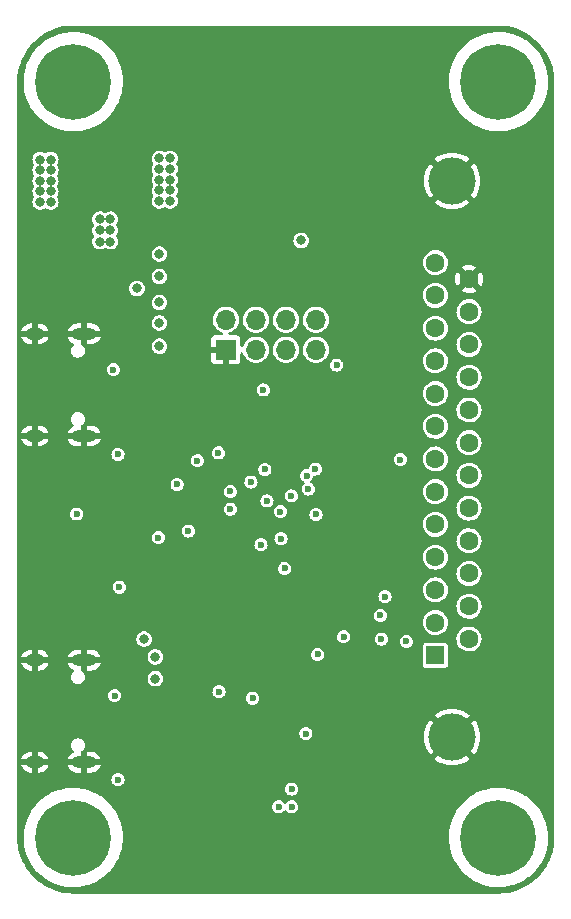
<source format=gbr>
%TF.GenerationSoftware,KiCad,Pcbnew,(6.0.9)*%
%TF.CreationDate,2022-12-29T23:27:10+10:00*%
%TF.ProjectId,OpenRetroPad,4f70656e-5265-4747-926f-5061642e6b69,rev?*%
%TF.SameCoordinates,Original*%
%TF.FileFunction,Copper,L2,Inr*%
%TF.FilePolarity,Positive*%
%FSLAX46Y46*%
G04 Gerber Fmt 4.6, Leading zero omitted, Abs format (unit mm)*
G04 Created by KiCad (PCBNEW (6.0.9)) date 2022-12-29 23:27:10*
%MOMM*%
%LPD*%
G01*
G04 APERTURE LIST*
%TA.AperFunction,ComponentPad*%
%ADD10C,4.000000*%
%TD*%
%TA.AperFunction,ComponentPad*%
%ADD11R,1.600000X1.600000*%
%TD*%
%TA.AperFunction,ComponentPad*%
%ADD12C,1.600000*%
%TD*%
%TA.AperFunction,ComponentPad*%
%ADD13C,0.800000*%
%TD*%
%TA.AperFunction,ComponentPad*%
%ADD14C,6.400000*%
%TD*%
%TA.AperFunction,ComponentPad*%
%ADD15O,1.600000X1.000000*%
%TD*%
%TA.AperFunction,ComponentPad*%
%ADD16O,2.100000X1.000000*%
%TD*%
%TA.AperFunction,ComponentPad*%
%ADD17R,1.700000X1.700000*%
%TD*%
%TA.AperFunction,ComponentPad*%
%ADD18O,1.700000X1.700000*%
%TD*%
%TA.AperFunction,ViaPad*%
%ADD19C,0.600000*%
%TD*%
%TA.AperFunction,ViaPad*%
%ADD20C,0.800000*%
%TD*%
G04 APERTURE END LIST*
D10*
%TO.N,GND*%
%TO.C,J4*%
X32089669Y-55500000D03*
X32089669Y-8400000D03*
D11*
%TO.N,/DB25/PD3-TX*%
X30669669Y-48570000D03*
D12*
%TO.N,/DB25/PD1*%
X30669669Y-45800000D03*
%TO.N,/DB25/PD0*%
X30669669Y-43030000D03*
%TO.N,/DB25/PD4*%
X30669669Y-40260000D03*
%TO.N,/DB25/PC6*%
X30669669Y-37490000D03*
%TO.N,/DB25/PD7*%
X30669669Y-34720000D03*
%TO.N,/DB25/PE6-CE*%
X30669669Y-31950000D03*
%TO.N,/DB25/PB4-CSN*%
X30669669Y-29180000D03*
%TO.N,/DB25/PB5*%
X30669669Y-26410000D03*
%TO.N,/DB25/PB6*%
X30669669Y-23640000D03*
%TO.N,/DB25/PD2-RX*%
X30669669Y-20870000D03*
%TO.N,unconnected-(J4-Pad12)*%
X30669669Y-18100000D03*
%TO.N,unconnected-(J4-Pad13)*%
X30669669Y-15330000D03*
%TO.N,/DB25/PB3-MISO*%
X33509669Y-47185000D03*
%TO.N,/DB25/PB1-SCK*%
X33509669Y-44415000D03*
%TO.N,/DB25/PB2-MOSI*%
X33509669Y-41645000D03*
%TO.N,unconnected-(J4-Pad17)*%
X33509669Y-38875000D03*
%TO.N,/DB25/PF7*%
X33509669Y-36105000D03*
%TO.N,/DB25/PF6*%
X33509669Y-33335000D03*
%TO.N,/DB25/PF5*%
X33509669Y-30565000D03*
%TO.N,/DB25/PF4*%
X33509669Y-27795000D03*
%TO.N,unconnected-(J4-Pad22)*%
X33509669Y-25025000D03*
%TO.N,/DB25/3V3F*%
X33509669Y-22255000D03*
%TO.N,/DB25/5VF*%
X33509669Y-19485000D03*
%TO.N,GND*%
X33509669Y-16715000D03*
%TD*%
D13*
%TO.N,unconnected-(H1-Pad1)*%
%TO.C,H1*%
X1697056Y1697056D03*
X-1697056Y1697056D03*
X1697056Y-1697056D03*
X0Y2400000D03*
X2400000Y0D03*
X-2400000Y0D03*
D14*
X0Y0D03*
D13*
X0Y-2400000D03*
X-1697056Y-1697056D03*
%TD*%
D15*
%TO.N,GND*%
%TO.C,J1*%
X-3250000Y-30000000D03*
D16*
X930000Y-30000000D03*
X930000Y-21360000D03*
D15*
X-3250000Y-21360000D03*
%TD*%
D13*
%TO.N,unconnected-(H4-Pad1)*%
%TO.C,H4*%
X36000000Y-66400000D03*
D14*
X36000000Y-64000000D03*
D13*
X37697056Y-62302944D03*
X38400000Y-64000000D03*
X33600000Y-64000000D03*
X34302944Y-65697056D03*
X34302944Y-62302944D03*
X36000000Y-61600000D03*
X37697056Y-65697056D03*
%TD*%
D15*
%TO.N,GND*%
%TO.C,J2*%
X-3250000Y-48980000D03*
D16*
X930000Y-57620000D03*
X930000Y-48980000D03*
D15*
X-3250000Y-57620000D03*
%TD*%
D13*
%TO.N,unconnected-(H3-Pad1)*%
%TO.C,H3*%
X34302944Y1697056D03*
X36000000Y2400000D03*
X33600000Y0D03*
X37697056Y1697056D03*
D14*
X36000000Y0D03*
D13*
X36000000Y-2400000D03*
X37697056Y-1697056D03*
X38400000Y0D03*
X34302944Y-1697056D03*
%TD*%
%TO.N,unconnected-(H2-Pad1)*%
%TO.C,H2*%
X2400000Y-64000000D03*
X-1697056Y-65697056D03*
X1697056Y-65697056D03*
X1697056Y-62302944D03*
X0Y-66400000D03*
X0Y-61600000D03*
X-2400000Y-64000000D03*
X-1697056Y-62302944D03*
D14*
X0Y-64000000D03*
%TD*%
D17*
%TO.N,GND*%
%TO.C,J3*%
X12920000Y-22700000D03*
D18*
%TO.N,+3V3*%
X12920000Y-20160000D03*
%TO.N,/DB25/PE6-CE*%
X15460000Y-22700000D03*
%TO.N,/DB25/PB4-CSN*%
X15460000Y-20160000D03*
%TO.N,/DB25/PB1-SCK*%
X18000000Y-22700000D03*
%TO.N,/DB25/PB2-MOSI*%
X18000000Y-20160000D03*
%TO.N,/DB25/PB3-MISO*%
X20540000Y-22700000D03*
%TO.N,/DB25/PF1-IRQ*%
X20540000Y-20160000D03*
%TD*%
D19*
%TO.N,GND*%
X20900000Y-28600000D03*
X5400000Y-59100000D03*
D20*
X4500000Y-12600000D03*
X7750000Y-11600000D03*
X9550000Y-10500000D03*
D19*
X10100000Y-39800000D03*
D20*
X17900000Y-13500000D03*
D19*
X4000000Y-5200000D03*
X13500000Y-30300000D03*
X7225000Y-34075000D03*
X13600000Y-52300000D03*
X-1300000Y-5100000D03*
D20*
X7200000Y-47200000D03*
X400000Y-17500000D03*
D19*
X26600000Y-30900000D03*
D20*
X8500000Y-23550000D03*
D19*
X9700000Y-51400000D03*
X27400000Y-42600000D03*
X10000000Y-30000000D03*
X13900000Y-37800000D03*
X6600000Y-5200000D03*
D20*
X-1500000Y-17500000D03*
X8500000Y-21400000D03*
D19*
X4250000Y-37150000D03*
X23600000Y-25900000D03*
X15000000Y-25000000D03*
D20*
X-1500000Y-15600000D03*
X9550000Y-8000000D03*
X8500000Y-17600000D03*
D19*
X9600000Y-43700000D03*
X19700000Y-54100000D03*
D20*
X3800000Y-46950000D03*
D19*
X14300000Y-33450000D03*
X20100000Y-44100000D03*
X17400000Y-59900000D03*
D20*
X8500000Y-19500000D03*
D19*
X18000000Y-67100000D03*
X1500000Y-5200000D03*
X16950000Y-31000000D03*
X-3700000Y-40300000D03*
X3550000Y-53400000D03*
D20*
X8500000Y-15500000D03*
D19*
X24850000Y-55200000D03*
X5400000Y-31550000D03*
X8088733Y-45194455D03*
X3700000Y-26000000D03*
%TO.N,+5V*%
X12350000Y-51650000D03*
X16100000Y-26100000D03*
D20*
X6000000Y-47200000D03*
X5400000Y-17500000D03*
D19*
X12300000Y-31431371D03*
D20*
X7300000Y-22400000D03*
D19*
X300000Y-36600000D03*
X18500000Y-59900000D03*
X3900000Y-42800000D03*
X19700000Y-55200000D03*
X26000000Y-45200000D03*
D20*
X7300000Y-20430000D03*
X6950000Y-48700000D03*
D19*
X26100000Y-47200000D03*
X22900000Y-47000000D03*
X8800000Y-34100000D03*
D20*
X7300000Y-14600000D03*
D19*
X22300000Y-24000000D03*
D20*
X7300000Y-16500000D03*
D19*
X26400000Y-43600000D03*
X27700000Y-32000000D03*
D20*
X19300000Y-13450000D03*
X6950000Y-50550000D03*
X7300000Y-18700000D03*
%TO.N,+3V3*%
X2250000Y-13550000D03*
X-1900000Y-10200000D03*
X8200000Y-7400000D03*
X8200000Y-9200000D03*
X7300000Y-6500000D03*
X-2800000Y-7500000D03*
X-1900000Y-8400000D03*
X7300000Y-9200000D03*
X8200000Y-6500000D03*
X7300000Y-7400000D03*
X-2800000Y-10200000D03*
X3150000Y-11650000D03*
X-1900000Y-7500000D03*
X-1900000Y-9300000D03*
X3150000Y-13550000D03*
X-2800000Y-9300000D03*
X-1900000Y-6600000D03*
X-2800000Y-6600000D03*
X7300000Y-8300000D03*
X2250000Y-12600000D03*
X8200000Y-8300000D03*
X-2800000Y-8400000D03*
X8200000Y-10100000D03*
X3150000Y-12600000D03*
X2250000Y-11650000D03*
X7300000Y-10100000D03*
D19*
%TO.N,/DB25/RST*%
X17400000Y-61400000D03*
X7200000Y-38600000D03*
X15200000Y-52200000D03*
X9750000Y-38050000D03*
%TO.N,/DB25/PD7*%
X20550000Y-36650000D03*
%TO.N,/DB25/PD1*%
X17600000Y-38700000D03*
%TO.N,/DB25/PB6*%
X20500000Y-32800000D03*
%TO.N,/DB25/PD0*%
X17900000Y-41200000D03*
X15900000Y-39200000D03*
%TO.N,/PB7-CC1*%
X3800000Y-31550000D03*
X3400000Y-24376500D03*
%TO.N,/DB25/PD4*%
X17550000Y-36400000D03*
%TO.N,/DB25/PB5*%
X19754000Y-33354000D03*
%TO.N,/USB Program/CC1*%
X3800000Y-59100000D03*
X3500000Y-51996500D03*
%TO.N,/DB25/PE6-CE*%
X18475000Y-35075000D03*
%TO.N,/DB25/PB4-CSN*%
X19900000Y-34500000D03*
%TO.N,/DB25/PB1-SCK*%
X13302944Y-34697056D03*
%TO.N,/DB25/PB2-MOSI*%
X15050353Y-33900353D03*
%TO.N,/DB25/PB3-MISO*%
X16225000Y-32825000D03*
X13300000Y-36200000D03*
%TO.N,/DB25/PD2-RX*%
X16400000Y-35500000D03*
%TO.N,/PE2-HWB*%
X28200000Y-47400000D03*
X18500000Y-61400000D03*
%TO.N,/PB0-RX_LED*%
X20700000Y-48500000D03*
X10500000Y-32100000D03*
%TD*%
%TA.AperFunction,Conductor*%
%TO.N,GND*%
G36*
X35987103Y4743079D02*
G01*
X36000000Y4740514D01*
X36012170Y4742935D01*
X36022599Y4742935D01*
X36035735Y4743940D01*
X36356412Y4729939D01*
X36408103Y4727682D01*
X36419051Y4726724D01*
X36818604Y4674122D01*
X36829413Y4672215D01*
X37222854Y4584992D01*
X37233471Y4582147D01*
X37617813Y4460964D01*
X37628128Y4457211D01*
X38000468Y4302983D01*
X38010412Y4298345D01*
X38232897Y4182527D01*
X38367867Y4112266D01*
X38377387Y4106770D01*
X38717262Y3890245D01*
X38726266Y3883941D01*
X38745521Y3869166D01*
X39045993Y3638607D01*
X39054397Y3631555D01*
X39130501Y3561818D01*
X39351519Y3359291D01*
X39359291Y3351519D01*
X39461073Y3240444D01*
X39631555Y3054397D01*
X39638607Y3045993D01*
X39768743Y2876396D01*
X39883941Y2726266D01*
X39890245Y2717262D01*
X40106770Y2377387D01*
X40112265Y2367868D01*
X40290207Y2026047D01*
X40298341Y2010421D01*
X40302983Y2000468D01*
X40457208Y1628135D01*
X40460967Y1617806D01*
X40582147Y1233472D01*
X40584992Y1222855D01*
X40661588Y877353D01*
X40672214Y829421D01*
X40674123Y818596D01*
X40726724Y419052D01*
X40727682Y408102D01*
X40743940Y35735D01*
X40742935Y22599D01*
X40742935Y12170D01*
X40740514Y0D01*
X40742935Y-12170D01*
X40743079Y-12894D01*
X40745500Y-37476D01*
X40745500Y-63962524D01*
X40743079Y-63987103D01*
X40740514Y-64000000D01*
X40742935Y-64012170D01*
X40742935Y-64022599D01*
X40743940Y-64035735D01*
X40727682Y-64408102D01*
X40726724Y-64419051D01*
X40681945Y-64759185D01*
X40674123Y-64818596D01*
X40672215Y-64829413D01*
X40649531Y-64931737D01*
X40584992Y-65222854D01*
X40582147Y-65233471D01*
X40482037Y-65550982D01*
X40460967Y-65617806D01*
X40457211Y-65628128D01*
X40334230Y-65925032D01*
X40302987Y-66000459D01*
X40298345Y-66010412D01*
X40112266Y-66367867D01*
X40106770Y-66377387D01*
X39890245Y-66717262D01*
X39883941Y-66726266D01*
X39867262Y-66748003D01*
X39638607Y-67045993D01*
X39631555Y-67054397D01*
X39497599Y-67200584D01*
X39359291Y-67351519D01*
X39351519Y-67359291D01*
X39202962Y-67495419D01*
X39054397Y-67631555D01*
X39045993Y-67638607D01*
X38897808Y-67752313D01*
X38726266Y-67883941D01*
X38717262Y-67890245D01*
X38377387Y-68106770D01*
X38367868Y-68112265D01*
X38010412Y-68298345D01*
X38000468Y-68302983D01*
X37628128Y-68457211D01*
X37617813Y-68460964D01*
X37233472Y-68582147D01*
X37222855Y-68584992D01*
X36829413Y-68672215D01*
X36818604Y-68674122D01*
X36419052Y-68726724D01*
X36408103Y-68727682D01*
X36356412Y-68729939D01*
X36035735Y-68743940D01*
X36022599Y-68742935D01*
X36012170Y-68742935D01*
X36000000Y-68740514D01*
X35987103Y-68743079D01*
X35962524Y-68745500D01*
X37476Y-68745500D01*
X12897Y-68743079D01*
X0Y-68740514D01*
X-12170Y-68742935D01*
X-22599Y-68742935D01*
X-35735Y-68743940D01*
X-356412Y-68729939D01*
X-408103Y-68727682D01*
X-419052Y-68726724D01*
X-818604Y-68674122D01*
X-829413Y-68672215D01*
X-1222855Y-68584992D01*
X-1233472Y-68582147D01*
X-1617813Y-68460964D01*
X-1628128Y-68457211D01*
X-2000468Y-68302983D01*
X-2010412Y-68298345D01*
X-2367868Y-68112265D01*
X-2377387Y-68106770D01*
X-2717262Y-67890245D01*
X-2726266Y-67883941D01*
X-2897808Y-67752313D01*
X-3045993Y-67638607D01*
X-3054397Y-67631555D01*
X-3202962Y-67495419D01*
X-3351519Y-67359291D01*
X-3359291Y-67351519D01*
X-3497599Y-67200584D01*
X-3631555Y-67054397D01*
X-3638607Y-67045993D01*
X-3867262Y-66748003D01*
X-3883941Y-66726266D01*
X-3890245Y-66717262D01*
X-4106770Y-66377387D01*
X-4112266Y-66367867D01*
X-4298345Y-66010412D01*
X-4302987Y-66000459D01*
X-4334229Y-65925032D01*
X-4457211Y-65628128D01*
X-4460967Y-65617806D01*
X-4482036Y-65550982D01*
X-4582147Y-65233471D01*
X-4584992Y-65222854D01*
X-4649531Y-64931737D01*
X-4672215Y-64829413D01*
X-4674123Y-64818596D01*
X-4681944Y-64759185D01*
X-4726724Y-64419051D01*
X-4727682Y-64408102D01*
X-4743940Y-64035735D01*
X-4742935Y-64022599D01*
X-4742935Y-64012170D01*
X-4740514Y-64000000D01*
X-4743079Y-63987103D01*
X-4745500Y-63962524D01*
X-4745500Y-63941281D01*
X-4205156Y-63941281D01*
X-4205048Y-63944370D01*
X-4198936Y-64119380D01*
X-4190816Y-64351913D01*
X-4136475Y-64759185D01*
X-4135775Y-64762169D01*
X-4135774Y-64762175D01*
X-4111515Y-64865602D01*
X-4042650Y-65159211D01*
X-4041661Y-65162117D01*
X-4041659Y-65162123D01*
X-3911229Y-65545257D01*
X-3911224Y-65545269D01*
X-3910236Y-65548172D01*
X-3740499Y-65922356D01*
X-3535058Y-66278190D01*
X-3533269Y-66280688D01*
X-3533267Y-66280692D01*
X-3374107Y-66503004D01*
X-3295875Y-66612278D01*
X-3293848Y-66614593D01*
X-3293846Y-66614596D01*
X-3199902Y-66721907D01*
X-3025231Y-66921432D01*
X-2725711Y-67202700D01*
X-2400174Y-67453397D01*
X-2397571Y-67455024D01*
X-2397566Y-67455027D01*
X-2271625Y-67533723D01*
X-2051726Y-67671131D01*
X-1683694Y-67853824D01*
X-1299591Y-67999731D01*
X-903084Y-68107460D01*
X-590281Y-68160366D01*
X-500978Y-68175471D01*
X-500975Y-68175471D01*
X-497956Y-68175982D01*
X-336038Y-68187305D01*
X-91141Y-68204430D01*
X-91133Y-68204430D01*
X-88075Y-68204644D01*
X177538Y-68197224D01*
X319573Y-68193257D01*
X319576Y-68193257D01*
X322647Y-68193171D01*
X325700Y-68192785D01*
X325704Y-68192785D01*
X520935Y-68168121D01*
X730289Y-68141674D01*
X733293Y-68140992D01*
X733296Y-68140991D01*
X1127964Y-68051325D01*
X1127970Y-68051323D01*
X1130960Y-68050644D01*
X1284010Y-67999731D01*
X1517912Y-67921922D01*
X1517918Y-67921920D01*
X1520836Y-67920949D01*
X1637143Y-67869166D01*
X1893395Y-67755076D01*
X1893401Y-67755073D01*
X1896195Y-67753829D01*
X2041770Y-67671131D01*
X2250787Y-67552393D01*
X2250792Y-67552390D01*
X2253455Y-67550877D01*
X2530313Y-67355575D01*
X2586692Y-67315804D01*
X2586696Y-67315801D01*
X2589205Y-67314031D01*
X2900241Y-67045553D01*
X3018440Y-66921432D01*
X3181476Y-66750226D01*
X3183593Y-66748003D01*
X3203982Y-66721907D01*
X3434647Y-66426669D01*
X3434649Y-66426666D01*
X3436557Y-66424224D01*
X3438213Y-66421614D01*
X3438219Y-66421606D01*
X3655064Y-66079912D01*
X3655068Y-66079905D01*
X3656718Y-66077305D01*
X3841976Y-65710558D01*
X3843083Y-65707704D01*
X3843087Y-65707695D01*
X3989447Y-65330354D01*
X3990561Y-65327483D01*
X4101055Y-64931737D01*
X4172404Y-64527097D01*
X4181669Y-64406689D01*
X4203776Y-64119380D01*
X4203776Y-64119369D01*
X4203926Y-64117426D01*
X4205566Y-64000000D01*
X4204936Y-63987106D01*
X4202695Y-63941281D01*
X31794844Y-63941281D01*
X31794952Y-63944370D01*
X31801064Y-64119380D01*
X31809184Y-64351913D01*
X31863525Y-64759185D01*
X31864225Y-64762169D01*
X31864226Y-64762175D01*
X31888485Y-64865602D01*
X31957350Y-65159211D01*
X31958339Y-65162117D01*
X31958341Y-65162123D01*
X32088771Y-65545257D01*
X32088776Y-65545269D01*
X32089764Y-65548172D01*
X32259501Y-65922356D01*
X32464942Y-66278190D01*
X32466731Y-66280688D01*
X32466733Y-66280692D01*
X32625893Y-66503004D01*
X32704125Y-66612278D01*
X32706152Y-66614593D01*
X32706154Y-66614596D01*
X32800098Y-66721907D01*
X32974769Y-66921432D01*
X33274289Y-67202700D01*
X33599826Y-67453397D01*
X33602429Y-67455024D01*
X33602434Y-67455027D01*
X33728375Y-67533723D01*
X33948274Y-67671131D01*
X34316306Y-67853824D01*
X34700409Y-67999731D01*
X35096916Y-68107460D01*
X35409719Y-68160366D01*
X35499022Y-68175471D01*
X35499025Y-68175471D01*
X35502044Y-68175982D01*
X35663962Y-68187305D01*
X35908859Y-68204430D01*
X35908867Y-68204430D01*
X35911925Y-68204644D01*
X36177538Y-68197224D01*
X36319573Y-68193257D01*
X36319576Y-68193257D01*
X36322647Y-68193171D01*
X36325700Y-68192785D01*
X36325704Y-68192785D01*
X36520935Y-68168121D01*
X36730289Y-68141674D01*
X36733293Y-68140992D01*
X36733296Y-68140991D01*
X37127964Y-68051325D01*
X37127970Y-68051323D01*
X37130960Y-68050644D01*
X37284010Y-67999731D01*
X37517912Y-67921922D01*
X37517918Y-67921920D01*
X37520836Y-67920949D01*
X37637143Y-67869166D01*
X37893395Y-67755076D01*
X37893401Y-67755073D01*
X37896195Y-67753829D01*
X38041770Y-67671131D01*
X38250787Y-67552393D01*
X38250792Y-67552390D01*
X38253455Y-67550877D01*
X38530313Y-67355575D01*
X38586692Y-67315804D01*
X38586696Y-67315801D01*
X38589205Y-67314031D01*
X38900241Y-67045553D01*
X39018440Y-66921432D01*
X39181476Y-66750226D01*
X39183593Y-66748003D01*
X39203982Y-66721907D01*
X39434647Y-66426669D01*
X39434649Y-66426666D01*
X39436557Y-66424224D01*
X39438213Y-66421614D01*
X39438219Y-66421606D01*
X39655064Y-66079912D01*
X39655068Y-66079905D01*
X39656718Y-66077305D01*
X39841976Y-65710558D01*
X39843083Y-65707704D01*
X39843087Y-65707695D01*
X39989447Y-65330354D01*
X39990561Y-65327483D01*
X40101055Y-64931737D01*
X40172404Y-64527097D01*
X40181669Y-64406689D01*
X40203776Y-64119380D01*
X40203776Y-64119369D01*
X40203926Y-64117426D01*
X40205566Y-64000000D01*
X40204936Y-63987106D01*
X40185645Y-63592679D01*
X40185495Y-63589609D01*
X40125472Y-63183135D01*
X40026070Y-62784458D01*
X40006096Y-62728363D01*
X39889271Y-62400282D01*
X39888239Y-62397383D01*
X39713294Y-62025606D01*
X39684151Y-61976717D01*
X39504485Y-61675326D01*
X39502905Y-61672675D01*
X39259080Y-61341959D01*
X38984147Y-61036614D01*
X38680729Y-60759556D01*
X38351723Y-60513428D01*
X38260542Y-60458207D01*
X38002897Y-60302171D01*
X38002888Y-60302166D01*
X38000269Y-60300580D01*
X37629722Y-60123044D01*
X37626821Y-60121988D01*
X37246508Y-59983565D01*
X37246505Y-59983564D01*
X37243620Y-59982514D01*
X37240658Y-59981754D01*
X37240650Y-59981751D01*
X36848615Y-59881094D01*
X36848609Y-59881093D01*
X36845646Y-59880332D01*
X36439601Y-59817473D01*
X36029360Y-59794536D01*
X36026282Y-59794665D01*
X36026278Y-59794665D01*
X35760242Y-59805815D01*
X35618839Y-59811742D01*
X35615795Y-59812170D01*
X35615793Y-59812170D01*
X35395523Y-59843127D01*
X35211956Y-59868926D01*
X34812594Y-59965542D01*
X34424567Y-60100667D01*
X34421769Y-60101960D01*
X34054375Y-60271719D01*
X34054365Y-60271724D01*
X34051578Y-60273012D01*
X33697187Y-60480932D01*
X33649918Y-60515275D01*
X33367257Y-60720640D01*
X33367251Y-60720645D01*
X33364776Y-60722443D01*
X33362490Y-60724472D01*
X33362487Y-60724475D01*
X33141506Y-60920672D01*
X33057520Y-60995238D01*
X33055441Y-60997483D01*
X33055434Y-60997490D01*
X32809169Y-61263432D01*
X32778350Y-61296714D01*
X32776492Y-61299162D01*
X32776491Y-61299163D01*
X32742129Y-61344434D01*
X32529931Y-61623994D01*
X32528318Y-61626616D01*
X32316249Y-61971327D01*
X32316245Y-61971335D01*
X32314634Y-61973953D01*
X32134516Y-62343251D01*
X31991294Y-62728363D01*
X31886336Y-63125614D01*
X31820643Y-63531210D01*
X31820450Y-63534283D01*
X31820449Y-63534289D01*
X31795038Y-63938194D01*
X31794844Y-63941281D01*
X4202695Y-63941281D01*
X4185645Y-63592679D01*
X4185495Y-63589609D01*
X4125472Y-63183135D01*
X4026070Y-62784458D01*
X4006096Y-62728363D01*
X3889271Y-62400282D01*
X3888239Y-62397383D01*
X3713294Y-62025606D01*
X3684151Y-61976717D01*
X3504485Y-61675326D01*
X3502905Y-61672675D01*
X3301872Y-61400000D01*
X16840715Y-61400000D01*
X16859772Y-61544754D01*
X16862931Y-61552380D01*
X16892595Y-61623994D01*
X16915645Y-61679642D01*
X17004526Y-61795474D01*
X17011076Y-61800500D01*
X17011079Y-61800503D01*
X17113804Y-61879327D01*
X17120357Y-61884355D01*
X17255246Y-61940228D01*
X17400000Y-61959285D01*
X17408188Y-61958207D01*
X17536566Y-61941306D01*
X17544754Y-61940228D01*
X17679643Y-61884355D01*
X17686196Y-61879327D01*
X17788921Y-61800503D01*
X17788924Y-61800500D01*
X17795474Y-61795474D01*
X17850037Y-61724366D01*
X17907375Y-61682499D01*
X17978246Y-61678277D01*
X18040149Y-61713041D01*
X18049962Y-61724365D01*
X18104526Y-61795474D01*
X18111076Y-61800500D01*
X18111079Y-61800503D01*
X18213804Y-61879327D01*
X18220357Y-61884355D01*
X18355246Y-61940228D01*
X18500000Y-61959285D01*
X18508188Y-61958207D01*
X18636566Y-61941306D01*
X18644754Y-61940228D01*
X18779643Y-61884355D01*
X18786196Y-61879327D01*
X18888921Y-61800503D01*
X18888924Y-61800500D01*
X18895474Y-61795474D01*
X18984355Y-61679642D01*
X19007406Y-61623994D01*
X19037069Y-61552380D01*
X19040228Y-61544754D01*
X19059285Y-61400000D01*
X19046010Y-61299163D01*
X19041306Y-61263432D01*
X19041305Y-61263430D01*
X19040228Y-61255246D01*
X18984355Y-61120358D01*
X18895474Y-61004526D01*
X18888924Y-60999500D01*
X18888921Y-60999497D01*
X18786196Y-60920673D01*
X18786194Y-60920672D01*
X18779643Y-60915645D01*
X18644754Y-60859772D01*
X18500000Y-60840715D01*
X18491812Y-60841793D01*
X18363432Y-60858694D01*
X18363430Y-60858695D01*
X18355246Y-60859772D01*
X18307430Y-60879578D01*
X18227986Y-60912485D01*
X18227984Y-60912486D01*
X18220358Y-60915645D01*
X18104526Y-61004526D01*
X18099503Y-61011072D01*
X18049963Y-61075634D01*
X17992625Y-61117501D01*
X17921754Y-61121723D01*
X17859851Y-61086959D01*
X17850037Y-61075634D01*
X17800501Y-61011077D01*
X17800500Y-61011076D01*
X17795474Y-61004526D01*
X17788924Y-60999500D01*
X17788921Y-60999497D01*
X17686196Y-60920673D01*
X17686194Y-60920672D01*
X17679643Y-60915645D01*
X17544754Y-60859772D01*
X17400000Y-60840715D01*
X17391812Y-60841793D01*
X17263432Y-60858694D01*
X17263430Y-60858695D01*
X17255246Y-60859772D01*
X17207430Y-60879578D01*
X17127986Y-60912485D01*
X17127984Y-60912486D01*
X17120358Y-60915645D01*
X17004526Y-61004526D01*
X16915645Y-61120358D01*
X16859772Y-61255246D01*
X16858695Y-61263430D01*
X16858694Y-61263432D01*
X16853990Y-61299163D01*
X16840715Y-61400000D01*
X3301872Y-61400000D01*
X3259080Y-61341959D01*
X2984147Y-61036614D01*
X2680729Y-60759556D01*
X2351723Y-60513428D01*
X2260542Y-60458207D01*
X2002897Y-60302171D01*
X2002888Y-60302166D01*
X2000269Y-60300580D01*
X1629722Y-60123044D01*
X1626821Y-60121988D01*
X1246508Y-59983565D01*
X1246505Y-59983564D01*
X1243620Y-59982514D01*
X1240658Y-59981754D01*
X1240650Y-59981751D01*
X922249Y-59900000D01*
X17940715Y-59900000D01*
X17941793Y-59908188D01*
X17951478Y-59981751D01*
X17959772Y-60044754D01*
X18015645Y-60179642D01*
X18020672Y-60186193D01*
X18088487Y-60274571D01*
X18104526Y-60295474D01*
X18111076Y-60300500D01*
X18111079Y-60300503D01*
X18213804Y-60379327D01*
X18220357Y-60384355D01*
X18355246Y-60440228D01*
X18500000Y-60459285D01*
X18508188Y-60458207D01*
X18636566Y-60441306D01*
X18644754Y-60440228D01*
X18779643Y-60384355D01*
X18786196Y-60379327D01*
X18888921Y-60300503D01*
X18888924Y-60300500D01*
X18895474Y-60295474D01*
X18911514Y-60274571D01*
X18979328Y-60186193D01*
X18984355Y-60179642D01*
X19040228Y-60044754D01*
X19048523Y-59981751D01*
X19058207Y-59908188D01*
X19059285Y-59900000D01*
X19040228Y-59755246D01*
X18984355Y-59620358D01*
X18895474Y-59504526D01*
X18888924Y-59499500D01*
X18888921Y-59499497D01*
X18786196Y-59420673D01*
X18786194Y-59420672D01*
X18779643Y-59415645D01*
X18644754Y-59359772D01*
X18500000Y-59340715D01*
X18491812Y-59341793D01*
X18363432Y-59358694D01*
X18363430Y-59358695D01*
X18355246Y-59359772D01*
X18307430Y-59379578D01*
X18227986Y-59412485D01*
X18227984Y-59412486D01*
X18220358Y-59415645D01*
X18104526Y-59504526D01*
X18015645Y-59620358D01*
X17959772Y-59755246D01*
X17940715Y-59900000D01*
X922249Y-59900000D01*
X848615Y-59881094D01*
X848609Y-59881093D01*
X845646Y-59880332D01*
X439601Y-59817473D01*
X29360Y-59794536D01*
X26282Y-59794665D01*
X26278Y-59794665D01*
X-239758Y-59805815D01*
X-381161Y-59811742D01*
X-384205Y-59812170D01*
X-384207Y-59812170D01*
X-604477Y-59843127D01*
X-788044Y-59868926D01*
X-1187406Y-59965542D01*
X-1575433Y-60100667D01*
X-1578231Y-60101960D01*
X-1945625Y-60271719D01*
X-1945635Y-60271724D01*
X-1948422Y-60273012D01*
X-2302813Y-60480932D01*
X-2350082Y-60515275D01*
X-2632743Y-60720640D01*
X-2632749Y-60720645D01*
X-2635224Y-60722443D01*
X-2637510Y-60724472D01*
X-2637513Y-60724475D01*
X-2858494Y-60920672D01*
X-2942480Y-60995238D01*
X-2944559Y-60997483D01*
X-2944566Y-60997490D01*
X-3190831Y-61263432D01*
X-3221650Y-61296714D01*
X-3223508Y-61299162D01*
X-3223509Y-61299163D01*
X-3257871Y-61344434D01*
X-3470069Y-61623994D01*
X-3471682Y-61626616D01*
X-3683751Y-61971327D01*
X-3683755Y-61971335D01*
X-3685366Y-61973953D01*
X-3865484Y-62343251D01*
X-4008706Y-62728363D01*
X-4113664Y-63125614D01*
X-4179357Y-63531210D01*
X-4179550Y-63534283D01*
X-4179551Y-63534289D01*
X-4204962Y-63938194D01*
X-4205156Y-63941281D01*
X-4745500Y-63941281D01*
X-4745500Y-59100000D01*
X3240715Y-59100000D01*
X3259772Y-59244754D01*
X3315645Y-59379642D01*
X3404526Y-59495474D01*
X3411076Y-59500500D01*
X3411079Y-59500503D01*
X3513804Y-59579327D01*
X3520357Y-59584355D01*
X3655246Y-59640228D01*
X3800000Y-59659285D01*
X3808188Y-59658207D01*
X3936566Y-59641306D01*
X3944754Y-59640228D01*
X4079643Y-59584355D01*
X4086196Y-59579327D01*
X4188921Y-59500503D01*
X4188924Y-59500500D01*
X4195474Y-59495474D01*
X4284355Y-59379642D01*
X4340228Y-59244754D01*
X4359285Y-59100000D01*
X4340228Y-58955246D01*
X4284355Y-58820358D01*
X4195474Y-58704526D01*
X4188924Y-58699500D01*
X4188921Y-58699497D01*
X4086196Y-58620673D01*
X4086194Y-58620672D01*
X4079643Y-58615645D01*
X3944754Y-58559772D01*
X3800000Y-58540715D01*
X3791812Y-58541793D01*
X3663432Y-58558694D01*
X3663430Y-58558695D01*
X3655246Y-58559772D01*
X3607430Y-58579578D01*
X3527986Y-58612485D01*
X3527984Y-58612486D01*
X3520358Y-58615645D01*
X3404526Y-58704526D01*
X3315645Y-58820358D01*
X3259772Y-58955246D01*
X3240715Y-59100000D01*
X-4745500Y-59100000D01*
X-4745500Y-57886298D01*
X-4390472Y-57886298D01*
X-4375774Y-57939655D01*
X-4370782Y-57952264D01*
X-4287874Y-58109513D01*
X-4280281Y-58120771D01*
X-4165542Y-58256544D01*
X-4155716Y-58265902D01*
X-4014496Y-58373874D01*
X-4002887Y-58380905D01*
X-3841767Y-58456036D01*
X-3828939Y-58460403D01*
X-3653820Y-58499546D01*
X-3643889Y-58500924D01*
X-3641164Y-58501000D01*
X-3522115Y-58501000D01*
X-3506876Y-58496525D01*
X-3505671Y-58495135D01*
X-3504000Y-58487452D01*
X-3504000Y-58482885D01*
X-2996000Y-58482885D01*
X-2991525Y-58498124D01*
X-2990135Y-58499329D01*
X-2982452Y-58501000D01*
X-2905597Y-58501000D01*
X-2898783Y-58500631D01*
X-2766488Y-58486259D01*
X-2753235Y-58483345D01*
X-2584754Y-58426645D01*
X-2572431Y-58420951D01*
X-2420059Y-58329397D01*
X-2409245Y-58321189D01*
X-2280087Y-58199050D01*
X-2271295Y-58188719D01*
X-2171371Y-58041686D01*
X-2165002Y-58029706D01*
X-2109452Y-57890821D01*
X-2109022Y-57886298D01*
X-460472Y-57886298D01*
X-445774Y-57939655D01*
X-440782Y-57952264D01*
X-357874Y-58109513D01*
X-350281Y-58120771D01*
X-235542Y-58256544D01*
X-225716Y-58265902D01*
X-84496Y-58373874D01*
X-72887Y-58380905D01*
X88233Y-58456036D01*
X101061Y-58460403D01*
X276180Y-58499546D01*
X286111Y-58500924D01*
X288836Y-58501000D01*
X657885Y-58501000D01*
X673124Y-58496525D01*
X674329Y-58495135D01*
X676000Y-58487452D01*
X676000Y-58482885D01*
X1184000Y-58482885D01*
X1188475Y-58498124D01*
X1189865Y-58499329D01*
X1197548Y-58501000D01*
X1524403Y-58501000D01*
X1531217Y-58500631D01*
X1663512Y-58486259D01*
X1676765Y-58483345D01*
X1845246Y-58426645D01*
X1857569Y-58420951D01*
X2009941Y-58329397D01*
X2020755Y-58321189D01*
X2149913Y-58199050D01*
X2158705Y-58188719D01*
X2258629Y-58041686D01*
X2264998Y-58029706D01*
X2320548Y-57890821D01*
X2321884Y-57876781D01*
X2317063Y-57874000D01*
X1202115Y-57874000D01*
X1186876Y-57878475D01*
X1185671Y-57879865D01*
X1184000Y-57887548D01*
X1184000Y-58482885D01*
X676000Y-58482885D01*
X676000Y-57892115D01*
X671525Y-57876876D01*
X670135Y-57875671D01*
X662452Y-57874000D01*
X-445744Y-57874000D01*
X-459275Y-57877973D01*
X-460472Y-57886298D01*
X-2109022Y-57886298D01*
X-2108116Y-57876781D01*
X-2112937Y-57874000D01*
X-2977885Y-57874000D01*
X-2993124Y-57878475D01*
X-2994329Y-57879865D01*
X-2996000Y-57887548D01*
X-2996000Y-58482885D01*
X-3504000Y-58482885D01*
X-3504000Y-57892115D01*
X-3508475Y-57876876D01*
X-3509865Y-57875671D01*
X-3517548Y-57874000D01*
X-4375744Y-57874000D01*
X-4389275Y-57877973D01*
X-4390472Y-57886298D01*
X-4745500Y-57886298D01*
X-4745500Y-57363219D01*
X-4391884Y-57363219D01*
X-4387063Y-57366000D01*
X-3522115Y-57366000D01*
X-3506876Y-57361525D01*
X-3505671Y-57360135D01*
X-3504000Y-57352452D01*
X-3504000Y-57347885D01*
X-2996000Y-57347885D01*
X-2991525Y-57363124D01*
X-2990135Y-57364329D01*
X-2982452Y-57366000D01*
X-2124256Y-57366000D01*
X-2114785Y-57363219D01*
X-461884Y-57363219D01*
X-457063Y-57366000D01*
X657885Y-57366000D01*
X673124Y-57361525D01*
X674329Y-57360135D01*
X676000Y-57352452D01*
X676000Y-57347885D01*
X1184000Y-57347885D01*
X1188475Y-57363124D01*
X1189865Y-57364329D01*
X1197548Y-57366000D01*
X2305744Y-57366000D01*
X2319275Y-57362027D01*
X2320139Y-57356017D01*
X30599109Y-57356017D01*
X30605566Y-57365376D01*
X30634006Y-57390317D01*
X30640521Y-57395315D01*
X30893181Y-57564137D01*
X30900318Y-57568258D01*
X31172847Y-57702653D01*
X31180451Y-57705803D01*
X31468186Y-57803476D01*
X31476149Y-57805610D01*
X31774180Y-57864893D01*
X31782331Y-57865966D01*
X32085549Y-57885839D01*
X32093789Y-57885839D01*
X32397007Y-57865966D01*
X32405158Y-57864893D01*
X32703189Y-57805610D01*
X32711152Y-57803476D01*
X32998887Y-57705803D01*
X33006491Y-57702653D01*
X33279020Y-57568258D01*
X33286157Y-57564137D01*
X33538817Y-57395315D01*
X33545332Y-57390317D01*
X33571906Y-57367012D01*
X33580302Y-57353776D01*
X33574467Y-57344009D01*
X32102479Y-55872020D01*
X32088538Y-55864408D01*
X32086703Y-55864539D01*
X32080089Y-55868790D01*
X30606624Y-57342256D01*
X30599109Y-57356017D01*
X2320139Y-57356017D01*
X2320472Y-57353702D01*
X2305774Y-57300345D01*
X2300782Y-57287736D01*
X2217874Y-57130487D01*
X2210281Y-57119229D01*
X2095542Y-56983456D01*
X2085716Y-56974098D01*
X1944496Y-56866126D01*
X1932887Y-56859095D01*
X1771767Y-56783964D01*
X1758939Y-56779597D01*
X1583820Y-56740454D01*
X1573889Y-56739076D01*
X1571164Y-56739000D01*
X1202115Y-56739000D01*
X1186876Y-56743475D01*
X1185671Y-56744865D01*
X1184000Y-56752548D01*
X1184000Y-57347885D01*
X676000Y-57347885D01*
X676000Y-56770798D01*
X696002Y-56702677D01*
X725296Y-56670836D01*
X806754Y-56608331D01*
X806758Y-56608327D01*
X813304Y-56603304D01*
X906192Y-56482250D01*
X964584Y-56341280D01*
X984500Y-56190000D01*
X964584Y-56038720D01*
X906192Y-55897750D01*
X813304Y-55776696D01*
X692250Y-55683808D01*
X551280Y-55625416D01*
X437980Y-55610500D01*
X362020Y-55610500D01*
X248720Y-55625416D01*
X107750Y-55683808D01*
X-13304Y-55776696D01*
X-106192Y-55897750D01*
X-164584Y-56038720D01*
X-184500Y-56190000D01*
X-164584Y-56341280D01*
X-106192Y-56482250D01*
X-13304Y-56603304D01*
X-6758Y-56608327D01*
X-6757Y-56608328D01*
X4476Y-56616947D01*
X46344Y-56674284D01*
X50568Y-56745155D01*
X15805Y-56807058D01*
X-7331Y-56824914D01*
X-149941Y-56910603D01*
X-160755Y-56918811D01*
X-289913Y-57040950D01*
X-298705Y-57051281D01*
X-398629Y-57198314D01*
X-404998Y-57210294D01*
X-460548Y-57349179D01*
X-461884Y-57363219D01*
X-2114785Y-57363219D01*
X-2110725Y-57362027D01*
X-2109528Y-57353702D01*
X-2124226Y-57300345D01*
X-2129218Y-57287736D01*
X-2212126Y-57130487D01*
X-2219719Y-57119229D01*
X-2334458Y-56983456D01*
X-2344284Y-56974098D01*
X-2485504Y-56866126D01*
X-2497113Y-56859095D01*
X-2658233Y-56783964D01*
X-2671061Y-56779597D01*
X-2846180Y-56740454D01*
X-2856111Y-56739076D01*
X-2858836Y-56739000D01*
X-2977885Y-56739000D01*
X-2993124Y-56743475D01*
X-2994329Y-56744865D01*
X-2996000Y-56752548D01*
X-2996000Y-57347885D01*
X-3504000Y-57347885D01*
X-3504000Y-56757115D01*
X-3508475Y-56741876D01*
X-3509865Y-56740671D01*
X-3517548Y-56739000D01*
X-3594403Y-56739000D01*
X-3601217Y-56739369D01*
X-3733512Y-56753741D01*
X-3746765Y-56756655D01*
X-3915246Y-56813355D01*
X-3927569Y-56819049D01*
X-4079941Y-56910603D01*
X-4090755Y-56918811D01*
X-4219913Y-57040950D01*
X-4228705Y-57051281D01*
X-4328629Y-57198314D01*
X-4334998Y-57210294D01*
X-4390548Y-57349179D01*
X-4391884Y-57363219D01*
X-4745500Y-57363219D01*
X-4745500Y-55200000D01*
X19140715Y-55200000D01*
X19159772Y-55344754D01*
X19215645Y-55479642D01*
X19304526Y-55595474D01*
X19311076Y-55600500D01*
X19311079Y-55600503D01*
X19413804Y-55679327D01*
X19420357Y-55684355D01*
X19555246Y-55740228D01*
X19700000Y-55759285D01*
X19708188Y-55758207D01*
X19836566Y-55741306D01*
X19844754Y-55740228D01*
X19979643Y-55684355D01*
X19986196Y-55679327D01*
X20088921Y-55600503D01*
X20088924Y-55600500D01*
X20095474Y-55595474D01*
X20165572Y-55504120D01*
X29703830Y-55504120D01*
X29723703Y-55807338D01*
X29724776Y-55815489D01*
X29784059Y-56113520D01*
X29786193Y-56121483D01*
X29883866Y-56409218D01*
X29887016Y-56416822D01*
X30021411Y-56689350D01*
X30025532Y-56696487D01*
X30194354Y-56949148D01*
X30199352Y-56955663D01*
X30222657Y-56982237D01*
X30235893Y-56990633D01*
X30245660Y-56984798D01*
X31717649Y-55512810D01*
X31724026Y-55501131D01*
X32454077Y-55501131D01*
X32454208Y-55502966D01*
X32458459Y-55509580D01*
X33931925Y-56983045D01*
X33945686Y-56990560D01*
X33955045Y-56984103D01*
X33979986Y-56955663D01*
X33984984Y-56949148D01*
X34153806Y-56696487D01*
X34157927Y-56689350D01*
X34292322Y-56416822D01*
X34295472Y-56409218D01*
X34393145Y-56121483D01*
X34395279Y-56113520D01*
X34454562Y-55815489D01*
X34455635Y-55807338D01*
X34475508Y-55504120D01*
X34475508Y-55495880D01*
X34455635Y-55192662D01*
X34454562Y-55184511D01*
X34395279Y-54886480D01*
X34393145Y-54878517D01*
X34295472Y-54590782D01*
X34292322Y-54583178D01*
X34157927Y-54310650D01*
X34153806Y-54303513D01*
X33984984Y-54050852D01*
X33979986Y-54044337D01*
X33956681Y-54017763D01*
X33943445Y-54009367D01*
X33933678Y-54015202D01*
X32461689Y-55487190D01*
X32454077Y-55501131D01*
X31724026Y-55501131D01*
X31725261Y-55498869D01*
X31725130Y-55497034D01*
X31720879Y-55490420D01*
X30247413Y-54016955D01*
X30233652Y-54009440D01*
X30224293Y-54015897D01*
X30199352Y-54044337D01*
X30194354Y-54050852D01*
X30025532Y-54303513D01*
X30021411Y-54310650D01*
X29887016Y-54583178D01*
X29883866Y-54590782D01*
X29786193Y-54878517D01*
X29784059Y-54886480D01*
X29724776Y-55184511D01*
X29723703Y-55192662D01*
X29703830Y-55495880D01*
X29703830Y-55504120D01*
X20165572Y-55504120D01*
X20184355Y-55479642D01*
X20240228Y-55344754D01*
X20259285Y-55200000D01*
X20250229Y-55131210D01*
X20241306Y-55063432D01*
X20241305Y-55063430D01*
X20240228Y-55055246D01*
X20184355Y-54920358D01*
X20095474Y-54804526D01*
X20088924Y-54799500D01*
X20088921Y-54799497D01*
X19986196Y-54720673D01*
X19986194Y-54720672D01*
X19979643Y-54715645D01*
X19844754Y-54659772D01*
X19700000Y-54640715D01*
X19691812Y-54641793D01*
X19563432Y-54658694D01*
X19563430Y-54658695D01*
X19555246Y-54659772D01*
X19507430Y-54679578D01*
X19427986Y-54712485D01*
X19427984Y-54712486D01*
X19420358Y-54715645D01*
X19304526Y-54804526D01*
X19215645Y-54920358D01*
X19159772Y-55055246D01*
X19158695Y-55063430D01*
X19158694Y-55063432D01*
X19149771Y-55131210D01*
X19140715Y-55200000D01*
X-4745500Y-55200000D01*
X-4745500Y-53646224D01*
X30599036Y-53646224D01*
X30604871Y-53655991D01*
X32076859Y-55127980D01*
X32090800Y-55135592D01*
X32092635Y-55135461D01*
X32099249Y-55131210D01*
X33572714Y-53657744D01*
X33580229Y-53643983D01*
X33573772Y-53634624D01*
X33545332Y-53609683D01*
X33538817Y-53604685D01*
X33286157Y-53435863D01*
X33279020Y-53431742D01*
X33006491Y-53297347D01*
X32998887Y-53294197D01*
X32711152Y-53196524D01*
X32703189Y-53194390D01*
X32405158Y-53135107D01*
X32397007Y-53134034D01*
X32093789Y-53114161D01*
X32085549Y-53114161D01*
X31782331Y-53134034D01*
X31774180Y-53135107D01*
X31476149Y-53194390D01*
X31468186Y-53196524D01*
X31180451Y-53294197D01*
X31172847Y-53297347D01*
X30900319Y-53431742D01*
X30893182Y-53435863D01*
X30640521Y-53604685D01*
X30634006Y-53609683D01*
X30607432Y-53632988D01*
X30599036Y-53646224D01*
X-4745500Y-53646224D01*
X-4745500Y-51996500D01*
X2940715Y-51996500D01*
X2941793Y-52004688D01*
X2947825Y-52050503D01*
X2959772Y-52141254D01*
X3015645Y-52276142D01*
X3104526Y-52391974D01*
X3111076Y-52397000D01*
X3111079Y-52397003D01*
X3208835Y-52472014D01*
X3220357Y-52480855D01*
X3355246Y-52536728D01*
X3500000Y-52555785D01*
X3508188Y-52554707D01*
X3636566Y-52537806D01*
X3644754Y-52536728D01*
X3779643Y-52480855D01*
X3791165Y-52472014D01*
X3888921Y-52397003D01*
X3888924Y-52397000D01*
X3895474Y-52391974D01*
X3984355Y-52276142D01*
X4040228Y-52141254D01*
X4052176Y-52050503D01*
X4058207Y-52004688D01*
X4059285Y-51996500D01*
X4049261Y-51920358D01*
X4041306Y-51859932D01*
X4041305Y-51859930D01*
X4040228Y-51851746D01*
X3984355Y-51716858D01*
X3933053Y-51650000D01*
X11790715Y-51650000D01*
X11809772Y-51794754D01*
X11865645Y-51929642D01*
X11954526Y-52045474D01*
X11961076Y-52050500D01*
X11961079Y-52050503D01*
X12063804Y-52129327D01*
X12070357Y-52134355D01*
X12205246Y-52190228D01*
X12350000Y-52209285D01*
X12358188Y-52208207D01*
X12358333Y-52208188D01*
X12420528Y-52200000D01*
X14640715Y-52200000D01*
X14641937Y-52209285D01*
X14651602Y-52282693D01*
X14659772Y-52344754D01*
X14715645Y-52479642D01*
X14720672Y-52486193D01*
X14774072Y-52555785D01*
X14804526Y-52595474D01*
X14811076Y-52600500D01*
X14811079Y-52600503D01*
X14913804Y-52679327D01*
X14920357Y-52684355D01*
X15055246Y-52740228D01*
X15200000Y-52759285D01*
X15208188Y-52758207D01*
X15336566Y-52741306D01*
X15344754Y-52740228D01*
X15479643Y-52684355D01*
X15486196Y-52679327D01*
X15588921Y-52600503D01*
X15588924Y-52600500D01*
X15595474Y-52595474D01*
X15625929Y-52555785D01*
X15679328Y-52486193D01*
X15684355Y-52479642D01*
X15740228Y-52344754D01*
X15748399Y-52282693D01*
X15758063Y-52209285D01*
X15759285Y-52200000D01*
X15740228Y-52055246D01*
X15684355Y-51920358D01*
X15595474Y-51804526D01*
X15588924Y-51799500D01*
X15588921Y-51799497D01*
X15486196Y-51720673D01*
X15486194Y-51720672D01*
X15479643Y-51715645D01*
X15344754Y-51659772D01*
X15200000Y-51640715D01*
X15176255Y-51643841D01*
X15063432Y-51658694D01*
X15063430Y-51658695D01*
X15055246Y-51659772D01*
X15007430Y-51679578D01*
X14927986Y-51712485D01*
X14927984Y-51712486D01*
X14920358Y-51715645D01*
X14804526Y-51804526D01*
X14715645Y-51920358D01*
X14659772Y-52055246D01*
X14640715Y-52200000D01*
X12420528Y-52200000D01*
X12494754Y-52190228D01*
X12629643Y-52134355D01*
X12636196Y-52129327D01*
X12738921Y-52050503D01*
X12738924Y-52050500D01*
X12745474Y-52045474D01*
X12834355Y-51929642D01*
X12890228Y-51794754D01*
X12909285Y-51650000D01*
X12902176Y-51596003D01*
X12891306Y-51513432D01*
X12891305Y-51513430D01*
X12890228Y-51505246D01*
X12834355Y-51370358D01*
X12745474Y-51254526D01*
X12738924Y-51249500D01*
X12738921Y-51249497D01*
X12636196Y-51170673D01*
X12636194Y-51170672D01*
X12629643Y-51165645D01*
X12494754Y-51109772D01*
X12350000Y-51090715D01*
X12341812Y-51091793D01*
X12213432Y-51108694D01*
X12213430Y-51108695D01*
X12205246Y-51109772D01*
X12157430Y-51129578D01*
X12077986Y-51162485D01*
X12077984Y-51162486D01*
X12070358Y-51165645D01*
X11954526Y-51254526D01*
X11865645Y-51370358D01*
X11809772Y-51505246D01*
X11808695Y-51513430D01*
X11808694Y-51513432D01*
X11797824Y-51596003D01*
X11790715Y-51650000D01*
X3933053Y-51650000D01*
X3926756Y-51641793D01*
X3900501Y-51607577D01*
X3900500Y-51607576D01*
X3895474Y-51601026D01*
X3888924Y-51596000D01*
X3888921Y-51595997D01*
X3786196Y-51517173D01*
X3786194Y-51517172D01*
X3779643Y-51512145D01*
X3644754Y-51456272D01*
X3500000Y-51437215D01*
X3491812Y-51438293D01*
X3363432Y-51455194D01*
X3363430Y-51455195D01*
X3355246Y-51456272D01*
X3307430Y-51476078D01*
X3227986Y-51508985D01*
X3227984Y-51508986D01*
X3220358Y-51512145D01*
X3104526Y-51601026D01*
X3015645Y-51716858D01*
X2959772Y-51851746D01*
X2958695Y-51859930D01*
X2958694Y-51859932D01*
X2950739Y-51920358D01*
X2940715Y-51996500D01*
X-4745500Y-51996500D01*
X-4745500Y-49246298D01*
X-4390472Y-49246298D01*
X-4375774Y-49299655D01*
X-4370782Y-49312264D01*
X-4287874Y-49469513D01*
X-4280281Y-49480771D01*
X-4165542Y-49616544D01*
X-4155716Y-49625902D01*
X-4014496Y-49733874D01*
X-4002887Y-49740905D01*
X-3841767Y-49816036D01*
X-3828939Y-49820403D01*
X-3653820Y-49859546D01*
X-3643889Y-49860924D01*
X-3641164Y-49861000D01*
X-3522115Y-49861000D01*
X-3506876Y-49856525D01*
X-3505671Y-49855135D01*
X-3504000Y-49847452D01*
X-3504000Y-49842885D01*
X-2996000Y-49842885D01*
X-2991525Y-49858124D01*
X-2990135Y-49859329D01*
X-2982452Y-49861000D01*
X-2905597Y-49861000D01*
X-2898783Y-49860631D01*
X-2766488Y-49846259D01*
X-2753235Y-49843345D01*
X-2584754Y-49786645D01*
X-2572431Y-49780951D01*
X-2420059Y-49689397D01*
X-2409245Y-49681189D01*
X-2280087Y-49559050D01*
X-2271295Y-49548719D01*
X-2171371Y-49401686D01*
X-2165002Y-49389706D01*
X-2109452Y-49250821D01*
X-2109022Y-49246298D01*
X-460472Y-49246298D01*
X-445774Y-49299655D01*
X-440782Y-49312264D01*
X-357874Y-49469513D01*
X-350281Y-49480771D01*
X-235542Y-49616544D01*
X-225716Y-49625902D01*
X-84496Y-49733874D01*
X-72887Y-49740905D01*
X-16666Y-49767121D01*
X36619Y-49814039D01*
X56080Y-49882316D01*
X35538Y-49950276D01*
X6788Y-49981279D01*
X-13304Y-49996696D01*
X-106192Y-50117750D01*
X-164584Y-50258720D01*
X-184500Y-50410000D01*
X-164584Y-50561280D01*
X-106192Y-50702250D01*
X-13304Y-50823304D01*
X107750Y-50916192D01*
X248720Y-50974584D01*
X362020Y-50989500D01*
X437980Y-50989500D01*
X551280Y-50974584D01*
X692250Y-50916192D01*
X813304Y-50823304D01*
X906192Y-50702250D01*
X964584Y-50561280D01*
X966978Y-50543096D01*
X6290729Y-50543096D01*
X6308113Y-50700553D01*
X6310723Y-50707684D01*
X6310723Y-50707686D01*
X6350638Y-50816758D01*
X6362553Y-50849319D01*
X6450908Y-50980805D01*
X6456527Y-50985918D01*
X6456528Y-50985919D01*
X6467903Y-50996269D01*
X6568076Y-51087419D01*
X6707293Y-51163008D01*
X6860522Y-51203207D01*
X6944477Y-51204526D01*
X7011319Y-51205576D01*
X7011322Y-51205576D01*
X7018916Y-51205695D01*
X7173332Y-51170329D01*
X7243742Y-51134917D01*
X7308072Y-51102563D01*
X7308075Y-51102561D01*
X7314855Y-51099151D01*
X7320626Y-51094222D01*
X7320629Y-51094220D01*
X7429536Y-51001204D01*
X7429536Y-51001203D01*
X7435314Y-50996269D01*
X7527755Y-50867624D01*
X7586842Y-50720641D01*
X7609162Y-50563807D01*
X7609307Y-50550000D01*
X7590276Y-50392733D01*
X7534280Y-50244546D01*
X7444553Y-50113992D01*
X7326275Y-50008611D01*
X7318889Y-50004700D01*
X7192988Y-49938039D01*
X7192989Y-49938039D01*
X7186274Y-49934484D01*
X7032633Y-49895892D01*
X7025034Y-49895852D01*
X7025033Y-49895852D01*
X6959181Y-49895507D01*
X6874221Y-49895062D01*
X6866841Y-49896834D01*
X6866839Y-49896834D01*
X6727563Y-49930271D01*
X6727560Y-49930272D01*
X6720184Y-49932043D01*
X6579414Y-50004700D01*
X6460039Y-50108838D01*
X6368950Y-50238444D01*
X6311406Y-50386037D01*
X6290729Y-50543096D01*
X966978Y-50543096D01*
X984500Y-50410000D01*
X964584Y-50258720D01*
X906192Y-50117750D01*
X813304Y-49996696D01*
X806758Y-49991673D01*
X806754Y-49991669D01*
X725296Y-49929164D01*
X683429Y-49871826D01*
X678385Y-49842885D01*
X1184000Y-49842885D01*
X1188475Y-49858124D01*
X1189865Y-49859329D01*
X1197548Y-49861000D01*
X1524403Y-49861000D01*
X1531217Y-49860631D01*
X1663512Y-49846259D01*
X1676765Y-49843345D01*
X1845246Y-49786645D01*
X1857569Y-49780951D01*
X2009941Y-49689397D01*
X2020755Y-49681189D01*
X2149913Y-49559050D01*
X2158705Y-49548719D01*
X2258629Y-49401686D01*
X2264998Y-49389706D01*
X2320548Y-49250821D01*
X2321884Y-49236781D01*
X2317063Y-49234000D01*
X1202115Y-49234000D01*
X1186876Y-49238475D01*
X1185671Y-49239865D01*
X1184000Y-49247548D01*
X1184000Y-49842885D01*
X678385Y-49842885D01*
X676000Y-49829202D01*
X676000Y-49252115D01*
X671525Y-49236876D01*
X670135Y-49235671D01*
X662452Y-49234000D01*
X-445744Y-49234000D01*
X-459275Y-49237973D01*
X-460472Y-49246298D01*
X-2109022Y-49246298D01*
X-2108116Y-49236781D01*
X-2112937Y-49234000D01*
X-2977885Y-49234000D01*
X-2993124Y-49238475D01*
X-2994329Y-49239865D01*
X-2996000Y-49247548D01*
X-2996000Y-49842885D01*
X-3504000Y-49842885D01*
X-3504000Y-49252115D01*
X-3508475Y-49236876D01*
X-3509865Y-49235671D01*
X-3517548Y-49234000D01*
X-4375744Y-49234000D01*
X-4389275Y-49237973D01*
X-4390472Y-49246298D01*
X-4745500Y-49246298D01*
X-4745500Y-48723219D01*
X-4391884Y-48723219D01*
X-4387063Y-48726000D01*
X-3522115Y-48726000D01*
X-3506876Y-48721525D01*
X-3505671Y-48720135D01*
X-3504000Y-48712452D01*
X-3504000Y-48707885D01*
X-2996000Y-48707885D01*
X-2991525Y-48723124D01*
X-2990135Y-48724329D01*
X-2982452Y-48726000D01*
X-2124256Y-48726000D01*
X-2114785Y-48723219D01*
X-461884Y-48723219D01*
X-457063Y-48726000D01*
X657885Y-48726000D01*
X673124Y-48721525D01*
X674329Y-48720135D01*
X676000Y-48712452D01*
X676000Y-48707885D01*
X1184000Y-48707885D01*
X1188475Y-48723124D01*
X1189865Y-48724329D01*
X1197548Y-48726000D01*
X2305744Y-48726000D01*
X2319275Y-48722027D01*
X2320472Y-48713702D01*
X2314796Y-48693096D01*
X6290729Y-48693096D01*
X6308113Y-48850553D01*
X6310723Y-48857684D01*
X6310723Y-48857686D01*
X6324552Y-48895474D01*
X6362553Y-48999319D01*
X6366789Y-49005622D01*
X6366789Y-49005623D01*
X6402849Y-49059285D01*
X6450908Y-49130805D01*
X6456527Y-49135918D01*
X6456528Y-49135919D01*
X6467903Y-49146269D01*
X6568076Y-49237419D01*
X6707293Y-49313008D01*
X6860522Y-49353207D01*
X6944477Y-49354526D01*
X7011319Y-49355576D01*
X7011322Y-49355576D01*
X7018916Y-49355695D01*
X7173332Y-49320329D01*
X7243742Y-49284917D01*
X7308072Y-49252563D01*
X7308075Y-49252561D01*
X7314855Y-49249151D01*
X7320626Y-49244222D01*
X7320629Y-49244220D01*
X7429536Y-49151204D01*
X7429536Y-49151203D01*
X7435314Y-49146269D01*
X7527755Y-49017624D01*
X7586842Y-48870641D01*
X7608064Y-48721525D01*
X7608581Y-48717891D01*
X7608581Y-48717888D01*
X7609162Y-48713807D01*
X7609307Y-48700000D01*
X7590276Y-48542733D01*
X7574128Y-48500000D01*
X20140715Y-48500000D01*
X20159772Y-48644754D01*
X20162931Y-48652380D01*
X20193426Y-48726000D01*
X20215645Y-48779642D01*
X20304526Y-48895474D01*
X20311076Y-48900500D01*
X20311079Y-48900503D01*
X20413804Y-48979327D01*
X20420357Y-48984355D01*
X20555246Y-49040228D01*
X20700000Y-49059285D01*
X20708188Y-49058207D01*
X20836566Y-49041306D01*
X20844754Y-49040228D01*
X20979643Y-48984355D01*
X20986196Y-48979327D01*
X21088921Y-48900503D01*
X21088924Y-48900500D01*
X21095474Y-48895474D01*
X21184355Y-48779642D01*
X21206575Y-48726000D01*
X21237069Y-48652380D01*
X21240228Y-48644754D01*
X21259285Y-48500000D01*
X21240228Y-48355246D01*
X21208567Y-48278811D01*
X21187515Y-48227986D01*
X21187514Y-48227984D01*
X21184355Y-48220358D01*
X21102545Y-48113741D01*
X21100501Y-48111077D01*
X21100500Y-48111076D01*
X21095474Y-48104526D01*
X21088924Y-48099500D01*
X21088921Y-48099497D01*
X20986196Y-48020673D01*
X20986194Y-48020672D01*
X20979643Y-48015645D01*
X20844754Y-47959772D01*
X20700000Y-47940715D01*
X20691812Y-47941793D01*
X20563432Y-47958694D01*
X20563430Y-47958695D01*
X20555246Y-47959772D01*
X20507430Y-47979578D01*
X20427986Y-48012485D01*
X20427984Y-48012486D01*
X20420358Y-48015645D01*
X20379712Y-48046834D01*
X20311629Y-48099076D01*
X20304526Y-48104526D01*
X20299503Y-48111072D01*
X20297455Y-48113741D01*
X20215645Y-48220358D01*
X20212486Y-48227984D01*
X20212485Y-48227986D01*
X20191433Y-48278811D01*
X20159772Y-48355246D01*
X20140715Y-48500000D01*
X7574128Y-48500000D01*
X7534280Y-48394546D01*
X7499167Y-48343456D01*
X7448855Y-48270251D01*
X7448854Y-48270249D01*
X7444553Y-48263992D01*
X7326275Y-48158611D01*
X7318889Y-48154700D01*
X7224767Y-48104865D01*
X7186274Y-48084484D01*
X7032633Y-48045892D01*
X7025034Y-48045852D01*
X7025033Y-48045852D01*
X6959181Y-48045507D01*
X6874221Y-48045062D01*
X6866841Y-48046834D01*
X6866839Y-48046834D01*
X6727563Y-48080271D01*
X6727560Y-48080272D01*
X6720184Y-48082043D01*
X6579414Y-48154700D01*
X6460039Y-48258838D01*
X6368950Y-48388444D01*
X6340178Y-48462240D01*
X6328649Y-48491812D01*
X6311406Y-48536037D01*
X6310414Y-48543570D01*
X6310414Y-48543571D01*
X6295041Y-48660345D01*
X6290729Y-48693096D01*
X2314796Y-48693096D01*
X2305774Y-48660345D01*
X2300782Y-48647736D01*
X2217874Y-48490487D01*
X2210281Y-48479229D01*
X2095542Y-48343456D01*
X2085716Y-48334098D01*
X1944496Y-48226126D01*
X1932887Y-48219095D01*
X1771767Y-48143964D01*
X1758939Y-48139597D01*
X1583820Y-48100454D01*
X1573889Y-48099076D01*
X1571164Y-48099000D01*
X1202115Y-48099000D01*
X1186876Y-48103475D01*
X1185671Y-48104865D01*
X1184000Y-48112548D01*
X1184000Y-48707885D01*
X676000Y-48707885D01*
X676000Y-48117115D01*
X671525Y-48101876D01*
X670135Y-48100671D01*
X662452Y-48099000D01*
X335597Y-48099000D01*
X328783Y-48099369D01*
X196488Y-48113741D01*
X183235Y-48116655D01*
X14754Y-48173355D01*
X2431Y-48179049D01*
X-149941Y-48270603D01*
X-160755Y-48278811D01*
X-289913Y-48400950D01*
X-298705Y-48411281D01*
X-398629Y-48558314D01*
X-404998Y-48570294D01*
X-460548Y-48709179D01*
X-461884Y-48723219D01*
X-2114785Y-48723219D01*
X-2110725Y-48722027D01*
X-2109528Y-48713702D01*
X-2124226Y-48660345D01*
X-2129218Y-48647736D01*
X-2212126Y-48490487D01*
X-2219719Y-48479229D01*
X-2334458Y-48343456D01*
X-2344284Y-48334098D01*
X-2485504Y-48226126D01*
X-2497113Y-48219095D01*
X-2658233Y-48143964D01*
X-2671061Y-48139597D01*
X-2846180Y-48100454D01*
X-2856111Y-48099076D01*
X-2858836Y-48099000D01*
X-2977885Y-48099000D01*
X-2993124Y-48103475D01*
X-2994329Y-48104865D01*
X-2996000Y-48112548D01*
X-2996000Y-48707885D01*
X-3504000Y-48707885D01*
X-3504000Y-48117115D01*
X-3508475Y-48101876D01*
X-3509865Y-48100671D01*
X-3517548Y-48099000D01*
X-3594403Y-48099000D01*
X-3601217Y-48099369D01*
X-3733512Y-48113741D01*
X-3746765Y-48116655D01*
X-3915246Y-48173355D01*
X-3927569Y-48179049D01*
X-4079941Y-48270603D01*
X-4090755Y-48278811D01*
X-4219913Y-48400950D01*
X-4228705Y-48411281D01*
X-4328629Y-48558314D01*
X-4334998Y-48570294D01*
X-4390548Y-48709179D01*
X-4391884Y-48723219D01*
X-4745500Y-48723219D01*
X-4745500Y-47193096D01*
X5340729Y-47193096D01*
X5358113Y-47350553D01*
X5360723Y-47357684D01*
X5360723Y-47357686D01*
X5407750Y-47486193D01*
X5412553Y-47499319D01*
X5416789Y-47505622D01*
X5416789Y-47505623D01*
X5487016Y-47610131D01*
X5500908Y-47630805D01*
X5506527Y-47635918D01*
X5506528Y-47635919D01*
X5558129Y-47682872D01*
X5618076Y-47737419D01*
X5757293Y-47813008D01*
X5910522Y-47853207D01*
X5994477Y-47854526D01*
X6061319Y-47855576D01*
X6061322Y-47855576D01*
X6068916Y-47855695D01*
X6223332Y-47820329D01*
X6344706Y-47759285D01*
X6358072Y-47752563D01*
X6358075Y-47752561D01*
X6364855Y-47749151D01*
X6370626Y-47744222D01*
X6370629Y-47744220D01*
X6479536Y-47651204D01*
X6479536Y-47651203D01*
X6485314Y-47646269D01*
X6577755Y-47517624D01*
X6636842Y-47370641D01*
X6654350Y-47247620D01*
X6658581Y-47217891D01*
X6658581Y-47217888D01*
X6659162Y-47213807D01*
X6659307Y-47200000D01*
X6640276Y-47042733D01*
X6624128Y-47000000D01*
X22340715Y-47000000D01*
X22359772Y-47144754D01*
X22362931Y-47152380D01*
X22408931Y-47263432D01*
X22415645Y-47279642D01*
X22504526Y-47395474D01*
X22511076Y-47400500D01*
X22511079Y-47400503D01*
X22604274Y-47472014D01*
X22620357Y-47484355D01*
X22755246Y-47540228D01*
X22900000Y-47559285D01*
X22908188Y-47558207D01*
X23036566Y-47541306D01*
X23044754Y-47540228D01*
X23179643Y-47484355D01*
X23195726Y-47472014D01*
X23288921Y-47400503D01*
X23288924Y-47400500D01*
X23295474Y-47395474D01*
X23384355Y-47279642D01*
X23391070Y-47263432D01*
X23417344Y-47200000D01*
X25540715Y-47200000D01*
X25559772Y-47344754D01*
X25615645Y-47479642D01*
X25704526Y-47595474D01*
X25711076Y-47600500D01*
X25711079Y-47600503D01*
X25789112Y-47660380D01*
X25820357Y-47684355D01*
X25955246Y-47740228D01*
X25963434Y-47741306D01*
X25990984Y-47744933D01*
X26100000Y-47759285D01*
X26108188Y-47758207D01*
X26143874Y-47753509D01*
X26209016Y-47744933D01*
X26236566Y-47741306D01*
X26244754Y-47740228D01*
X26379643Y-47684355D01*
X26410888Y-47660380D01*
X26488921Y-47600503D01*
X26488924Y-47600500D01*
X26495474Y-47595474D01*
X26584355Y-47479642D01*
X26617344Y-47400000D01*
X27640715Y-47400000D01*
X27641793Y-47408188D01*
X27657865Y-47530266D01*
X27659772Y-47544754D01*
X27665791Y-47559285D01*
X27711941Y-47670699D01*
X27715645Y-47679642D01*
X27804526Y-47795474D01*
X27811076Y-47800500D01*
X27811079Y-47800503D01*
X27913804Y-47879327D01*
X27920357Y-47884355D01*
X28055246Y-47940228D01*
X28200000Y-47959285D01*
X28208188Y-47958207D01*
X28336566Y-47941306D01*
X28344754Y-47940228D01*
X28479643Y-47884355D01*
X28486196Y-47879327D01*
X28588921Y-47800503D01*
X28588924Y-47800500D01*
X28595474Y-47795474D01*
X28634255Y-47744933D01*
X29615169Y-47744933D01*
X29615170Y-49395066D01*
X29629935Y-49469301D01*
X29686185Y-49553484D01*
X29770368Y-49609734D01*
X29844602Y-49624500D01*
X30669535Y-49624500D01*
X31494735Y-49624499D01*
X31534731Y-49616544D01*
X31556795Y-49612156D01*
X31556797Y-49612155D01*
X31568970Y-49609734D01*
X31579290Y-49602839D01*
X31579291Y-49602838D01*
X31642837Y-49560377D01*
X31653153Y-49553484D01*
X31709403Y-49469301D01*
X31724169Y-49395067D01*
X31724168Y-47744934D01*
X31712485Y-47686193D01*
X31711825Y-47682874D01*
X31711824Y-47682872D01*
X31709403Y-47670699D01*
X31686164Y-47635919D01*
X31660046Y-47596832D01*
X31653153Y-47586516D01*
X31568970Y-47530266D01*
X31494736Y-47515500D01*
X30669803Y-47515500D01*
X29844603Y-47515501D01*
X29808851Y-47522612D01*
X29782543Y-47527844D01*
X29782541Y-47527845D01*
X29770368Y-47530266D01*
X29760048Y-47537161D01*
X29760047Y-47537162D01*
X29712190Y-47569140D01*
X29686185Y-47586516D01*
X29629935Y-47670699D01*
X29615169Y-47744933D01*
X28634255Y-47744933D01*
X28684355Y-47679642D01*
X28688060Y-47670699D01*
X28734209Y-47559285D01*
X28740228Y-47544754D01*
X28742136Y-47530266D01*
X28758207Y-47408188D01*
X28759285Y-47400000D01*
X28740228Y-47255246D01*
X28709686Y-47181512D01*
X28705003Y-47170206D01*
X32450170Y-47170206D01*
X32451412Y-47185000D01*
X32466370Y-47363115D01*
X32467475Y-47376278D01*
X32524476Y-47575066D01*
X32527294Y-47580548D01*
X32527295Y-47580552D01*
X32616183Y-47753509D01*
X32616186Y-47753513D01*
X32619003Y-47758995D01*
X32747455Y-47921061D01*
X32904940Y-48055091D01*
X33085458Y-48155980D01*
X33282135Y-48219884D01*
X33487478Y-48244370D01*
X33493613Y-48243898D01*
X33493615Y-48243898D01*
X33687525Y-48228977D01*
X33687529Y-48228976D01*
X33693667Y-48228504D01*
X33892847Y-48172892D01*
X33898351Y-48170112D01*
X33898353Y-48170111D01*
X34071931Y-48082431D01*
X34071933Y-48082430D01*
X34077432Y-48079652D01*
X34240391Y-47952334D01*
X34244417Y-47947670D01*
X34244420Y-47947667D01*
X34371488Y-47800457D01*
X34371489Y-47800455D01*
X34375517Y-47795789D01*
X34441677Y-47679327D01*
X34474619Y-47621340D01*
X34474621Y-47621336D01*
X34477664Y-47615979D01*
X34542939Y-47419753D01*
X34568858Y-47214586D01*
X34569271Y-47185000D01*
X34549091Y-46979189D01*
X34489320Y-46781217D01*
X34426426Y-46662931D01*
X34395128Y-46604067D01*
X34395126Y-46604064D01*
X34392234Y-46598625D01*
X34388343Y-46593855D01*
X34388341Y-46593851D01*
X34265427Y-46443143D01*
X34265424Y-46443140D01*
X34261532Y-46438368D01*
X34254635Y-46432662D01*
X34106940Y-46310478D01*
X34106935Y-46310475D01*
X34102191Y-46306550D01*
X34096772Y-46303620D01*
X34096769Y-46303618D01*
X33925701Y-46211122D01*
X33925696Y-46211120D01*
X33920281Y-46208192D01*
X33722732Y-46147040D01*
X33716607Y-46146396D01*
X33716606Y-46146396D01*
X33523195Y-46126068D01*
X33523193Y-46126068D01*
X33517066Y-46125424D01*
X33390898Y-46136906D01*
X33317260Y-46143607D01*
X33317259Y-46143607D01*
X33311119Y-46144166D01*
X33112735Y-46202554D01*
X33107270Y-46205411D01*
X32934930Y-46295508D01*
X32934926Y-46295511D01*
X32929470Y-46298363D01*
X32768304Y-46427943D01*
X32635377Y-46586360D01*
X32535751Y-46767578D01*
X32473222Y-46964696D01*
X32472536Y-46970813D01*
X32472535Y-46970817D01*
X32450857Y-47164081D01*
X32450170Y-47170206D01*
X28705003Y-47170206D01*
X28687515Y-47127986D01*
X28687514Y-47127984D01*
X28684355Y-47120358D01*
X28595474Y-47004526D01*
X28588924Y-46999500D01*
X28588921Y-46999497D01*
X28486196Y-46920673D01*
X28486194Y-46920672D01*
X28479643Y-46915645D01*
X28344754Y-46859772D01*
X28200000Y-46840715D01*
X28191812Y-46841793D01*
X28063432Y-46858694D01*
X28063430Y-46858695D01*
X28055246Y-46859772D01*
X28046410Y-46863432D01*
X27927986Y-46912485D01*
X27927984Y-46912486D01*
X27920358Y-46915645D01*
X27804526Y-47004526D01*
X27715645Y-47120358D01*
X27712486Y-47127984D01*
X27712485Y-47127986D01*
X27690314Y-47181512D01*
X27659772Y-47255246D01*
X27640715Y-47400000D01*
X26617344Y-47400000D01*
X26640228Y-47344754D01*
X26659285Y-47200000D01*
X26640228Y-47055246D01*
X26584355Y-46920358D01*
X26495474Y-46804526D01*
X26488924Y-46799500D01*
X26488921Y-46799497D01*
X26386196Y-46720673D01*
X26386194Y-46720672D01*
X26379643Y-46715645D01*
X26244754Y-46659772D01*
X26235936Y-46658611D01*
X26108188Y-46641793D01*
X26100000Y-46640715D01*
X26091812Y-46641793D01*
X25963432Y-46658694D01*
X25963430Y-46658695D01*
X25955246Y-46659772D01*
X25907430Y-46679578D01*
X25827986Y-46712485D01*
X25827984Y-46712486D01*
X25820358Y-46715645D01*
X25704526Y-46804526D01*
X25615645Y-46920358D01*
X25559772Y-47055246D01*
X25540715Y-47200000D01*
X23417344Y-47200000D01*
X23437069Y-47152380D01*
X23440228Y-47144754D01*
X23459285Y-47000000D01*
X23448842Y-46920673D01*
X23441306Y-46863432D01*
X23441305Y-46863430D01*
X23440228Y-46855246D01*
X23405022Y-46770251D01*
X23387515Y-46727986D01*
X23387514Y-46727984D01*
X23384355Y-46720358D01*
X23295474Y-46604526D01*
X23288924Y-46599500D01*
X23288921Y-46599497D01*
X23186196Y-46520673D01*
X23186194Y-46520672D01*
X23179643Y-46515645D01*
X23044754Y-46459772D01*
X22900000Y-46440715D01*
X22891812Y-46441793D01*
X22763432Y-46458694D01*
X22763430Y-46458695D01*
X22755246Y-46459772D01*
X22707430Y-46479578D01*
X22627986Y-46512485D01*
X22627984Y-46512486D01*
X22620358Y-46515645D01*
X22504526Y-46604526D01*
X22415645Y-46720358D01*
X22412486Y-46727984D01*
X22412485Y-46727986D01*
X22394978Y-46770251D01*
X22359772Y-46855246D01*
X22358695Y-46863430D01*
X22358694Y-46863432D01*
X22351158Y-46920673D01*
X22340715Y-47000000D01*
X6624128Y-47000000D01*
X6584280Y-46894546D01*
X6549200Y-46843504D01*
X6498855Y-46770251D01*
X6498854Y-46770249D01*
X6494553Y-46763992D01*
X6376275Y-46658611D01*
X6368889Y-46654700D01*
X6286490Y-46611072D01*
X6236274Y-46584484D01*
X6082633Y-46545892D01*
X6075034Y-46545852D01*
X6075033Y-46545852D01*
X6009181Y-46545507D01*
X5924221Y-46545062D01*
X5916841Y-46546834D01*
X5916839Y-46546834D01*
X5777563Y-46580271D01*
X5777560Y-46580272D01*
X5770184Y-46582043D01*
X5629414Y-46654700D01*
X5510039Y-46758838D01*
X5418950Y-46888444D01*
X5403533Y-46927986D01*
X5373692Y-47004526D01*
X5361406Y-47036037D01*
X5360414Y-47043570D01*
X5360414Y-47043571D01*
X5341795Y-47185000D01*
X5340729Y-47193096D01*
X-4745500Y-47193096D01*
X-4745500Y-45785206D01*
X29610170Y-45785206D01*
X29627475Y-45991278D01*
X29684476Y-46190066D01*
X29687294Y-46195548D01*
X29687295Y-46195552D01*
X29776183Y-46368509D01*
X29776186Y-46368513D01*
X29779003Y-46373995D01*
X29907455Y-46536061D01*
X29912148Y-46540055D01*
X29912149Y-46540056D01*
X30052718Y-46659689D01*
X30064940Y-46670091D01*
X30245458Y-46770980D01*
X30442135Y-46834884D01*
X30647478Y-46859370D01*
X30653613Y-46858898D01*
X30653615Y-46858898D01*
X30847525Y-46843977D01*
X30847529Y-46843976D01*
X30853667Y-46843504D01*
X31052847Y-46787892D01*
X31058351Y-46785112D01*
X31058353Y-46785111D01*
X31231931Y-46697431D01*
X31231933Y-46697430D01*
X31237432Y-46694652D01*
X31400391Y-46567334D01*
X31404417Y-46562670D01*
X31404420Y-46562667D01*
X31531488Y-46415457D01*
X31531489Y-46415455D01*
X31535517Y-46410789D01*
X31596399Y-46303618D01*
X31634619Y-46236340D01*
X31634621Y-46236336D01*
X31637664Y-46230979D01*
X31702939Y-46034753D01*
X31728858Y-45829586D01*
X31729271Y-45800000D01*
X31709091Y-45594189D01*
X31649320Y-45396217D01*
X31552234Y-45213625D01*
X31548343Y-45208855D01*
X31548341Y-45208851D01*
X31425427Y-45058143D01*
X31425424Y-45058140D01*
X31421532Y-45053368D01*
X31414584Y-45047620D01*
X31266940Y-44925478D01*
X31266935Y-44925475D01*
X31262191Y-44921550D01*
X31256772Y-44918620D01*
X31256769Y-44918618D01*
X31085701Y-44826122D01*
X31085696Y-44826120D01*
X31080281Y-44823192D01*
X30882732Y-44762040D01*
X30876607Y-44761396D01*
X30876606Y-44761396D01*
X30683195Y-44741068D01*
X30683193Y-44741068D01*
X30677066Y-44740424D01*
X30550898Y-44751906D01*
X30477260Y-44758607D01*
X30477259Y-44758607D01*
X30471119Y-44759166D01*
X30272735Y-44817554D01*
X30267270Y-44820411D01*
X30094930Y-44910508D01*
X30094926Y-44910511D01*
X30089470Y-44913363D01*
X30084670Y-44917223D01*
X30084669Y-44917223D01*
X30050715Y-44944523D01*
X29928304Y-45042943D01*
X29795377Y-45201360D01*
X29695751Y-45382578D01*
X29633222Y-45579696D01*
X29632536Y-45585813D01*
X29632535Y-45585817D01*
X29610857Y-45779081D01*
X29610170Y-45785206D01*
X-4745500Y-45785206D01*
X-4745500Y-45200000D01*
X25440715Y-45200000D01*
X25441793Y-45208188D01*
X25455517Y-45312431D01*
X25459772Y-45344754D01*
X25462931Y-45352380D01*
X25503621Y-45450613D01*
X25515645Y-45479642D01*
X25520672Y-45486193D01*
X25587913Y-45573823D01*
X25604526Y-45595474D01*
X25611076Y-45600500D01*
X25611079Y-45600503D01*
X25713804Y-45679327D01*
X25720357Y-45684355D01*
X25855246Y-45740228D01*
X26000000Y-45759285D01*
X26008188Y-45758207D01*
X26136566Y-45741306D01*
X26144754Y-45740228D01*
X26279643Y-45684355D01*
X26286196Y-45679327D01*
X26388921Y-45600503D01*
X26388924Y-45600500D01*
X26395474Y-45595474D01*
X26412088Y-45573823D01*
X26479328Y-45486193D01*
X26484355Y-45479642D01*
X26496380Y-45450613D01*
X26537069Y-45352380D01*
X26540228Y-45344754D01*
X26544484Y-45312431D01*
X26558207Y-45208188D01*
X26559285Y-45200000D01*
X26540228Y-45055246D01*
X26484355Y-44920358D01*
X26395474Y-44804526D01*
X26388924Y-44799500D01*
X26388921Y-44799497D01*
X26286196Y-44720673D01*
X26286194Y-44720672D01*
X26279643Y-44715645D01*
X26144754Y-44659772D01*
X26000000Y-44640715D01*
X25991812Y-44641793D01*
X25863432Y-44658694D01*
X25863430Y-44658695D01*
X25855246Y-44659772D01*
X25807430Y-44679578D01*
X25727986Y-44712485D01*
X25727984Y-44712486D01*
X25720358Y-44715645D01*
X25604526Y-44804526D01*
X25515645Y-44920358D01*
X25459772Y-45055246D01*
X25440715Y-45200000D01*
X-4745500Y-45200000D01*
X-4745500Y-44400206D01*
X32450170Y-44400206D01*
X32467475Y-44606278D01*
X32524476Y-44805066D01*
X32527294Y-44810548D01*
X32527295Y-44810552D01*
X32616183Y-44983509D01*
X32616186Y-44983513D01*
X32619003Y-44988995D01*
X32747455Y-45151061D01*
X32752148Y-45155055D01*
X32752149Y-45155056D01*
X32820968Y-45213625D01*
X32904940Y-45285091D01*
X33085458Y-45385980D01*
X33282135Y-45449884D01*
X33487478Y-45474370D01*
X33493613Y-45473898D01*
X33493615Y-45473898D01*
X33687525Y-45458977D01*
X33687529Y-45458976D01*
X33693667Y-45458504D01*
X33892847Y-45402892D01*
X33898351Y-45400112D01*
X33898353Y-45400111D01*
X34071931Y-45312431D01*
X34071933Y-45312430D01*
X34077432Y-45309652D01*
X34240391Y-45182334D01*
X34244417Y-45177670D01*
X34244420Y-45177667D01*
X34371488Y-45030457D01*
X34371489Y-45030455D01*
X34375517Y-45025789D01*
X34436399Y-44918618D01*
X34474619Y-44851340D01*
X34474621Y-44851336D01*
X34477664Y-44845979D01*
X34538555Y-44662932D01*
X34540994Y-44655601D01*
X34540995Y-44655598D01*
X34542939Y-44649753D01*
X34568858Y-44444586D01*
X34569271Y-44415000D01*
X34549091Y-44209189D01*
X34489320Y-44011217D01*
X34428110Y-43896098D01*
X34395128Y-43834067D01*
X34395126Y-43834064D01*
X34392234Y-43828625D01*
X34388343Y-43823855D01*
X34388341Y-43823851D01*
X34265427Y-43673143D01*
X34265424Y-43673140D01*
X34261532Y-43668368D01*
X34254635Y-43662662D01*
X34106940Y-43540478D01*
X34106935Y-43540475D01*
X34102191Y-43536550D01*
X34096772Y-43533620D01*
X34096769Y-43533618D01*
X33925701Y-43441122D01*
X33925696Y-43441120D01*
X33920281Y-43438192D01*
X33722732Y-43377040D01*
X33716607Y-43376396D01*
X33716606Y-43376396D01*
X33523195Y-43356068D01*
X33523193Y-43356068D01*
X33517066Y-43355424D01*
X33390898Y-43366906D01*
X33317260Y-43373607D01*
X33317259Y-43373607D01*
X33311119Y-43374166D01*
X33112735Y-43432554D01*
X33107270Y-43435411D01*
X32934930Y-43525508D01*
X32934926Y-43525511D01*
X32929470Y-43528363D01*
X32768304Y-43657943D01*
X32635377Y-43816360D01*
X32535751Y-43997578D01*
X32473222Y-44194696D01*
X32450170Y-44400206D01*
X-4745500Y-44400206D01*
X-4745500Y-43600000D01*
X25840715Y-43600000D01*
X25841793Y-43608188D01*
X25848965Y-43662662D01*
X25859772Y-43744754D01*
X25915645Y-43879642D01*
X26004526Y-43995474D01*
X26011076Y-44000500D01*
X26011079Y-44000503D01*
X26106832Y-44073977D01*
X26120357Y-44084355D01*
X26255246Y-44140228D01*
X26400000Y-44159285D01*
X26408188Y-44158207D01*
X26536566Y-44141306D01*
X26544754Y-44140228D01*
X26679643Y-44084355D01*
X26693168Y-44073977D01*
X26788921Y-44000503D01*
X26788924Y-44000500D01*
X26795474Y-43995474D01*
X26884355Y-43879642D01*
X26940228Y-43744754D01*
X26951036Y-43662662D01*
X26958207Y-43608188D01*
X26959285Y-43600000D01*
X26940228Y-43455246D01*
X26920422Y-43407430D01*
X26887515Y-43327986D01*
X26887514Y-43327984D01*
X26884355Y-43320358D01*
X26808328Y-43221278D01*
X26800501Y-43211077D01*
X26800500Y-43211076D01*
X26795474Y-43204526D01*
X26788924Y-43199500D01*
X26788921Y-43199497D01*
X26686196Y-43120673D01*
X26686194Y-43120672D01*
X26679643Y-43115645D01*
X26544754Y-43059772D01*
X26516574Y-43056062D01*
X26408188Y-43041793D01*
X26400000Y-43040715D01*
X26391812Y-43041793D01*
X26263432Y-43058694D01*
X26263430Y-43058695D01*
X26255246Y-43059772D01*
X26207430Y-43079578D01*
X26127986Y-43112485D01*
X26127984Y-43112486D01*
X26120358Y-43115645D01*
X26004526Y-43204526D01*
X25915645Y-43320358D01*
X25912486Y-43327984D01*
X25912485Y-43327986D01*
X25879578Y-43407430D01*
X25859772Y-43455246D01*
X25840715Y-43600000D01*
X-4745500Y-43600000D01*
X-4745500Y-42800000D01*
X3340715Y-42800000D01*
X3359772Y-42944754D01*
X3362931Y-42952380D01*
X3405878Y-43056062D01*
X3415645Y-43079642D01*
X3504526Y-43195474D01*
X3511076Y-43200500D01*
X3511079Y-43200503D01*
X3613804Y-43279327D01*
X3620357Y-43284355D01*
X3755246Y-43340228D01*
X3900000Y-43359285D01*
X3908188Y-43358207D01*
X3929328Y-43355424D01*
X4044754Y-43340228D01*
X4179643Y-43284355D01*
X4186196Y-43279327D01*
X4288921Y-43200503D01*
X4288924Y-43200500D01*
X4295474Y-43195474D01*
X4384355Y-43079642D01*
X4394123Y-43056062D01*
X4411046Y-43015206D01*
X29610170Y-43015206D01*
X29627475Y-43221278D01*
X29684476Y-43420066D01*
X29687294Y-43425548D01*
X29687295Y-43425552D01*
X29776183Y-43598509D01*
X29776186Y-43598513D01*
X29779003Y-43603995D01*
X29907455Y-43766061D01*
X29912148Y-43770055D01*
X29912149Y-43770056D01*
X30031950Y-43872014D01*
X30064940Y-43900091D01*
X30245458Y-44000980D01*
X30442135Y-44064884D01*
X30647478Y-44089370D01*
X30653613Y-44088898D01*
X30653615Y-44088898D01*
X30847525Y-44073977D01*
X30847529Y-44073976D01*
X30853667Y-44073504D01*
X31052847Y-44017892D01*
X31058351Y-44015112D01*
X31058353Y-44015111D01*
X31231931Y-43927431D01*
X31231933Y-43927430D01*
X31237432Y-43924652D01*
X31400391Y-43797334D01*
X31404417Y-43792670D01*
X31404420Y-43792667D01*
X31531488Y-43645457D01*
X31531489Y-43645455D01*
X31535517Y-43640789D01*
X31596399Y-43533618D01*
X31634619Y-43466340D01*
X31634621Y-43466336D01*
X31637664Y-43460979D01*
X31672777Y-43355424D01*
X31700994Y-43270601D01*
X31700995Y-43270598D01*
X31702939Y-43264753D01*
X31728858Y-43059586D01*
X31729271Y-43030000D01*
X31709091Y-42824189D01*
X31649320Y-42626217D01*
X31590233Y-42515091D01*
X31555128Y-42449067D01*
X31555126Y-42449064D01*
X31552234Y-42443625D01*
X31548343Y-42438855D01*
X31548341Y-42438851D01*
X31425427Y-42288143D01*
X31425424Y-42288140D01*
X31421532Y-42283368D01*
X31414635Y-42277662D01*
X31266940Y-42155478D01*
X31266935Y-42155475D01*
X31262191Y-42151550D01*
X31256772Y-42148620D01*
X31256769Y-42148618D01*
X31085701Y-42056122D01*
X31085696Y-42056120D01*
X31080281Y-42053192D01*
X30882732Y-41992040D01*
X30876607Y-41991396D01*
X30876606Y-41991396D01*
X30683195Y-41971068D01*
X30683193Y-41971068D01*
X30677066Y-41970424D01*
X30550898Y-41981906D01*
X30477260Y-41988607D01*
X30477259Y-41988607D01*
X30471119Y-41989166D01*
X30272735Y-42047554D01*
X30267270Y-42050411D01*
X30094930Y-42140508D01*
X30094926Y-42140511D01*
X30089470Y-42143363D01*
X29928304Y-42272943D01*
X29795377Y-42431360D01*
X29695751Y-42612578D01*
X29633222Y-42809696D01*
X29632536Y-42815813D01*
X29632535Y-42815817D01*
X29617217Y-42952380D01*
X29610170Y-43015206D01*
X4411046Y-43015206D01*
X4437069Y-42952380D01*
X4440228Y-42944754D01*
X4459285Y-42800000D01*
X4444669Y-42688977D01*
X4441306Y-42663432D01*
X4441305Y-42663430D01*
X4440228Y-42655246D01*
X4392347Y-42539652D01*
X4387515Y-42527986D01*
X4387514Y-42527984D01*
X4384355Y-42520358D01*
X4325476Y-42443625D01*
X4300501Y-42411077D01*
X4300500Y-42411076D01*
X4295474Y-42404526D01*
X4288924Y-42399500D01*
X4288921Y-42399497D01*
X4186196Y-42320673D01*
X4186194Y-42320672D01*
X4179643Y-42315645D01*
X4044754Y-42259772D01*
X3900000Y-42240715D01*
X3891812Y-42241793D01*
X3763432Y-42258694D01*
X3763430Y-42258695D01*
X3755246Y-42259772D01*
X3732765Y-42269084D01*
X3627986Y-42312485D01*
X3627984Y-42312486D01*
X3620358Y-42315645D01*
X3504526Y-42404526D01*
X3415645Y-42520358D01*
X3412486Y-42527984D01*
X3412485Y-42527986D01*
X3407653Y-42539652D01*
X3359772Y-42655246D01*
X3358695Y-42663430D01*
X3358694Y-42663432D01*
X3355331Y-42688977D01*
X3340715Y-42800000D01*
X-4745500Y-42800000D01*
X-4745500Y-41200000D01*
X17340715Y-41200000D01*
X17341793Y-41208188D01*
X17354404Y-41303977D01*
X17359772Y-41344754D01*
X17362931Y-41352380D01*
X17398889Y-41439189D01*
X17415645Y-41479642D01*
X17504526Y-41595474D01*
X17511076Y-41600500D01*
X17511079Y-41600503D01*
X17612192Y-41678090D01*
X17620357Y-41684355D01*
X17755246Y-41740228D01*
X17900000Y-41759285D01*
X17908188Y-41758207D01*
X18036566Y-41741306D01*
X18044754Y-41740228D01*
X18179643Y-41684355D01*
X18187808Y-41678090D01*
X18250211Y-41630206D01*
X32450170Y-41630206D01*
X32467475Y-41836278D01*
X32524476Y-42035066D01*
X32527294Y-42040548D01*
X32527295Y-42040552D01*
X32616183Y-42213509D01*
X32616186Y-42213513D01*
X32619003Y-42218995D01*
X32747455Y-42381061D01*
X32752148Y-42385055D01*
X32752149Y-42385056D01*
X32820968Y-42443625D01*
X32904940Y-42515091D01*
X33085458Y-42615980D01*
X33282135Y-42679884D01*
X33487478Y-42704370D01*
X33493613Y-42703898D01*
X33493615Y-42703898D01*
X33687525Y-42688977D01*
X33687529Y-42688976D01*
X33693667Y-42688504D01*
X33892847Y-42632892D01*
X33898351Y-42630112D01*
X33898353Y-42630111D01*
X34071931Y-42542431D01*
X34071933Y-42542430D01*
X34077432Y-42539652D01*
X34240391Y-42412334D01*
X34244417Y-42407670D01*
X34244420Y-42407667D01*
X34371488Y-42260457D01*
X34371489Y-42260455D01*
X34375517Y-42255789D01*
X34436399Y-42148618D01*
X34474619Y-42081340D01*
X34474621Y-42081336D01*
X34477664Y-42075979D01*
X34542939Y-41879753D01*
X34568858Y-41674586D01*
X34569271Y-41645000D01*
X34549091Y-41439189D01*
X34489320Y-41241217D01*
X34392234Y-41058625D01*
X34388343Y-41053855D01*
X34388341Y-41053851D01*
X34265427Y-40903143D01*
X34265424Y-40903140D01*
X34261532Y-40898368D01*
X34254635Y-40892662D01*
X34106940Y-40770478D01*
X34106935Y-40770475D01*
X34102191Y-40766550D01*
X34096772Y-40763620D01*
X34096769Y-40763618D01*
X33925701Y-40671122D01*
X33925696Y-40671120D01*
X33920281Y-40668192D01*
X33722732Y-40607040D01*
X33716607Y-40606396D01*
X33716606Y-40606396D01*
X33523195Y-40586068D01*
X33523193Y-40586068D01*
X33517066Y-40585424D01*
X33390898Y-40596906D01*
X33317260Y-40603607D01*
X33317259Y-40603607D01*
X33311119Y-40604166D01*
X33112735Y-40662554D01*
X33107270Y-40665411D01*
X32934930Y-40755508D01*
X32934926Y-40755511D01*
X32929470Y-40758363D01*
X32768304Y-40887943D01*
X32635377Y-41046360D01*
X32535751Y-41227578D01*
X32473222Y-41424696D01*
X32472536Y-41430813D01*
X32472535Y-41430817D01*
X32466324Y-41486193D01*
X32450170Y-41630206D01*
X18250211Y-41630206D01*
X18288921Y-41600503D01*
X18288924Y-41600500D01*
X18295474Y-41595474D01*
X18384355Y-41479642D01*
X18401112Y-41439189D01*
X18437069Y-41352380D01*
X18440228Y-41344754D01*
X18445597Y-41303977D01*
X18458207Y-41208188D01*
X18459285Y-41200000D01*
X18450477Y-41133096D01*
X18441306Y-41063432D01*
X18441305Y-41063430D01*
X18440228Y-41055246D01*
X18415713Y-40996061D01*
X18387515Y-40927986D01*
X18387514Y-40927984D01*
X18384355Y-40920358D01*
X18295474Y-40804526D01*
X18288924Y-40799500D01*
X18288921Y-40799497D01*
X18186196Y-40720673D01*
X18186194Y-40720672D01*
X18179643Y-40715645D01*
X18044754Y-40659772D01*
X17900000Y-40640715D01*
X17891812Y-40641793D01*
X17763432Y-40658694D01*
X17763430Y-40658695D01*
X17755246Y-40659772D01*
X17734919Y-40668192D01*
X17627986Y-40712485D01*
X17627984Y-40712486D01*
X17620358Y-40715645D01*
X17504526Y-40804526D01*
X17415645Y-40920358D01*
X17412486Y-40927984D01*
X17412485Y-40927986D01*
X17384287Y-40996061D01*
X17359772Y-41055246D01*
X17358695Y-41063430D01*
X17358694Y-41063432D01*
X17349523Y-41133096D01*
X17340715Y-41200000D01*
X-4745500Y-41200000D01*
X-4745500Y-40245206D01*
X29610170Y-40245206D01*
X29627475Y-40451278D01*
X29684476Y-40650066D01*
X29687294Y-40655548D01*
X29687295Y-40655552D01*
X29776183Y-40828509D01*
X29776186Y-40828513D01*
X29779003Y-40833995D01*
X29907455Y-40996061D01*
X29912148Y-41000055D01*
X29912149Y-41000056D01*
X29980968Y-41058625D01*
X30064940Y-41130091D01*
X30245458Y-41230980D01*
X30442135Y-41294884D01*
X30647478Y-41319370D01*
X30653613Y-41318898D01*
X30653615Y-41318898D01*
X30847525Y-41303977D01*
X30847529Y-41303976D01*
X30853667Y-41303504D01*
X31052847Y-41247892D01*
X31058351Y-41245112D01*
X31058353Y-41245111D01*
X31231931Y-41157431D01*
X31231933Y-41157430D01*
X31237432Y-41154652D01*
X31400391Y-41027334D01*
X31404417Y-41022670D01*
X31404420Y-41022667D01*
X31531488Y-40875457D01*
X31531489Y-40875455D01*
X31535517Y-40870789D01*
X31596399Y-40763618D01*
X31634619Y-40696340D01*
X31634621Y-40696336D01*
X31637664Y-40690979D01*
X31702939Y-40494753D01*
X31728858Y-40289586D01*
X31729271Y-40260000D01*
X31709091Y-40054189D01*
X31649320Y-39856217D01*
X31588110Y-39741098D01*
X31555128Y-39679067D01*
X31555126Y-39679064D01*
X31552234Y-39673625D01*
X31548343Y-39668855D01*
X31548341Y-39668851D01*
X31425427Y-39518143D01*
X31425424Y-39518140D01*
X31421532Y-39513368D01*
X31414635Y-39507662D01*
X31266940Y-39385478D01*
X31266935Y-39385475D01*
X31262191Y-39381550D01*
X31256772Y-39378620D01*
X31256769Y-39378618D01*
X31085701Y-39286122D01*
X31085696Y-39286120D01*
X31080281Y-39283192D01*
X30882732Y-39222040D01*
X30876607Y-39221396D01*
X30876606Y-39221396D01*
X30683195Y-39201068D01*
X30683193Y-39201068D01*
X30677066Y-39200424D01*
X30550898Y-39211906D01*
X30477260Y-39218607D01*
X30477259Y-39218607D01*
X30471119Y-39219166D01*
X30272735Y-39277554D01*
X30267270Y-39280411D01*
X30094930Y-39370508D01*
X30094926Y-39370511D01*
X30089470Y-39373363D01*
X29928304Y-39502943D01*
X29795377Y-39661360D01*
X29695751Y-39842578D01*
X29633222Y-40039696D01*
X29610170Y-40245206D01*
X-4745500Y-40245206D01*
X-4745500Y-39200000D01*
X15340715Y-39200000D01*
X15359772Y-39344754D01*
X15415645Y-39479642D01*
X15504526Y-39595474D01*
X15511076Y-39600500D01*
X15511079Y-39600503D01*
X15613804Y-39679327D01*
X15620357Y-39684355D01*
X15755246Y-39740228D01*
X15763434Y-39741306D01*
X15815010Y-39748096D01*
X15900000Y-39759285D01*
X15908188Y-39758207D01*
X16036566Y-39741306D01*
X16044754Y-39740228D01*
X16179643Y-39684355D01*
X16186196Y-39679327D01*
X16288921Y-39600503D01*
X16288924Y-39600500D01*
X16295474Y-39595474D01*
X16384355Y-39479642D01*
X16440228Y-39344754D01*
X16459285Y-39200000D01*
X16447404Y-39109753D01*
X16441306Y-39063432D01*
X16441305Y-39063430D01*
X16440228Y-39055246D01*
X16420422Y-39007430D01*
X16387515Y-38927986D01*
X16387514Y-38927984D01*
X16384355Y-38920358D01*
X16295474Y-38804526D01*
X16288924Y-38799500D01*
X16288921Y-38799497D01*
X16186196Y-38720673D01*
X16186194Y-38720672D01*
X16179643Y-38715645D01*
X16141873Y-38700000D01*
X17040715Y-38700000D01*
X17041793Y-38708188D01*
X17055338Y-38811072D01*
X17059772Y-38844754D01*
X17073752Y-38878505D01*
X17091089Y-38920358D01*
X17115645Y-38979642D01*
X17131652Y-39000503D01*
X17186670Y-39072203D01*
X17204526Y-39095474D01*
X17211076Y-39100500D01*
X17211079Y-39100503D01*
X17287685Y-39159285D01*
X17320357Y-39184355D01*
X17455246Y-39240228D01*
X17600000Y-39259285D01*
X17608188Y-39258207D01*
X17736566Y-39241306D01*
X17744754Y-39240228D01*
X17879643Y-39184355D01*
X17912315Y-39159285D01*
X17988921Y-39100503D01*
X17988924Y-39100500D01*
X17995474Y-39095474D01*
X18013331Y-39072203D01*
X18068348Y-39000503D01*
X18084355Y-38979642D01*
X18108912Y-38920358D01*
X18126248Y-38878505D01*
X18133828Y-38860206D01*
X32450170Y-38860206D01*
X32451162Y-38872014D01*
X32466549Y-39055246D01*
X32467475Y-39066278D01*
X32524476Y-39265066D01*
X32527294Y-39270548D01*
X32527295Y-39270552D01*
X32616183Y-39443509D01*
X32616186Y-39443513D01*
X32619003Y-39448995D01*
X32747455Y-39611061D01*
X32752148Y-39615055D01*
X32752149Y-39615056D01*
X32820968Y-39673625D01*
X32904940Y-39745091D01*
X33085458Y-39845980D01*
X33282135Y-39909884D01*
X33487478Y-39934370D01*
X33493613Y-39933898D01*
X33493615Y-39933898D01*
X33687525Y-39918977D01*
X33687529Y-39918976D01*
X33693667Y-39918504D01*
X33892847Y-39862892D01*
X33898351Y-39860112D01*
X33898353Y-39860111D01*
X34071931Y-39772431D01*
X34071933Y-39772430D01*
X34077432Y-39769652D01*
X34240391Y-39642334D01*
X34244417Y-39637670D01*
X34244420Y-39637667D01*
X34371488Y-39490457D01*
X34371489Y-39490455D01*
X34375517Y-39485789D01*
X34436399Y-39378618D01*
X34474619Y-39311340D01*
X34474621Y-39311336D01*
X34477664Y-39305979D01*
X34517071Y-39187515D01*
X34540994Y-39115601D01*
X34540995Y-39115598D01*
X34542939Y-39109753D01*
X34568858Y-38904586D01*
X34569271Y-38875000D01*
X34549091Y-38669189D01*
X34489320Y-38471217D01*
X34428110Y-38356098D01*
X34395128Y-38294067D01*
X34395126Y-38294064D01*
X34392234Y-38288625D01*
X34388343Y-38283855D01*
X34388341Y-38283851D01*
X34265427Y-38133143D01*
X34265424Y-38133140D01*
X34261532Y-38128368D01*
X34254635Y-38122662D01*
X34106940Y-38000478D01*
X34106935Y-38000475D01*
X34102191Y-37996550D01*
X34096772Y-37993620D01*
X34096769Y-37993618D01*
X33925701Y-37901122D01*
X33925696Y-37901120D01*
X33920281Y-37898192D01*
X33722732Y-37837040D01*
X33716607Y-37836396D01*
X33716606Y-37836396D01*
X33523195Y-37816068D01*
X33523193Y-37816068D01*
X33517066Y-37815424D01*
X33390898Y-37826906D01*
X33317260Y-37833607D01*
X33317259Y-37833607D01*
X33311119Y-37834166D01*
X33112735Y-37892554D01*
X33107270Y-37895411D01*
X32934930Y-37985508D01*
X32934926Y-37985511D01*
X32929470Y-37988363D01*
X32768304Y-38117943D01*
X32635377Y-38276360D01*
X32535751Y-38457578D01*
X32473222Y-38654696D01*
X32472536Y-38660813D01*
X32472535Y-38660817D01*
X32455681Y-38811072D01*
X32450170Y-38860206D01*
X18133828Y-38860206D01*
X18140228Y-38844754D01*
X18144663Y-38811072D01*
X18158207Y-38708188D01*
X18159285Y-38700000D01*
X18153321Y-38654696D01*
X18141306Y-38563432D01*
X18141305Y-38563430D01*
X18140228Y-38555246D01*
X18101970Y-38462884D01*
X18087515Y-38427986D01*
X18087514Y-38427984D01*
X18084355Y-38420358D01*
X18014746Y-38329642D01*
X18000501Y-38311077D01*
X18000500Y-38311076D01*
X17995474Y-38304526D01*
X17988924Y-38299500D01*
X17988921Y-38299497D01*
X17886196Y-38220673D01*
X17886194Y-38220672D01*
X17879643Y-38215645D01*
X17744754Y-38159772D01*
X17600000Y-38140715D01*
X17591812Y-38141793D01*
X17463432Y-38158694D01*
X17463430Y-38158695D01*
X17455246Y-38159772D01*
X17407430Y-38179578D01*
X17327986Y-38212485D01*
X17327984Y-38212486D01*
X17320358Y-38215645D01*
X17204526Y-38304526D01*
X17199503Y-38311072D01*
X17185254Y-38329642D01*
X17115645Y-38420358D01*
X17112486Y-38427984D01*
X17112485Y-38427986D01*
X17098030Y-38462884D01*
X17059772Y-38555246D01*
X17058695Y-38563430D01*
X17058694Y-38563432D01*
X17046679Y-38654696D01*
X17040715Y-38700000D01*
X16141873Y-38700000D01*
X16044754Y-38659772D01*
X16006198Y-38654696D01*
X15908188Y-38641793D01*
X15900000Y-38640715D01*
X15891812Y-38641793D01*
X15763432Y-38658694D01*
X15763430Y-38658695D01*
X15755246Y-38659772D01*
X15732512Y-38669189D01*
X15627986Y-38712485D01*
X15627984Y-38712486D01*
X15620358Y-38715645D01*
X15504526Y-38804526D01*
X15415645Y-38920358D01*
X15412486Y-38927984D01*
X15412485Y-38927986D01*
X15379578Y-39007430D01*
X15359772Y-39055246D01*
X15358695Y-39063430D01*
X15358694Y-39063432D01*
X15352596Y-39109753D01*
X15340715Y-39200000D01*
X-4745500Y-39200000D01*
X-4745500Y-38600000D01*
X6640715Y-38600000D01*
X6641937Y-38609285D01*
X6656602Y-38720673D01*
X6659772Y-38744754D01*
X6662931Y-38752380D01*
X6710139Y-38866349D01*
X6715645Y-38879642D01*
X6752741Y-38927986D01*
X6792378Y-38979642D01*
X6804526Y-38995474D01*
X6811076Y-39000500D01*
X6811079Y-39000503D01*
X6904520Y-39072203D01*
X6920357Y-39084355D01*
X7055246Y-39140228D01*
X7200000Y-39159285D01*
X7208188Y-39158207D01*
X7336566Y-39141306D01*
X7344754Y-39140228D01*
X7479643Y-39084355D01*
X7495480Y-39072203D01*
X7588921Y-39000503D01*
X7588924Y-39000500D01*
X7595474Y-38995474D01*
X7607623Y-38979642D01*
X7647259Y-38927986D01*
X7684355Y-38879642D01*
X7689862Y-38866349D01*
X7737069Y-38752380D01*
X7740228Y-38744754D01*
X7743399Y-38720673D01*
X7758063Y-38609285D01*
X7759285Y-38600000D01*
X7750531Y-38533504D01*
X7741306Y-38463432D01*
X7741305Y-38463430D01*
X7740228Y-38455246D01*
X7684355Y-38320358D01*
X7615064Y-38230056D01*
X7600501Y-38211077D01*
X7600500Y-38211076D01*
X7595474Y-38204526D01*
X7588924Y-38199500D01*
X7588921Y-38199497D01*
X7486196Y-38120673D01*
X7486194Y-38120672D01*
X7479643Y-38115645D01*
X7344754Y-38059772D01*
X7335161Y-38058509D01*
X7270527Y-38050000D01*
X9190715Y-38050000D01*
X9192417Y-38062931D01*
X9205583Y-38162932D01*
X9209772Y-38194754D01*
X9220508Y-38220672D01*
X9255242Y-38304526D01*
X9265645Y-38329642D01*
X9354526Y-38445474D01*
X9361076Y-38450500D01*
X9361079Y-38450503D01*
X9458014Y-38524884D01*
X9470357Y-38534355D01*
X9605246Y-38590228D01*
X9750000Y-38609285D01*
X9758188Y-38608207D01*
X9758333Y-38608188D01*
X9894754Y-38590228D01*
X10029643Y-38534355D01*
X10041986Y-38524884D01*
X10138921Y-38450503D01*
X10138924Y-38450500D01*
X10145474Y-38445474D01*
X10234355Y-38329642D01*
X10244759Y-38304526D01*
X10279492Y-38220672D01*
X10290228Y-38194754D01*
X10294418Y-38162932D01*
X10307583Y-38062931D01*
X10309285Y-38050000D01*
X10301679Y-37992223D01*
X10291306Y-37913432D01*
X10291305Y-37913430D01*
X10290228Y-37905246D01*
X10261507Y-37835907D01*
X10237515Y-37777986D01*
X10237514Y-37777984D01*
X10234355Y-37770358D01*
X10145474Y-37654526D01*
X10138924Y-37649500D01*
X10138921Y-37649497D01*
X10036196Y-37570673D01*
X10036194Y-37570672D01*
X10029643Y-37565645D01*
X9894754Y-37509772D01*
X9750000Y-37490715D01*
X9741812Y-37491793D01*
X9613432Y-37508694D01*
X9613430Y-37508695D01*
X9605246Y-37509772D01*
X9590061Y-37516062D01*
X9477986Y-37562485D01*
X9477984Y-37562486D01*
X9470358Y-37565645D01*
X9354526Y-37654526D01*
X9265645Y-37770358D01*
X9262486Y-37777984D01*
X9262485Y-37777986D01*
X9238493Y-37835907D01*
X9209772Y-37905246D01*
X9208695Y-37913430D01*
X9208694Y-37913432D01*
X9198321Y-37992223D01*
X9190715Y-38050000D01*
X7270527Y-38050000D01*
X7200000Y-38040715D01*
X7176255Y-38043841D01*
X7063432Y-38058694D01*
X7063430Y-38058695D01*
X7055246Y-38059772D01*
X7045051Y-38063995D01*
X6927986Y-38112485D01*
X6927984Y-38112486D01*
X6920358Y-38115645D01*
X6804526Y-38204526D01*
X6715645Y-38320358D01*
X6659772Y-38455246D01*
X6658695Y-38463430D01*
X6658694Y-38463432D01*
X6649469Y-38533504D01*
X6640715Y-38600000D01*
X-4745500Y-38600000D01*
X-4745500Y-37475206D01*
X29610170Y-37475206D01*
X29611412Y-37490000D01*
X29625779Y-37661077D01*
X29627475Y-37681278D01*
X29684476Y-37880066D01*
X29687294Y-37885548D01*
X29687295Y-37885552D01*
X29776183Y-38058509D01*
X29776186Y-38058513D01*
X29779003Y-38063995D01*
X29907455Y-38226061D01*
X29912148Y-38230055D01*
X29912149Y-38230056D01*
X30027217Y-38327986D01*
X30064940Y-38360091D01*
X30245458Y-38460980D01*
X30442135Y-38524884D01*
X30647478Y-38549370D01*
X30653613Y-38548898D01*
X30653615Y-38548898D01*
X30847525Y-38533977D01*
X30847529Y-38533976D01*
X30853667Y-38533504D01*
X31052847Y-38477892D01*
X31058351Y-38475112D01*
X31058353Y-38475111D01*
X31231931Y-38387431D01*
X31231933Y-38387430D01*
X31237432Y-38384652D01*
X31400391Y-38257334D01*
X31404417Y-38252670D01*
X31404420Y-38252667D01*
X31531488Y-38105457D01*
X31531489Y-38105455D01*
X31535517Y-38100789D01*
X31596399Y-37993618D01*
X31634619Y-37926340D01*
X31634621Y-37926336D01*
X31637664Y-37920979D01*
X31685231Y-37777986D01*
X31700994Y-37730601D01*
X31700995Y-37730598D01*
X31702939Y-37724753D01*
X31728858Y-37519586D01*
X31729271Y-37490000D01*
X31709091Y-37284189D01*
X31649320Y-37086217D01*
X31581256Y-36958207D01*
X31555128Y-36909067D01*
X31555126Y-36909064D01*
X31552234Y-36903625D01*
X31548343Y-36898855D01*
X31548341Y-36898851D01*
X31425427Y-36748143D01*
X31425424Y-36748140D01*
X31421532Y-36743368D01*
X31413917Y-36737068D01*
X31266940Y-36615478D01*
X31266935Y-36615475D01*
X31262191Y-36611550D01*
X31256772Y-36608620D01*
X31256769Y-36608618D01*
X31085701Y-36516122D01*
X31085696Y-36516120D01*
X31080281Y-36513192D01*
X30882732Y-36452040D01*
X30876607Y-36451396D01*
X30876606Y-36451396D01*
X30683195Y-36431068D01*
X30683193Y-36431068D01*
X30677066Y-36430424D01*
X30550898Y-36441906D01*
X30477260Y-36448607D01*
X30477259Y-36448607D01*
X30471119Y-36449166D01*
X30272735Y-36507554D01*
X30267270Y-36510411D01*
X30094930Y-36600508D01*
X30094926Y-36600511D01*
X30089470Y-36603363D01*
X29928304Y-36732943D01*
X29795377Y-36891360D01*
X29695751Y-37072578D01*
X29633222Y-37269696D01*
X29610170Y-37475206D01*
X-4745500Y-37475206D01*
X-4745500Y-36600000D01*
X-259285Y-36600000D01*
X-258207Y-36608188D01*
X-244041Y-36715789D01*
X-240228Y-36744754D01*
X-234209Y-36759285D01*
X-189315Y-36867667D01*
X-184355Y-36879642D01*
X-179328Y-36886193D01*
X-111114Y-36975091D01*
X-95474Y-36995474D01*
X-88924Y-37000500D01*
X-88921Y-37000503D01*
X13804Y-37079327D01*
X20357Y-37084355D01*
X155246Y-37140228D01*
X300000Y-37159285D01*
X308188Y-37158207D01*
X436566Y-37141306D01*
X444754Y-37140228D01*
X579643Y-37084355D01*
X586196Y-37079327D01*
X688921Y-37000503D01*
X688924Y-37000500D01*
X695474Y-36995474D01*
X711115Y-36975091D01*
X779328Y-36886193D01*
X784355Y-36879642D01*
X789316Y-36867667D01*
X834209Y-36759285D01*
X840228Y-36744754D01*
X844042Y-36715789D01*
X858207Y-36608188D01*
X859285Y-36600000D01*
X850087Y-36530131D01*
X841306Y-36463432D01*
X841305Y-36463430D01*
X840228Y-36455246D01*
X805066Y-36370358D01*
X787515Y-36327986D01*
X787514Y-36327984D01*
X784355Y-36320358D01*
X729986Y-36249503D01*
X700501Y-36211077D01*
X700500Y-36211076D01*
X695474Y-36204526D01*
X689576Y-36200000D01*
X12740715Y-36200000D01*
X12759772Y-36344754D01*
X12762931Y-36352380D01*
X12808931Y-36463432D01*
X12815645Y-36479642D01*
X12904526Y-36595474D01*
X12911076Y-36600500D01*
X12911079Y-36600503D01*
X13013804Y-36679327D01*
X13020357Y-36684355D01*
X13107515Y-36720457D01*
X13137659Y-36732943D01*
X13155246Y-36740228D01*
X13300000Y-36759285D01*
X13308188Y-36758207D01*
X13436566Y-36741306D01*
X13444754Y-36740228D01*
X13462342Y-36732943D01*
X13492485Y-36720457D01*
X13579643Y-36684355D01*
X13586196Y-36679327D01*
X13688921Y-36600503D01*
X13688924Y-36600500D01*
X13695474Y-36595474D01*
X13784355Y-36479642D01*
X13791070Y-36463432D01*
X13817344Y-36400000D01*
X16990715Y-36400000D01*
X16991793Y-36408188D01*
X17008617Y-36535979D01*
X17009772Y-36544754D01*
X17065645Y-36679642D01*
X17154526Y-36795474D01*
X17161076Y-36800500D01*
X17161079Y-36800503D01*
X17254274Y-36872014D01*
X17270357Y-36884355D01*
X17405246Y-36940228D01*
X17550000Y-36959285D01*
X17558188Y-36958207D01*
X17686566Y-36941306D01*
X17694754Y-36940228D01*
X17829643Y-36884355D01*
X17845726Y-36872014D01*
X17938921Y-36800503D01*
X17938924Y-36800500D01*
X17945474Y-36795474D01*
X18034355Y-36679642D01*
X18046633Y-36650000D01*
X19990715Y-36650000D01*
X19991793Y-36658188D01*
X20004961Y-36758207D01*
X20009772Y-36794754D01*
X20012931Y-36802380D01*
X20047648Y-36886193D01*
X20065645Y-36929642D01*
X20070672Y-36936193D01*
X20120019Y-37000503D01*
X20154526Y-37045474D01*
X20161076Y-37050500D01*
X20161079Y-37050503D01*
X20263804Y-37129327D01*
X20270357Y-37134355D01*
X20405246Y-37190228D01*
X20550000Y-37209285D01*
X20558188Y-37208207D01*
X20686566Y-37191306D01*
X20694754Y-37190228D01*
X20829643Y-37134355D01*
X20836196Y-37129327D01*
X20938921Y-37050503D01*
X20938924Y-37050500D01*
X20945474Y-37045474D01*
X20979982Y-37000503D01*
X21029328Y-36936193D01*
X21034355Y-36929642D01*
X21052353Y-36886193D01*
X21087069Y-36802380D01*
X21090228Y-36794754D01*
X21095040Y-36758207D01*
X21108207Y-36658188D01*
X21109285Y-36650000D01*
X21102769Y-36600503D01*
X21091306Y-36513432D01*
X21091305Y-36513430D01*
X21090228Y-36505246D01*
X21059467Y-36430983D01*
X21037515Y-36377986D01*
X21037514Y-36377984D01*
X21034355Y-36370358D01*
X20982058Y-36302203D01*
X20950501Y-36261077D01*
X20950500Y-36261076D01*
X20945474Y-36254526D01*
X20938924Y-36249500D01*
X20938921Y-36249497D01*
X20836196Y-36170673D01*
X20836194Y-36170672D01*
X20829643Y-36165645D01*
X20694754Y-36109772D01*
X20550000Y-36090715D01*
X20541812Y-36091793D01*
X20413432Y-36108694D01*
X20413430Y-36108695D01*
X20405246Y-36109772D01*
X20378929Y-36120673D01*
X20277986Y-36162485D01*
X20277984Y-36162486D01*
X20270358Y-36165645D01*
X20154526Y-36254526D01*
X20065645Y-36370358D01*
X20062486Y-36377984D01*
X20062485Y-36377986D01*
X20040533Y-36430983D01*
X20009772Y-36505246D01*
X20008695Y-36513430D01*
X20008694Y-36513432D01*
X19997231Y-36600503D01*
X19990715Y-36650000D01*
X18046633Y-36650000D01*
X18090228Y-36544754D01*
X18091384Y-36535979D01*
X18108207Y-36408188D01*
X18109285Y-36400000D01*
X18102012Y-36344754D01*
X18091306Y-36263432D01*
X18091305Y-36263430D01*
X18090228Y-36255246D01*
X18063953Y-36191812D01*
X18037515Y-36127986D01*
X18037514Y-36127984D01*
X18034355Y-36120358D01*
X18011219Y-36090206D01*
X32450170Y-36090206D01*
X32453343Y-36127986D01*
X32464519Y-36261072D01*
X32467475Y-36296278D01*
X32524476Y-36495066D01*
X32527294Y-36500548D01*
X32527295Y-36500552D01*
X32616183Y-36673509D01*
X32616186Y-36673513D01*
X32619003Y-36678995D01*
X32747455Y-36841061D01*
X32752148Y-36845055D01*
X32752149Y-36845056D01*
X32865243Y-36941306D01*
X32904940Y-36975091D01*
X33085458Y-37075980D01*
X33282135Y-37139884D01*
X33487478Y-37164370D01*
X33493613Y-37163898D01*
X33493615Y-37163898D01*
X33687525Y-37148977D01*
X33687529Y-37148976D01*
X33693667Y-37148504D01*
X33892847Y-37092892D01*
X33898351Y-37090112D01*
X33898353Y-37090111D01*
X34071931Y-37002431D01*
X34071933Y-37002430D01*
X34077432Y-36999652D01*
X34240391Y-36872334D01*
X34244417Y-36867670D01*
X34244420Y-36867667D01*
X34371488Y-36720457D01*
X34371489Y-36720455D01*
X34375517Y-36715789D01*
X34436643Y-36608188D01*
X34474619Y-36541340D01*
X34474621Y-36541336D01*
X34477664Y-36535979D01*
X34522898Y-36400000D01*
X34540994Y-36345601D01*
X34540995Y-36345598D01*
X34542939Y-36339753D01*
X34568858Y-36134586D01*
X34569271Y-36105000D01*
X34549091Y-35899189D01*
X34489320Y-35701217D01*
X34392234Y-35518625D01*
X34388343Y-35513855D01*
X34388341Y-35513851D01*
X34265427Y-35363143D01*
X34265424Y-35363140D01*
X34261532Y-35358368D01*
X34254635Y-35352662D01*
X34106940Y-35230478D01*
X34106935Y-35230475D01*
X34102191Y-35226550D01*
X34096772Y-35223620D01*
X34096769Y-35223618D01*
X33925701Y-35131122D01*
X33925696Y-35131120D01*
X33920281Y-35128192D01*
X33722732Y-35067040D01*
X33716607Y-35066396D01*
X33716606Y-35066396D01*
X33523195Y-35046068D01*
X33523193Y-35046068D01*
X33517066Y-35045424D01*
X33390898Y-35056906D01*
X33317260Y-35063607D01*
X33317259Y-35063607D01*
X33311119Y-35064166D01*
X33112735Y-35122554D01*
X33107270Y-35125411D01*
X32934930Y-35215508D01*
X32934926Y-35215511D01*
X32929470Y-35218363D01*
X32768304Y-35347943D01*
X32635377Y-35506360D01*
X32535751Y-35687578D01*
X32473222Y-35884696D01*
X32472536Y-35890813D01*
X32472535Y-35890817D01*
X32469186Y-35920673D01*
X32450170Y-36090206D01*
X18011219Y-36090206D01*
X17945474Y-36004526D01*
X17938924Y-35999500D01*
X17938921Y-35999497D01*
X17836196Y-35920673D01*
X17836194Y-35920672D01*
X17829643Y-35915645D01*
X17694754Y-35859772D01*
X17550000Y-35840715D01*
X17541812Y-35841793D01*
X17413432Y-35858694D01*
X17413430Y-35858695D01*
X17405246Y-35859772D01*
X17359253Y-35878823D01*
X17277986Y-35912485D01*
X17277984Y-35912486D01*
X17270358Y-35915645D01*
X17154526Y-36004526D01*
X17065645Y-36120358D01*
X17062486Y-36127984D01*
X17062485Y-36127986D01*
X17036047Y-36191812D01*
X17009772Y-36255246D01*
X17008695Y-36263430D01*
X17008694Y-36263432D01*
X16997988Y-36344754D01*
X16990715Y-36400000D01*
X13817344Y-36400000D01*
X13837069Y-36352380D01*
X13840228Y-36344754D01*
X13859285Y-36200000D01*
X13854346Y-36162485D01*
X13841306Y-36063432D01*
X13841305Y-36063430D01*
X13840228Y-36055246D01*
X13784355Y-35920358D01*
X13695474Y-35804526D01*
X13688924Y-35799500D01*
X13688921Y-35799497D01*
X13586196Y-35720673D01*
X13586194Y-35720672D01*
X13579643Y-35715645D01*
X13444754Y-35659772D01*
X13300000Y-35640715D01*
X13291812Y-35641793D01*
X13163432Y-35658694D01*
X13163430Y-35658695D01*
X13155246Y-35659772D01*
X13107430Y-35679578D01*
X13027986Y-35712485D01*
X13027984Y-35712486D01*
X13020358Y-35715645D01*
X12904526Y-35804526D01*
X12815645Y-35920358D01*
X12759772Y-36055246D01*
X12758695Y-36063430D01*
X12758694Y-36063432D01*
X12745654Y-36162485D01*
X12740715Y-36200000D01*
X689576Y-36200000D01*
X688924Y-36199500D01*
X688921Y-36199497D01*
X586196Y-36120673D01*
X586194Y-36120672D01*
X579643Y-36115645D01*
X444754Y-36059772D01*
X300000Y-36040715D01*
X291812Y-36041793D01*
X163432Y-36058694D01*
X163430Y-36058695D01*
X155246Y-36059772D01*
X146410Y-36063432D01*
X27986Y-36112485D01*
X27984Y-36112486D01*
X20358Y-36115645D01*
X-95474Y-36204526D01*
X-184355Y-36320358D01*
X-187514Y-36327984D01*
X-187515Y-36327986D01*
X-205066Y-36370358D01*
X-240228Y-36455246D01*
X-241305Y-36463430D01*
X-241306Y-36463432D01*
X-250087Y-36530131D01*
X-259285Y-36600000D01*
X-4745500Y-36600000D01*
X-4745500Y-35500000D01*
X15840715Y-35500000D01*
X15843167Y-35518625D01*
X15858394Y-35634285D01*
X15859772Y-35644754D01*
X15878920Y-35690980D01*
X15908274Y-35761846D01*
X15915645Y-35779642D01*
X16004526Y-35895474D01*
X16011076Y-35900500D01*
X16011079Y-35900503D01*
X16113804Y-35979327D01*
X16120357Y-35984355D01*
X16255246Y-36040228D01*
X16400000Y-36059285D01*
X16408188Y-36058207D01*
X16430680Y-36055246D01*
X16544754Y-36040228D01*
X16679643Y-35984355D01*
X16686196Y-35979327D01*
X16788921Y-35900503D01*
X16788924Y-35900500D01*
X16795474Y-35895474D01*
X16884355Y-35779642D01*
X16891727Y-35761846D01*
X16921080Y-35690980D01*
X16940228Y-35644754D01*
X16941607Y-35634285D01*
X16956833Y-35518625D01*
X16959285Y-35500000D01*
X16940228Y-35355246D01*
X16884355Y-35220358D01*
X16813634Y-35128192D01*
X16800501Y-35111077D01*
X16800500Y-35111076D01*
X16795474Y-35104526D01*
X16788924Y-35099500D01*
X16788921Y-35099497D01*
X16756996Y-35075000D01*
X17915715Y-35075000D01*
X17916793Y-35083188D01*
X17923104Y-35131122D01*
X17934772Y-35219754D01*
X17949927Y-35256341D01*
X17986272Y-35344084D01*
X17990645Y-35354642D01*
X17995672Y-35361193D01*
X18068467Y-35456061D01*
X18079526Y-35470474D01*
X18086076Y-35475500D01*
X18086079Y-35475503D01*
X18149369Y-35524067D01*
X18195357Y-35559355D01*
X18330246Y-35615228D01*
X18338434Y-35616306D01*
X18402623Y-35624756D01*
X18475000Y-35634285D01*
X18483188Y-35633207D01*
X18611566Y-35616306D01*
X18619754Y-35615228D01*
X18754643Y-35559355D01*
X18800631Y-35524067D01*
X18863921Y-35475503D01*
X18863924Y-35475500D01*
X18870474Y-35470474D01*
X18881534Y-35456061D01*
X18954328Y-35361193D01*
X18959355Y-35354642D01*
X18963729Y-35344084D01*
X19000073Y-35256341D01*
X19015228Y-35219754D01*
X19026897Y-35131122D01*
X19033207Y-35083188D01*
X19034285Y-35075000D01*
X19021690Y-34979327D01*
X19016306Y-34938432D01*
X19016305Y-34938430D01*
X19015228Y-34930246D01*
X18978596Y-34841810D01*
X18962515Y-34802986D01*
X18962514Y-34802984D01*
X18959355Y-34795358D01*
X18883925Y-34697056D01*
X18875501Y-34686077D01*
X18875500Y-34686076D01*
X18870474Y-34679526D01*
X18863924Y-34674500D01*
X18863921Y-34674497D01*
X18761196Y-34595673D01*
X18761194Y-34595672D01*
X18754643Y-34590645D01*
X18619754Y-34534772D01*
X18475000Y-34515715D01*
X18466812Y-34516793D01*
X18338432Y-34533694D01*
X18338430Y-34533695D01*
X18330246Y-34534772D01*
X18306336Y-34544676D01*
X18202986Y-34587485D01*
X18202984Y-34587486D01*
X18195358Y-34590645D01*
X18079526Y-34679526D01*
X17990645Y-34795358D01*
X17987486Y-34802984D01*
X17987485Y-34802986D01*
X17971404Y-34841810D01*
X17934772Y-34930246D01*
X17933695Y-34938430D01*
X17933694Y-34938432D01*
X17928310Y-34979327D01*
X17915715Y-35075000D01*
X16756996Y-35075000D01*
X16686196Y-35020673D01*
X16686194Y-35020672D01*
X16679643Y-35015645D01*
X16544754Y-34959772D01*
X16506631Y-34954753D01*
X16408188Y-34941793D01*
X16400000Y-34940715D01*
X16391812Y-34941793D01*
X16263432Y-34958694D01*
X16263430Y-34958695D01*
X16255246Y-34959772D01*
X16208037Y-34979327D01*
X16127986Y-35012485D01*
X16127984Y-35012486D01*
X16120358Y-35015645D01*
X16092439Y-35037068D01*
X16013606Y-35097559D01*
X16004526Y-35104526D01*
X15999503Y-35111072D01*
X15986366Y-35128192D01*
X15915645Y-35220358D01*
X15859772Y-35355246D01*
X15840715Y-35500000D01*
X-4745500Y-35500000D01*
X-4745500Y-34697056D01*
X12743659Y-34697056D01*
X12744737Y-34705244D01*
X12756601Y-34795358D01*
X12762716Y-34841810D01*
X12765875Y-34849436D01*
X12802739Y-34938432D01*
X12818589Y-34976698D01*
X12826889Y-34987515D01*
X12900302Y-35083188D01*
X12907470Y-35092530D01*
X12914020Y-35097556D01*
X12914023Y-35097559D01*
X12990628Y-35156340D01*
X13023301Y-35181411D01*
X13158190Y-35237284D01*
X13302944Y-35256341D01*
X13311132Y-35255263D01*
X13439510Y-35238362D01*
X13447698Y-35237284D01*
X13582587Y-35181411D01*
X13615260Y-35156340D01*
X13691865Y-35097559D01*
X13691868Y-35097556D01*
X13698418Y-35092530D01*
X13705587Y-35083188D01*
X13778999Y-34987515D01*
X13787299Y-34976698D01*
X13803150Y-34938432D01*
X13840013Y-34849436D01*
X13843172Y-34841810D01*
X13849288Y-34795358D01*
X13861151Y-34705244D01*
X13862229Y-34697056D01*
X13857256Y-34659285D01*
X13844250Y-34560488D01*
X13844249Y-34560486D01*
X13843172Y-34552302D01*
X13804789Y-34459638D01*
X13790459Y-34425042D01*
X13790458Y-34425040D01*
X13787299Y-34417414D01*
X13698418Y-34301582D01*
X13691868Y-34296556D01*
X13691865Y-34296553D01*
X13589140Y-34217729D01*
X13589138Y-34217728D01*
X13582587Y-34212701D01*
X13447698Y-34156828D01*
X13302944Y-34137771D01*
X13294756Y-34138849D01*
X13166376Y-34155750D01*
X13166374Y-34155751D01*
X13158190Y-34156828D01*
X13120676Y-34172367D01*
X13030930Y-34209541D01*
X13030928Y-34209542D01*
X13023302Y-34212701D01*
X12907470Y-34301582D01*
X12818589Y-34417414D01*
X12815430Y-34425040D01*
X12815429Y-34425042D01*
X12801099Y-34459638D01*
X12762716Y-34552302D01*
X12761639Y-34560486D01*
X12761638Y-34560488D01*
X12748632Y-34659285D01*
X12743659Y-34697056D01*
X-4745500Y-34697056D01*
X-4745500Y-34100000D01*
X8240715Y-34100000D01*
X8241793Y-34108188D01*
X8258150Y-34232431D01*
X8259772Y-34244754D01*
X8262931Y-34252380D01*
X8308931Y-34363432D01*
X8315645Y-34379642D01*
X8404526Y-34495474D01*
X8411076Y-34500500D01*
X8411079Y-34500503D01*
X8489253Y-34560488D01*
X8520357Y-34584355D01*
X8655246Y-34640228D01*
X8800000Y-34659285D01*
X8808188Y-34658207D01*
X8936566Y-34641306D01*
X8944754Y-34640228D01*
X9079643Y-34584355D01*
X9110747Y-34560488D01*
X9188921Y-34500503D01*
X9188924Y-34500500D01*
X9195474Y-34495474D01*
X9284355Y-34379642D01*
X9291070Y-34363432D01*
X9337069Y-34252380D01*
X9340228Y-34244754D01*
X9341851Y-34232431D01*
X9358207Y-34108188D01*
X9359285Y-34100000D01*
X9345822Y-33997734D01*
X9341306Y-33963432D01*
X9341305Y-33963430D01*
X9340228Y-33955246D01*
X9317490Y-33900353D01*
X14491068Y-33900353D01*
X14492146Y-33908541D01*
X14498891Y-33959772D01*
X14510125Y-34045107D01*
X14522530Y-34075056D01*
X14557711Y-34159988D01*
X14565998Y-34179995D01*
X14654879Y-34295827D01*
X14661429Y-34300853D01*
X14661432Y-34300856D01*
X14764157Y-34379680D01*
X14770710Y-34384708D01*
X14905599Y-34440581D01*
X15050353Y-34459638D01*
X15058541Y-34458560D01*
X15186919Y-34441659D01*
X15195107Y-34440581D01*
X15329996Y-34384708D01*
X15336549Y-34379680D01*
X15439274Y-34300856D01*
X15439277Y-34300853D01*
X15445827Y-34295827D01*
X15534708Y-34179995D01*
X15542996Y-34159988D01*
X15578176Y-34075056D01*
X15590581Y-34045107D01*
X15601816Y-33959772D01*
X15608560Y-33908541D01*
X15609638Y-33900353D01*
X15593973Y-33781363D01*
X15591659Y-33763785D01*
X15591658Y-33763783D01*
X15590581Y-33755599D01*
X15551425Y-33661068D01*
X15537868Y-33628339D01*
X15537867Y-33628337D01*
X15534708Y-33620711D01*
X15473325Y-33540715D01*
X15450854Y-33511430D01*
X15450853Y-33511429D01*
X15445827Y-33504879D01*
X15439277Y-33499853D01*
X15439274Y-33499850D01*
X15336549Y-33421026D01*
X15336547Y-33421025D01*
X15329996Y-33415998D01*
X15195107Y-33360125D01*
X15148583Y-33354000D01*
X15058541Y-33342146D01*
X15050353Y-33341068D01*
X15042165Y-33342146D01*
X14913785Y-33359047D01*
X14913783Y-33359048D01*
X14905599Y-33360125D01*
X14890677Y-33366306D01*
X14778339Y-33412838D01*
X14778337Y-33412839D01*
X14770711Y-33415998D01*
X14654879Y-33504879D01*
X14565998Y-33620711D01*
X14562839Y-33628337D01*
X14562838Y-33628339D01*
X14549281Y-33661068D01*
X14510125Y-33755599D01*
X14509048Y-33763783D01*
X14509047Y-33763785D01*
X14506733Y-33781363D01*
X14491068Y-33900353D01*
X9317490Y-33900353D01*
X9289727Y-33833327D01*
X9287515Y-33827986D01*
X9287514Y-33827984D01*
X9284355Y-33820358D01*
X9227392Y-33746122D01*
X9200501Y-33711077D01*
X9200500Y-33711076D01*
X9195474Y-33704526D01*
X9188924Y-33699500D01*
X9188921Y-33699497D01*
X9086196Y-33620673D01*
X9086194Y-33620672D01*
X9079643Y-33615645D01*
X8944754Y-33559772D01*
X8800000Y-33540715D01*
X8791812Y-33541793D01*
X8663432Y-33558694D01*
X8663430Y-33558695D01*
X8655246Y-33559772D01*
X8631150Y-33569753D01*
X8527986Y-33612485D01*
X8527984Y-33612486D01*
X8520358Y-33615645D01*
X8404526Y-33704526D01*
X8315645Y-33820358D01*
X8312486Y-33827984D01*
X8312485Y-33827986D01*
X8310273Y-33833327D01*
X8259772Y-33955246D01*
X8258695Y-33963430D01*
X8258694Y-33963432D01*
X8254178Y-33997734D01*
X8240715Y-34100000D01*
X-4745500Y-34100000D01*
X-4745500Y-32825000D01*
X15665715Y-32825000D01*
X15666793Y-32833188D01*
X15682633Y-32953503D01*
X15684772Y-32969754D01*
X15691039Y-32984884D01*
X15730290Y-33079642D01*
X15740645Y-33104642D01*
X15829526Y-33220474D01*
X15836076Y-33225500D01*
X15836079Y-33225503D01*
X15938804Y-33304327D01*
X15945357Y-33309355D01*
X16080246Y-33365228D01*
X16225000Y-33384285D01*
X16233188Y-33383207D01*
X16361566Y-33366306D01*
X16369754Y-33365228D01*
X16396861Y-33354000D01*
X19194715Y-33354000D01*
X19213772Y-33498754D01*
X19216931Y-33506380D01*
X19264289Y-33620711D01*
X19269645Y-33633642D01*
X19290690Y-33661068D01*
X19352308Y-33741370D01*
X19358526Y-33749474D01*
X19365075Y-33754499D01*
X19365079Y-33754503D01*
X19467804Y-33833327D01*
X19474357Y-33838355D01*
X19481986Y-33841515D01*
X19481991Y-33841518D01*
X19517598Y-33856267D01*
X19572879Y-33900815D01*
X19595299Y-33968179D01*
X19577740Y-34036970D01*
X19546083Y-34072637D01*
X19511076Y-34099499D01*
X19511072Y-34099503D01*
X19504526Y-34104526D01*
X19415645Y-34220358D01*
X19412486Y-34227984D01*
X19412485Y-34227986D01*
X19402381Y-34252380D01*
X19359772Y-34355246D01*
X19358695Y-34363430D01*
X19358694Y-34363432D01*
X19348396Y-34441659D01*
X19340715Y-34500000D01*
X19359772Y-34644754D01*
X19365791Y-34659285D01*
X19404647Y-34753090D01*
X19415645Y-34779642D01*
X19504526Y-34895474D01*
X19511076Y-34900500D01*
X19511079Y-34900503D01*
X19592438Y-34962932D01*
X19620357Y-34984355D01*
X19755246Y-35040228D01*
X19900000Y-35059285D01*
X19908188Y-35058207D01*
X20036566Y-35041306D01*
X20044754Y-35040228D01*
X20179643Y-34984355D01*
X20207562Y-34962932D01*
X20288921Y-34900503D01*
X20288924Y-34900500D01*
X20295474Y-34895474D01*
X20384355Y-34779642D01*
X20395354Y-34753090D01*
X20415188Y-34705206D01*
X29610170Y-34705206D01*
X29627475Y-34911278D01*
X29684476Y-35110066D01*
X29687294Y-35115548D01*
X29687295Y-35115552D01*
X29776183Y-35288509D01*
X29776186Y-35288513D01*
X29779003Y-35293995D01*
X29907455Y-35456061D01*
X29912148Y-35460055D01*
X29912149Y-35460056D01*
X29980968Y-35518625D01*
X30064940Y-35590091D01*
X30245458Y-35690980D01*
X30442135Y-35754884D01*
X30647478Y-35779370D01*
X30653613Y-35778898D01*
X30653615Y-35778898D01*
X30847525Y-35763977D01*
X30847529Y-35763976D01*
X30853667Y-35763504D01*
X31052847Y-35707892D01*
X31058351Y-35705112D01*
X31058353Y-35705111D01*
X31231931Y-35617431D01*
X31231933Y-35617430D01*
X31237432Y-35614652D01*
X31400391Y-35487334D01*
X31404417Y-35482670D01*
X31404420Y-35482667D01*
X31531488Y-35335457D01*
X31531489Y-35335455D01*
X31535517Y-35330789D01*
X31596399Y-35223618D01*
X31634619Y-35156340D01*
X31634621Y-35156336D01*
X31637664Y-35150979D01*
X31693460Y-34983249D01*
X31700994Y-34960601D01*
X31700995Y-34960598D01*
X31702939Y-34954753D01*
X31728858Y-34749586D01*
X31729271Y-34720000D01*
X31709091Y-34514189D01*
X31649320Y-34316217D01*
X31580373Y-34186546D01*
X31555128Y-34139067D01*
X31555126Y-34139064D01*
X31552234Y-34133625D01*
X31548343Y-34128855D01*
X31548341Y-34128851D01*
X31425427Y-33978143D01*
X31425424Y-33978140D01*
X31421532Y-33973368D01*
X31414635Y-33967662D01*
X31266940Y-33845478D01*
X31266935Y-33845475D01*
X31262191Y-33841550D01*
X31256772Y-33838620D01*
X31256769Y-33838618D01*
X31085701Y-33746122D01*
X31085696Y-33746120D01*
X31080281Y-33743192D01*
X30882732Y-33682040D01*
X30876607Y-33681396D01*
X30876606Y-33681396D01*
X30683195Y-33661068D01*
X30683193Y-33661068D01*
X30677066Y-33660424D01*
X30550898Y-33671906D01*
X30477260Y-33678607D01*
X30477259Y-33678607D01*
X30471119Y-33679166D01*
X30272735Y-33737554D01*
X30267270Y-33740411D01*
X30094930Y-33830508D01*
X30094926Y-33830511D01*
X30089470Y-33833363D01*
X29928304Y-33962943D01*
X29795377Y-34121360D01*
X29695751Y-34302578D01*
X29633222Y-34499696D01*
X29632536Y-34505813D01*
X29632535Y-34505817D01*
X29612316Y-34686072D01*
X29610170Y-34705206D01*
X20415188Y-34705206D01*
X20434209Y-34659285D01*
X20440228Y-34644754D01*
X20459285Y-34500000D01*
X20451604Y-34441659D01*
X20441306Y-34363432D01*
X20441305Y-34363430D01*
X20440228Y-34355246D01*
X20397619Y-34252380D01*
X20387515Y-34227986D01*
X20387514Y-34227984D01*
X20384355Y-34220358D01*
X20320984Y-34137771D01*
X20300501Y-34111077D01*
X20300500Y-34111076D01*
X20295474Y-34104526D01*
X20288923Y-34099499D01*
X20288921Y-34099497D01*
X20186196Y-34020673D01*
X20186194Y-34020672D01*
X20179643Y-34015645D01*
X20136402Y-33997734D01*
X20081121Y-33953186D01*
X20058700Y-33885822D01*
X20076258Y-33817031D01*
X20107913Y-33781365D01*
X20149474Y-33749474D01*
X20155693Y-33741370D01*
X20217310Y-33661068D01*
X20238355Y-33633642D01*
X20243712Y-33620711D01*
X20291069Y-33506380D01*
X20294228Y-33498754D01*
X20299336Y-33459955D01*
X20328058Y-33395027D01*
X20387324Y-33355936D01*
X20440703Y-33351479D01*
X20491810Y-33358207D01*
X20491812Y-33358207D01*
X20500000Y-33359285D01*
X20508188Y-33358207D01*
X20636566Y-33341306D01*
X20644754Y-33340228D01*
X20657376Y-33335000D01*
X20678261Y-33326349D01*
X20693091Y-33320206D01*
X32450170Y-33320206D01*
X32453788Y-33363285D01*
X32465164Y-33498754D01*
X32467475Y-33526278D01*
X32524476Y-33725066D01*
X32527294Y-33730548D01*
X32527295Y-33730552D01*
X32616183Y-33903509D01*
X32616186Y-33903513D01*
X32619003Y-33908995D01*
X32747455Y-34071061D01*
X32752148Y-34075055D01*
X32752149Y-34075056D01*
X32883150Y-34186546D01*
X32904940Y-34205091D01*
X33085458Y-34305980D01*
X33282135Y-34369884D01*
X33487478Y-34394370D01*
X33493613Y-34393898D01*
X33493615Y-34393898D01*
X33687525Y-34378977D01*
X33687529Y-34378976D01*
X33693667Y-34378504D01*
X33892847Y-34322892D01*
X33898351Y-34320112D01*
X33898353Y-34320111D01*
X34071931Y-34232431D01*
X34071933Y-34232430D01*
X34077432Y-34229652D01*
X34240391Y-34102334D01*
X34244417Y-34097670D01*
X34244420Y-34097667D01*
X34371488Y-33950457D01*
X34371489Y-33950455D01*
X34375517Y-33945789D01*
X34436399Y-33838618D01*
X34474619Y-33771340D01*
X34474621Y-33771336D01*
X34477664Y-33765979D01*
X34525988Y-33620711D01*
X34540994Y-33575601D01*
X34540995Y-33575598D01*
X34542939Y-33569753D01*
X34568858Y-33364586D01*
X34569271Y-33335000D01*
X34549091Y-33129189D01*
X34489320Y-32931217D01*
X34415197Y-32791812D01*
X34395128Y-32754067D01*
X34395126Y-32754064D01*
X34392234Y-32748625D01*
X34388343Y-32743855D01*
X34388341Y-32743851D01*
X34265427Y-32593143D01*
X34265424Y-32593140D01*
X34261532Y-32588368D01*
X34254635Y-32582662D01*
X34106940Y-32460478D01*
X34106935Y-32460475D01*
X34102191Y-32456550D01*
X34096772Y-32453620D01*
X34096769Y-32453618D01*
X33925701Y-32361122D01*
X33925696Y-32361120D01*
X33920281Y-32358192D01*
X33722732Y-32297040D01*
X33716607Y-32296396D01*
X33716606Y-32296396D01*
X33523195Y-32276068D01*
X33523193Y-32276068D01*
X33517066Y-32275424D01*
X33398731Y-32286193D01*
X33317260Y-32293607D01*
X33317259Y-32293607D01*
X33311119Y-32294166D01*
X33112735Y-32352554D01*
X33107270Y-32355411D01*
X32934930Y-32445508D01*
X32934926Y-32445511D01*
X32929470Y-32448363D01*
X32768304Y-32577943D01*
X32635377Y-32736360D01*
X32535751Y-32917578D01*
X32473222Y-33114696D01*
X32450170Y-33320206D01*
X20693091Y-33320206D01*
X20779643Y-33284355D01*
X20786196Y-33279327D01*
X20888921Y-33200503D01*
X20888924Y-33200500D01*
X20895474Y-33195474D01*
X20984355Y-33079642D01*
X20989258Y-33067807D01*
X21026714Y-32977380D01*
X21040228Y-32944754D01*
X21059285Y-32800000D01*
X21053238Y-32754067D01*
X21041306Y-32663432D01*
X21041305Y-32663430D01*
X21040228Y-32655246D01*
X21012173Y-32587515D01*
X20987515Y-32527986D01*
X20987514Y-32527984D01*
X20984355Y-32520358D01*
X20895474Y-32404526D01*
X20888924Y-32399500D01*
X20888921Y-32399497D01*
X20786196Y-32320673D01*
X20786194Y-32320672D01*
X20779643Y-32315645D01*
X20644754Y-32259772D01*
X20500000Y-32240715D01*
X20491812Y-32241793D01*
X20363432Y-32258694D01*
X20363430Y-32258695D01*
X20355246Y-32259772D01*
X20317459Y-32275424D01*
X20227986Y-32312485D01*
X20227984Y-32312486D01*
X20220358Y-32315645D01*
X20104526Y-32404526D01*
X20015645Y-32520358D01*
X20012486Y-32527984D01*
X20012485Y-32527986D01*
X19987827Y-32587515D01*
X19959772Y-32655246D01*
X19958695Y-32663430D01*
X19958694Y-32663432D01*
X19954664Y-32694045D01*
X19925942Y-32758973D01*
X19866676Y-32798064D01*
X19813297Y-32802521D01*
X19762190Y-32795793D01*
X19762188Y-32795793D01*
X19754000Y-32794715D01*
X19745812Y-32795793D01*
X19617432Y-32812694D01*
X19617430Y-32812695D01*
X19609246Y-32813772D01*
X19562947Y-32832950D01*
X19481986Y-32866485D01*
X19481984Y-32866486D01*
X19474358Y-32869645D01*
X19358526Y-32958526D01*
X19269645Y-33074358D01*
X19266486Y-33081984D01*
X19266485Y-33081986D01*
X19260260Y-33097014D01*
X19213772Y-33209246D01*
X19212695Y-33217430D01*
X19212694Y-33217432D01*
X19199970Y-33314081D01*
X19194715Y-33354000D01*
X16396861Y-33354000D01*
X16504643Y-33309355D01*
X16511196Y-33304327D01*
X16613921Y-33225503D01*
X16613924Y-33225500D01*
X16620474Y-33220474D01*
X16709355Y-33104642D01*
X16719711Y-33079642D01*
X16758961Y-32984884D01*
X16765228Y-32969754D01*
X16767368Y-32953503D01*
X16783207Y-32833188D01*
X16784285Y-32825000D01*
X16779916Y-32791812D01*
X16766306Y-32688432D01*
X16766305Y-32688430D01*
X16765228Y-32680246D01*
X16745422Y-32632430D01*
X16712515Y-32552986D01*
X16712514Y-32552984D01*
X16709355Y-32545358D01*
X16641210Y-32456550D01*
X16625501Y-32436077D01*
X16625500Y-32436076D01*
X16620474Y-32429526D01*
X16613924Y-32424500D01*
X16613921Y-32424497D01*
X16511196Y-32345673D01*
X16511194Y-32345672D01*
X16504643Y-32340645D01*
X16369754Y-32284772D01*
X16225000Y-32265715D01*
X16216812Y-32266793D01*
X16088432Y-32283694D01*
X16088430Y-32283695D01*
X16080246Y-32284772D01*
X16050629Y-32297040D01*
X15952986Y-32337485D01*
X15952984Y-32337486D01*
X15945358Y-32340645D01*
X15829526Y-32429526D01*
X15740645Y-32545358D01*
X15737486Y-32552984D01*
X15737485Y-32552986D01*
X15704578Y-32632430D01*
X15684772Y-32680246D01*
X15683695Y-32688430D01*
X15683694Y-32688432D01*
X15670084Y-32791812D01*
X15665715Y-32825000D01*
X-4745500Y-32825000D01*
X-4745500Y-31550000D01*
X3240715Y-31550000D01*
X3259772Y-31694754D01*
X3315645Y-31829642D01*
X3320672Y-31836193D01*
X3381700Y-31915726D01*
X3404526Y-31945474D01*
X3411076Y-31950500D01*
X3411079Y-31950503D01*
X3513804Y-32029327D01*
X3520357Y-32034355D01*
X3655246Y-32090228D01*
X3800000Y-32109285D01*
X3808188Y-32108207D01*
X3808333Y-32108188D01*
X3870528Y-32100000D01*
X9940715Y-32100000D01*
X9959772Y-32244754D01*
X9968901Y-32266793D01*
X10007974Y-32361122D01*
X10015645Y-32379642D01*
X10050068Y-32424503D01*
X10074659Y-32456550D01*
X10104526Y-32495474D01*
X10111076Y-32500500D01*
X10111079Y-32500503D01*
X10213804Y-32579327D01*
X10220357Y-32584355D01*
X10355246Y-32640228D01*
X10500000Y-32659285D01*
X10508188Y-32658207D01*
X10530680Y-32655246D01*
X10644754Y-32640228D01*
X10779643Y-32584355D01*
X10786196Y-32579327D01*
X10888921Y-32500503D01*
X10888924Y-32500500D01*
X10895474Y-32495474D01*
X10925342Y-32456550D01*
X10949932Y-32424503D01*
X10984355Y-32379642D01*
X10992027Y-32361122D01*
X11031099Y-32266793D01*
X11040228Y-32244754D01*
X11059285Y-32100000D01*
X11046120Y-32000000D01*
X27140715Y-32000000D01*
X27141793Y-32008188D01*
X27158506Y-32135136D01*
X27159772Y-32144754D01*
X27162931Y-32152380D01*
X27210323Y-32266793D01*
X27215645Y-32279642D01*
X27222006Y-32287932D01*
X27293404Y-32380979D01*
X27304526Y-32395474D01*
X27311076Y-32400500D01*
X27311079Y-32400503D01*
X27378482Y-32452223D01*
X27420357Y-32484355D01*
X27555246Y-32540228D01*
X27700000Y-32559285D01*
X27708188Y-32558207D01*
X27836566Y-32541306D01*
X27844754Y-32540228D01*
X27979643Y-32484355D01*
X28021518Y-32452223D01*
X28088921Y-32400503D01*
X28088924Y-32400500D01*
X28095474Y-32395474D01*
X28106597Y-32380979D01*
X28177994Y-32287932D01*
X28184355Y-32279642D01*
X28189678Y-32266793D01*
X28237069Y-32152380D01*
X28240228Y-32144754D01*
X28241495Y-32135136D01*
X28258207Y-32008188D01*
X28259285Y-32000000D01*
X28252769Y-31950503D01*
X28250755Y-31935206D01*
X29610170Y-31935206D01*
X29611412Y-31950000D01*
X29623279Y-32091306D01*
X29627475Y-32141278D01*
X29684476Y-32340066D01*
X29687294Y-32345548D01*
X29687295Y-32345552D01*
X29776183Y-32518509D01*
X29776186Y-32518513D01*
X29779003Y-32523995D01*
X29907455Y-32686061D01*
X29912148Y-32690055D01*
X29912149Y-32690056D01*
X30056249Y-32812694D01*
X30064940Y-32820091D01*
X30245458Y-32920980D01*
X30442135Y-32984884D01*
X30647478Y-33009370D01*
X30653613Y-33008898D01*
X30653615Y-33008898D01*
X30847525Y-32993977D01*
X30847529Y-32993976D01*
X30853667Y-32993504D01*
X31052847Y-32937892D01*
X31058351Y-32935112D01*
X31058353Y-32935111D01*
X31231931Y-32847431D01*
X31231933Y-32847430D01*
X31237432Y-32844652D01*
X31400391Y-32717334D01*
X31404417Y-32712670D01*
X31404420Y-32712667D01*
X31531488Y-32565457D01*
X31531489Y-32565455D01*
X31535517Y-32560789D01*
X31596399Y-32453618D01*
X31634619Y-32386340D01*
X31634621Y-32386336D01*
X31637664Y-32380979D01*
X31702939Y-32184753D01*
X31728858Y-31979586D01*
X31729271Y-31950000D01*
X31709091Y-31744189D01*
X31649320Y-31546217D01*
X31578717Y-31413432D01*
X31555128Y-31369067D01*
X31555126Y-31369064D01*
X31552234Y-31363625D01*
X31548343Y-31358855D01*
X31548341Y-31358851D01*
X31425427Y-31208143D01*
X31425424Y-31208140D01*
X31421532Y-31203368D01*
X31414635Y-31197662D01*
X31266940Y-31075478D01*
X31266935Y-31075475D01*
X31262191Y-31071550D01*
X31256772Y-31068620D01*
X31256769Y-31068618D01*
X31085701Y-30976122D01*
X31085696Y-30976120D01*
X31080281Y-30973192D01*
X30882732Y-30912040D01*
X30876607Y-30911396D01*
X30876606Y-30911396D01*
X30683195Y-30891068D01*
X30683193Y-30891068D01*
X30677066Y-30890424D01*
X30550898Y-30901906D01*
X30477260Y-30908607D01*
X30477259Y-30908607D01*
X30471119Y-30909166D01*
X30272735Y-30967554D01*
X30267270Y-30970411D01*
X30094930Y-31060508D01*
X30094926Y-31060511D01*
X30089470Y-31063363D01*
X29928304Y-31192943D01*
X29795377Y-31351360D01*
X29695751Y-31532578D01*
X29633222Y-31729696D01*
X29632536Y-31735813D01*
X29632535Y-31735817D01*
X29621276Y-31836193D01*
X29610170Y-31935206D01*
X28250755Y-31935206D01*
X28241306Y-31863432D01*
X28241305Y-31863430D01*
X28240228Y-31855246D01*
X28191782Y-31738287D01*
X28187515Y-31727986D01*
X28187514Y-31727984D01*
X28184355Y-31720358D01*
X28110339Y-31623898D01*
X28100501Y-31611077D01*
X28100500Y-31611076D01*
X28095474Y-31604526D01*
X28088924Y-31599500D01*
X28088921Y-31599497D01*
X27986196Y-31520673D01*
X27986194Y-31520672D01*
X27979643Y-31515645D01*
X27844754Y-31459772D01*
X27700000Y-31440715D01*
X27691812Y-31441793D01*
X27563432Y-31458694D01*
X27563430Y-31458695D01*
X27555246Y-31459772D01*
X27507430Y-31479578D01*
X27427986Y-31512485D01*
X27427984Y-31512486D01*
X27420358Y-31515645D01*
X27362851Y-31559772D01*
X27331601Y-31583751D01*
X27304526Y-31604526D01*
X27215645Y-31720358D01*
X27212486Y-31727984D01*
X27212485Y-31727986D01*
X27208218Y-31738287D01*
X27159772Y-31855246D01*
X27158695Y-31863430D01*
X27158694Y-31863432D01*
X27147231Y-31950503D01*
X27140715Y-32000000D01*
X11046120Y-32000000D01*
X11043894Y-31983090D01*
X11041306Y-31963432D01*
X11041305Y-31963430D01*
X11040228Y-31955246D01*
X10998806Y-31855246D01*
X10987515Y-31827986D01*
X10987514Y-31827984D01*
X10984355Y-31820358D01*
X10939914Y-31762442D01*
X10900501Y-31711077D01*
X10900500Y-31711076D01*
X10895474Y-31704526D01*
X10888924Y-31699500D01*
X10888921Y-31699497D01*
X10786196Y-31620673D01*
X10786194Y-31620672D01*
X10779643Y-31615645D01*
X10644754Y-31559772D01*
X10500000Y-31540715D01*
X10476255Y-31543841D01*
X10363432Y-31558694D01*
X10363430Y-31558695D01*
X10355246Y-31559772D01*
X10315767Y-31576125D01*
X10227986Y-31612485D01*
X10227984Y-31612486D01*
X10220358Y-31615645D01*
X10104526Y-31704526D01*
X10099503Y-31711072D01*
X10085212Y-31729696D01*
X10015645Y-31820358D01*
X10012486Y-31827984D01*
X10012485Y-31827986D01*
X10001194Y-31855246D01*
X9959772Y-31955246D01*
X9958695Y-31963430D01*
X9958694Y-31963432D01*
X9956106Y-31983090D01*
X9940715Y-32100000D01*
X3870528Y-32100000D01*
X3944754Y-32090228D01*
X4079643Y-32034355D01*
X4086196Y-32029327D01*
X4188921Y-31950503D01*
X4188924Y-31950500D01*
X4195474Y-31945474D01*
X4218301Y-31915726D01*
X4279328Y-31836193D01*
X4284355Y-31829642D01*
X4340228Y-31694754D01*
X4359285Y-31550000D01*
X4354346Y-31512485D01*
X4343668Y-31431371D01*
X11740715Y-31431371D01*
X11741793Y-31439559D01*
X11757411Y-31558188D01*
X11759772Y-31576125D01*
X11815645Y-31711013D01*
X11828669Y-31727986D01*
X11894522Y-31813807D01*
X11904526Y-31826845D01*
X11911076Y-31831871D01*
X11911079Y-31831874D01*
X12013804Y-31910698D01*
X12020357Y-31915726D01*
X12155246Y-31971599D01*
X12300000Y-31990656D01*
X12308188Y-31989578D01*
X12436566Y-31972677D01*
X12444754Y-31971599D01*
X12579643Y-31915726D01*
X12586196Y-31910698D01*
X12688921Y-31831874D01*
X12688924Y-31831871D01*
X12695474Y-31826845D01*
X12705479Y-31813807D01*
X12771331Y-31727986D01*
X12784355Y-31711013D01*
X12840228Y-31576125D01*
X12842590Y-31558188D01*
X12858207Y-31439559D01*
X12859285Y-31431371D01*
X12849463Y-31356761D01*
X12841306Y-31294803D01*
X12841305Y-31294801D01*
X12840228Y-31286617D01*
X12794321Y-31175789D01*
X12787515Y-31159357D01*
X12787514Y-31159355D01*
X12784355Y-31151729D01*
X12719511Y-31067223D01*
X12700501Y-31042448D01*
X12700500Y-31042447D01*
X12695474Y-31035897D01*
X12688924Y-31030871D01*
X12688921Y-31030868D01*
X12586196Y-30952044D01*
X12586194Y-30952043D01*
X12579643Y-30947016D01*
X12444754Y-30891143D01*
X12300000Y-30872086D01*
X12291812Y-30873164D01*
X12163432Y-30890065D01*
X12163430Y-30890066D01*
X12155246Y-30891143D01*
X12113085Y-30908607D01*
X12027986Y-30943856D01*
X12027984Y-30943857D01*
X12020358Y-30947016D01*
X11904526Y-31035897D01*
X11815645Y-31151729D01*
X11812486Y-31159355D01*
X11812485Y-31159357D01*
X11805679Y-31175789D01*
X11759772Y-31286617D01*
X11758695Y-31294801D01*
X11758694Y-31294803D01*
X11750537Y-31356761D01*
X11740715Y-31431371D01*
X4343668Y-31431371D01*
X4341306Y-31413432D01*
X4341305Y-31413430D01*
X4340228Y-31405246D01*
X4310027Y-31332334D01*
X4287515Y-31277986D01*
X4287514Y-31277984D01*
X4284355Y-31270358D01*
X4195474Y-31154526D01*
X4188924Y-31149500D01*
X4188921Y-31149497D01*
X4086196Y-31070673D01*
X4086194Y-31070672D01*
X4079643Y-31065645D01*
X3944754Y-31009772D01*
X3800000Y-30990715D01*
X3791812Y-30991793D01*
X3663432Y-31008694D01*
X3663430Y-31008695D01*
X3655246Y-31009772D01*
X3607430Y-31029578D01*
X3527986Y-31062485D01*
X3527984Y-31062486D01*
X3520358Y-31065645D01*
X3436270Y-31130168D01*
X3416709Y-31145178D01*
X3404526Y-31154526D01*
X3315645Y-31270358D01*
X3312486Y-31277984D01*
X3312485Y-31277986D01*
X3289973Y-31332334D01*
X3259772Y-31405246D01*
X3258695Y-31413430D01*
X3258694Y-31413432D01*
X3245654Y-31512485D01*
X3240715Y-31550000D01*
X-4745500Y-31550000D01*
X-4745500Y-30266298D01*
X-4390472Y-30266298D01*
X-4375774Y-30319655D01*
X-4370782Y-30332264D01*
X-4287874Y-30489513D01*
X-4280281Y-30500771D01*
X-4165542Y-30636544D01*
X-4155716Y-30645902D01*
X-4014496Y-30753874D01*
X-4002887Y-30760905D01*
X-3841767Y-30836036D01*
X-3828939Y-30840403D01*
X-3653820Y-30879546D01*
X-3643889Y-30880924D01*
X-3641164Y-30881000D01*
X-3522115Y-30881000D01*
X-3506876Y-30876525D01*
X-3505671Y-30875135D01*
X-3504000Y-30867452D01*
X-3504000Y-30862885D01*
X-2996000Y-30862885D01*
X-2991525Y-30878124D01*
X-2990135Y-30879329D01*
X-2982452Y-30881000D01*
X-2905597Y-30881000D01*
X-2898783Y-30880631D01*
X-2766488Y-30866259D01*
X-2753235Y-30863345D01*
X-2584754Y-30806645D01*
X-2572431Y-30800951D01*
X-2420059Y-30709397D01*
X-2409245Y-30701189D01*
X-2280087Y-30579050D01*
X-2271295Y-30568719D01*
X-2171371Y-30421686D01*
X-2165002Y-30409706D01*
X-2109452Y-30270821D01*
X-2109022Y-30266298D01*
X-460472Y-30266298D01*
X-445774Y-30319655D01*
X-440782Y-30332264D01*
X-357874Y-30489513D01*
X-350281Y-30500771D01*
X-235542Y-30636544D01*
X-225716Y-30645902D01*
X-84496Y-30753874D01*
X-72887Y-30760905D01*
X88233Y-30836036D01*
X101061Y-30840403D01*
X276180Y-30879546D01*
X286111Y-30880924D01*
X288836Y-30881000D01*
X657885Y-30881000D01*
X673124Y-30876525D01*
X674329Y-30875135D01*
X676000Y-30867452D01*
X676000Y-30862885D01*
X1184000Y-30862885D01*
X1188475Y-30878124D01*
X1189865Y-30879329D01*
X1197548Y-30881000D01*
X1524403Y-30881000D01*
X1531217Y-30880631D01*
X1663512Y-30866259D01*
X1676765Y-30863345D01*
X1845246Y-30806645D01*
X1857569Y-30800951D01*
X2009941Y-30709397D01*
X2020755Y-30701189D01*
X2149913Y-30579050D01*
X2158705Y-30568719D01*
X2171286Y-30550206D01*
X32450170Y-30550206D01*
X32467475Y-30756278D01*
X32524476Y-30955066D01*
X32527294Y-30960548D01*
X32527295Y-30960552D01*
X32616183Y-31133509D01*
X32616186Y-31133513D01*
X32619003Y-31138995D01*
X32747455Y-31301061D01*
X32752148Y-31305055D01*
X32752149Y-31305056D01*
X32879491Y-31413432D01*
X32904940Y-31435091D01*
X33085458Y-31535980D01*
X33282135Y-31599884D01*
X33487478Y-31624370D01*
X33493613Y-31623898D01*
X33493615Y-31623898D01*
X33687525Y-31608977D01*
X33687529Y-31608976D01*
X33693667Y-31608504D01*
X33892847Y-31552892D01*
X33898351Y-31550112D01*
X33898353Y-31550111D01*
X34071931Y-31462431D01*
X34071933Y-31462430D01*
X34077432Y-31459652D01*
X34240391Y-31332334D01*
X34244417Y-31327670D01*
X34244420Y-31327667D01*
X34371488Y-31180457D01*
X34371489Y-31180455D01*
X34375517Y-31175789D01*
X34436399Y-31068618D01*
X34474619Y-31001340D01*
X34474621Y-31001336D01*
X34477664Y-30995979D01*
X34529417Y-30840403D01*
X34540994Y-30805601D01*
X34540995Y-30805598D01*
X34542939Y-30799753D01*
X34568858Y-30594586D01*
X34569271Y-30565000D01*
X34549091Y-30359189D01*
X34489320Y-30161217D01*
X34392234Y-29978625D01*
X34388343Y-29973855D01*
X34388341Y-29973851D01*
X34265427Y-29823143D01*
X34265424Y-29823140D01*
X34261532Y-29818368D01*
X34254635Y-29812662D01*
X34106940Y-29690478D01*
X34106935Y-29690475D01*
X34102191Y-29686550D01*
X34096772Y-29683620D01*
X34096769Y-29683618D01*
X33925701Y-29591122D01*
X33925696Y-29591120D01*
X33920281Y-29588192D01*
X33722732Y-29527040D01*
X33716607Y-29526396D01*
X33716606Y-29526396D01*
X33523195Y-29506068D01*
X33523193Y-29506068D01*
X33517066Y-29505424D01*
X33390898Y-29516906D01*
X33317260Y-29523607D01*
X33317259Y-29523607D01*
X33311119Y-29524166D01*
X33112735Y-29582554D01*
X33107270Y-29585411D01*
X32934930Y-29675508D01*
X32934926Y-29675511D01*
X32929470Y-29678363D01*
X32768304Y-29807943D01*
X32635377Y-29966360D01*
X32535751Y-30147578D01*
X32473222Y-30344696D01*
X32450170Y-30550206D01*
X2171286Y-30550206D01*
X2258629Y-30421686D01*
X2264998Y-30409706D01*
X2320548Y-30270821D01*
X2321884Y-30256781D01*
X2317063Y-30254000D01*
X1202115Y-30254000D01*
X1186876Y-30258475D01*
X1185671Y-30259865D01*
X1184000Y-30267548D01*
X1184000Y-30862885D01*
X676000Y-30862885D01*
X676000Y-30272115D01*
X671525Y-30256876D01*
X670135Y-30255671D01*
X662452Y-30254000D01*
X-445744Y-30254000D01*
X-459275Y-30257973D01*
X-460472Y-30266298D01*
X-2109022Y-30266298D01*
X-2108116Y-30256781D01*
X-2112937Y-30254000D01*
X-2977885Y-30254000D01*
X-2993124Y-30258475D01*
X-2994329Y-30259865D01*
X-2996000Y-30267548D01*
X-2996000Y-30862885D01*
X-3504000Y-30862885D01*
X-3504000Y-30272115D01*
X-3508475Y-30256876D01*
X-3509865Y-30255671D01*
X-3517548Y-30254000D01*
X-4375744Y-30254000D01*
X-4389275Y-30257973D01*
X-4390472Y-30266298D01*
X-4745500Y-30266298D01*
X-4745500Y-29743219D01*
X-4391884Y-29743219D01*
X-4387063Y-29746000D01*
X-3522115Y-29746000D01*
X-3506876Y-29741525D01*
X-3505671Y-29740135D01*
X-3504000Y-29732452D01*
X-3504000Y-29727885D01*
X-2996000Y-29727885D01*
X-2991525Y-29743124D01*
X-2990135Y-29744329D01*
X-2982452Y-29746000D01*
X-2124256Y-29746000D01*
X-2114785Y-29743219D01*
X-461884Y-29743219D01*
X-457063Y-29746000D01*
X657885Y-29746000D01*
X673124Y-29741525D01*
X674329Y-29740135D01*
X676000Y-29732452D01*
X676000Y-29727885D01*
X1184000Y-29727885D01*
X1188475Y-29743124D01*
X1189865Y-29744329D01*
X1197548Y-29746000D01*
X2305744Y-29746000D01*
X2319275Y-29742027D01*
X2320472Y-29733702D01*
X2305774Y-29680345D01*
X2300782Y-29667736D01*
X2217874Y-29510487D01*
X2210281Y-29499229D01*
X2095542Y-29363456D01*
X2085716Y-29354098D01*
X1944496Y-29246126D01*
X1932887Y-29239095D01*
X1774430Y-29165206D01*
X29610170Y-29165206D01*
X29613601Y-29206062D01*
X29621390Y-29298811D01*
X29627475Y-29371278D01*
X29684476Y-29570066D01*
X29687294Y-29575548D01*
X29687295Y-29575552D01*
X29776183Y-29748509D01*
X29776186Y-29748513D01*
X29779003Y-29753995D01*
X29907455Y-29916061D01*
X29912148Y-29920055D01*
X29912149Y-29920056D01*
X29980968Y-29978625D01*
X30064940Y-30050091D01*
X30245458Y-30150980D01*
X30442135Y-30214884D01*
X30647478Y-30239370D01*
X30653613Y-30238898D01*
X30653615Y-30238898D01*
X30847525Y-30223977D01*
X30847529Y-30223976D01*
X30853667Y-30223504D01*
X31052847Y-30167892D01*
X31058351Y-30165112D01*
X31058353Y-30165111D01*
X31231931Y-30077431D01*
X31231933Y-30077430D01*
X31237432Y-30074652D01*
X31400391Y-29947334D01*
X31404417Y-29942670D01*
X31404420Y-29942667D01*
X31531488Y-29795457D01*
X31531489Y-29795455D01*
X31535517Y-29790789D01*
X31596399Y-29683618D01*
X31634619Y-29616340D01*
X31634621Y-29616336D01*
X31637664Y-29610979D01*
X31702939Y-29414753D01*
X31728858Y-29209586D01*
X31729271Y-29180000D01*
X31709091Y-28974189D01*
X31649320Y-28776217D01*
X31552234Y-28593625D01*
X31548343Y-28588855D01*
X31548341Y-28588851D01*
X31425427Y-28438143D01*
X31425424Y-28438140D01*
X31421532Y-28433368D01*
X31414635Y-28427662D01*
X31266940Y-28305478D01*
X31266935Y-28305475D01*
X31262191Y-28301550D01*
X31256772Y-28298620D01*
X31256769Y-28298618D01*
X31085701Y-28206122D01*
X31085696Y-28206120D01*
X31080281Y-28203192D01*
X30882732Y-28142040D01*
X30876607Y-28141396D01*
X30876606Y-28141396D01*
X30683195Y-28121068D01*
X30683193Y-28121068D01*
X30677066Y-28120424D01*
X30550898Y-28131906D01*
X30477260Y-28138607D01*
X30477259Y-28138607D01*
X30471119Y-28139166D01*
X30272735Y-28197554D01*
X30267270Y-28200411D01*
X30094930Y-28290508D01*
X30094926Y-28290511D01*
X30089470Y-28293363D01*
X29928304Y-28422943D01*
X29795377Y-28581360D01*
X29695751Y-28762578D01*
X29633222Y-28959696D01*
X29632536Y-28965813D01*
X29632535Y-28965817D01*
X29613321Y-29137115D01*
X29610170Y-29165206D01*
X1774430Y-29165206D01*
X1771767Y-29163964D01*
X1758939Y-29159597D01*
X1583820Y-29120454D01*
X1573889Y-29119076D01*
X1571164Y-29119000D01*
X1202115Y-29119000D01*
X1186876Y-29123475D01*
X1185671Y-29124865D01*
X1184000Y-29132548D01*
X1184000Y-29727885D01*
X676000Y-29727885D01*
X676000Y-29150798D01*
X696002Y-29082677D01*
X725296Y-29050836D01*
X806754Y-28988331D01*
X806758Y-28988327D01*
X813304Y-28983304D01*
X906192Y-28862250D01*
X964584Y-28721280D01*
X984500Y-28570000D01*
X964584Y-28418720D01*
X906192Y-28277750D01*
X813304Y-28156696D01*
X692250Y-28063808D01*
X551280Y-28005416D01*
X437980Y-27990500D01*
X362020Y-27990500D01*
X248720Y-28005416D01*
X107750Y-28063808D01*
X-13304Y-28156696D01*
X-106192Y-28277750D01*
X-164584Y-28418720D01*
X-184500Y-28570000D01*
X-164584Y-28721280D01*
X-106192Y-28862250D01*
X-13304Y-28983304D01*
X-6758Y-28988327D01*
X-6757Y-28988328D01*
X4476Y-28996947D01*
X46344Y-29054284D01*
X50568Y-29125155D01*
X15805Y-29187058D01*
X-7331Y-29204914D01*
X-149941Y-29290603D01*
X-160755Y-29298811D01*
X-289913Y-29420950D01*
X-298705Y-29431281D01*
X-398629Y-29578314D01*
X-404998Y-29590294D01*
X-460548Y-29729179D01*
X-461884Y-29743219D01*
X-2114785Y-29743219D01*
X-2110725Y-29742027D01*
X-2109528Y-29733702D01*
X-2124226Y-29680345D01*
X-2129218Y-29667736D01*
X-2212126Y-29510487D01*
X-2219719Y-29499229D01*
X-2334458Y-29363456D01*
X-2344284Y-29354098D01*
X-2485504Y-29246126D01*
X-2497113Y-29239095D01*
X-2658233Y-29163964D01*
X-2671061Y-29159597D01*
X-2846180Y-29120454D01*
X-2856111Y-29119076D01*
X-2858836Y-29119000D01*
X-2977885Y-29119000D01*
X-2993124Y-29123475D01*
X-2994329Y-29124865D01*
X-2996000Y-29132548D01*
X-2996000Y-29727885D01*
X-3504000Y-29727885D01*
X-3504000Y-29137115D01*
X-3508475Y-29121876D01*
X-3509865Y-29120671D01*
X-3517548Y-29119000D01*
X-3594403Y-29119000D01*
X-3601217Y-29119369D01*
X-3733512Y-29133741D01*
X-3746765Y-29136655D01*
X-3915246Y-29193355D01*
X-3927569Y-29199049D01*
X-4079941Y-29290603D01*
X-4090755Y-29298811D01*
X-4219913Y-29420950D01*
X-4228705Y-29431281D01*
X-4328629Y-29578314D01*
X-4334998Y-29590294D01*
X-4390548Y-29729179D01*
X-4391884Y-29743219D01*
X-4745500Y-29743219D01*
X-4745500Y-27780206D01*
X32450170Y-27780206D01*
X32467475Y-27986278D01*
X32524476Y-28185066D01*
X32527294Y-28190548D01*
X32527295Y-28190552D01*
X32616183Y-28363509D01*
X32616186Y-28363513D01*
X32619003Y-28368995D01*
X32747455Y-28531061D01*
X32752148Y-28535055D01*
X32752149Y-28535056D01*
X32820968Y-28593625D01*
X32904940Y-28665091D01*
X33085458Y-28765980D01*
X33282135Y-28829884D01*
X33487478Y-28854370D01*
X33493613Y-28853898D01*
X33493615Y-28853898D01*
X33687525Y-28838977D01*
X33687529Y-28838976D01*
X33693667Y-28838504D01*
X33892847Y-28782892D01*
X33898351Y-28780112D01*
X33898353Y-28780111D01*
X34071931Y-28692431D01*
X34071933Y-28692430D01*
X34077432Y-28689652D01*
X34240391Y-28562334D01*
X34244417Y-28557670D01*
X34244420Y-28557667D01*
X34371488Y-28410457D01*
X34371489Y-28410455D01*
X34375517Y-28405789D01*
X34436399Y-28298618D01*
X34474619Y-28231340D01*
X34474621Y-28231336D01*
X34477664Y-28225979D01*
X34512777Y-28120424D01*
X34540994Y-28035601D01*
X34540995Y-28035598D01*
X34542939Y-28029753D01*
X34568858Y-27824586D01*
X34569271Y-27795000D01*
X34549091Y-27589189D01*
X34489320Y-27391217D01*
X34392234Y-27208625D01*
X34388343Y-27203855D01*
X34388341Y-27203851D01*
X34265427Y-27053143D01*
X34265424Y-27053140D01*
X34261532Y-27048368D01*
X34254635Y-27042662D01*
X34106940Y-26920478D01*
X34106935Y-26920475D01*
X34102191Y-26916550D01*
X34096772Y-26913620D01*
X34096769Y-26913618D01*
X33925701Y-26821122D01*
X33925696Y-26821120D01*
X33920281Y-26818192D01*
X33722732Y-26757040D01*
X33716607Y-26756396D01*
X33716606Y-26756396D01*
X33523195Y-26736068D01*
X33523193Y-26736068D01*
X33517066Y-26735424D01*
X33390898Y-26746906D01*
X33317260Y-26753607D01*
X33317259Y-26753607D01*
X33311119Y-26754166D01*
X33112735Y-26812554D01*
X33107270Y-26815411D01*
X32934930Y-26905508D01*
X32934926Y-26905511D01*
X32929470Y-26908363D01*
X32768304Y-27037943D01*
X32635377Y-27196360D01*
X32535751Y-27377578D01*
X32473222Y-27574696D01*
X32450170Y-27780206D01*
X-4745500Y-27780206D01*
X-4745500Y-26100000D01*
X15540715Y-26100000D01*
X15541793Y-26108188D01*
X15554432Y-26204189D01*
X15559772Y-26244754D01*
X15615645Y-26379642D01*
X15704526Y-26495474D01*
X15711076Y-26500500D01*
X15711079Y-26500503D01*
X15813804Y-26579327D01*
X15820357Y-26584355D01*
X15955246Y-26640228D01*
X16100000Y-26659285D01*
X16108188Y-26658207D01*
X16236566Y-26641306D01*
X16244754Y-26640228D01*
X16379643Y-26584355D01*
X16386196Y-26579327D01*
X16488921Y-26500503D01*
X16488924Y-26500500D01*
X16495474Y-26495474D01*
X16572412Y-26395206D01*
X29610170Y-26395206D01*
X29611412Y-26410000D01*
X29625632Y-26579327D01*
X29627475Y-26601278D01*
X29684476Y-26800066D01*
X29687294Y-26805548D01*
X29687295Y-26805552D01*
X29776183Y-26978509D01*
X29776186Y-26978513D01*
X29779003Y-26983995D01*
X29907455Y-27146061D01*
X29912148Y-27150055D01*
X29912149Y-27150056D01*
X29980968Y-27208625D01*
X30064940Y-27280091D01*
X30245458Y-27380980D01*
X30442135Y-27444884D01*
X30647478Y-27469370D01*
X30653613Y-27468898D01*
X30653615Y-27468898D01*
X30847525Y-27453977D01*
X30847529Y-27453976D01*
X30853667Y-27453504D01*
X31052847Y-27397892D01*
X31058351Y-27395112D01*
X31058353Y-27395111D01*
X31231931Y-27307431D01*
X31231933Y-27307430D01*
X31237432Y-27304652D01*
X31400391Y-27177334D01*
X31404417Y-27172670D01*
X31404420Y-27172667D01*
X31531488Y-27025457D01*
X31531489Y-27025455D01*
X31535517Y-27020789D01*
X31596399Y-26913618D01*
X31634619Y-26846340D01*
X31634621Y-26846336D01*
X31637664Y-26840979D01*
X31698105Y-26659285D01*
X31700994Y-26650601D01*
X31700995Y-26650598D01*
X31702939Y-26644753D01*
X31728858Y-26439586D01*
X31729271Y-26410000D01*
X31709091Y-26204189D01*
X31649320Y-26006217D01*
X31552234Y-25823625D01*
X31548343Y-25818855D01*
X31548341Y-25818851D01*
X31425427Y-25668143D01*
X31425424Y-25668140D01*
X31421532Y-25663368D01*
X31414635Y-25657662D01*
X31266940Y-25535478D01*
X31266935Y-25535475D01*
X31262191Y-25531550D01*
X31256772Y-25528620D01*
X31256769Y-25528618D01*
X31085701Y-25436122D01*
X31085696Y-25436120D01*
X31080281Y-25433192D01*
X30882732Y-25372040D01*
X30876607Y-25371396D01*
X30876606Y-25371396D01*
X30683195Y-25351068D01*
X30683193Y-25351068D01*
X30677066Y-25350424D01*
X30550898Y-25361906D01*
X30477260Y-25368607D01*
X30477259Y-25368607D01*
X30471119Y-25369166D01*
X30272735Y-25427554D01*
X30267270Y-25430411D01*
X30094930Y-25520508D01*
X30094926Y-25520511D01*
X30089470Y-25523363D01*
X29928304Y-25652943D01*
X29795377Y-25811360D01*
X29695751Y-25992578D01*
X29633222Y-26189696D01*
X29632536Y-26195813D01*
X29632535Y-26195817D01*
X29612771Y-26372014D01*
X29610170Y-26395206D01*
X16572412Y-26395206D01*
X16584355Y-26379642D01*
X16640228Y-26244754D01*
X16645569Y-26204189D01*
X16658207Y-26108188D01*
X16659285Y-26100000D01*
X16647451Y-26010111D01*
X16641306Y-25963432D01*
X16641305Y-25963430D01*
X16640228Y-25955246D01*
X16613657Y-25891098D01*
X16587515Y-25827986D01*
X16587514Y-25827984D01*
X16584355Y-25820358D01*
X16495474Y-25704526D01*
X16488924Y-25699500D01*
X16488921Y-25699497D01*
X16386196Y-25620673D01*
X16386194Y-25620672D01*
X16379643Y-25615645D01*
X16244754Y-25559772D01*
X16100000Y-25540715D01*
X16091812Y-25541793D01*
X15963432Y-25558694D01*
X15963430Y-25558695D01*
X15955246Y-25559772D01*
X15907430Y-25579578D01*
X15827986Y-25612485D01*
X15827984Y-25612486D01*
X15820358Y-25615645D01*
X15704526Y-25704526D01*
X15615645Y-25820358D01*
X15612486Y-25827984D01*
X15612485Y-25827986D01*
X15586343Y-25891098D01*
X15559772Y-25955246D01*
X15558695Y-25963430D01*
X15558694Y-25963432D01*
X15552549Y-26010111D01*
X15540715Y-26100000D01*
X-4745500Y-26100000D01*
X-4745500Y-25010206D01*
X32450170Y-25010206D01*
X32467475Y-25216278D01*
X32524476Y-25415066D01*
X32527294Y-25420548D01*
X32527295Y-25420552D01*
X32616183Y-25593509D01*
X32616186Y-25593513D01*
X32619003Y-25598995D01*
X32747455Y-25761061D01*
X32752148Y-25765055D01*
X32752149Y-25765056D01*
X32820968Y-25823625D01*
X32904940Y-25895091D01*
X33085458Y-25995980D01*
X33282135Y-26059884D01*
X33487478Y-26084370D01*
X33493613Y-26083898D01*
X33493615Y-26083898D01*
X33687525Y-26068977D01*
X33687529Y-26068976D01*
X33693667Y-26068504D01*
X33892847Y-26012892D01*
X33898351Y-26010112D01*
X33898353Y-26010111D01*
X34071931Y-25922431D01*
X34071933Y-25922430D01*
X34077432Y-25919652D01*
X34240391Y-25792334D01*
X34244417Y-25787670D01*
X34244420Y-25787667D01*
X34371488Y-25640457D01*
X34371489Y-25640455D01*
X34375517Y-25635789D01*
X34436399Y-25528618D01*
X34474619Y-25461340D01*
X34474621Y-25461336D01*
X34477664Y-25455979D01*
X34542939Y-25259753D01*
X34568858Y-25054586D01*
X34569271Y-25025000D01*
X34549091Y-24819189D01*
X34489320Y-24621217D01*
X34428110Y-24506098D01*
X34395128Y-24444067D01*
X34395126Y-24444064D01*
X34392234Y-24438625D01*
X34388343Y-24433855D01*
X34388341Y-24433851D01*
X34265427Y-24283143D01*
X34265424Y-24283140D01*
X34261532Y-24278368D01*
X34254635Y-24272662D01*
X34106940Y-24150478D01*
X34106935Y-24150475D01*
X34102191Y-24146550D01*
X34096772Y-24143620D01*
X34096769Y-24143618D01*
X33925701Y-24051122D01*
X33925696Y-24051120D01*
X33920281Y-24048192D01*
X33722732Y-23987040D01*
X33716607Y-23986396D01*
X33716606Y-23986396D01*
X33523195Y-23966068D01*
X33523193Y-23966068D01*
X33517066Y-23965424D01*
X33390898Y-23976906D01*
X33317260Y-23983607D01*
X33317259Y-23983607D01*
X33311119Y-23984166D01*
X33112735Y-24042554D01*
X33107270Y-24045411D01*
X32934930Y-24135508D01*
X32934926Y-24135511D01*
X32929470Y-24138363D01*
X32768304Y-24267943D01*
X32635377Y-24426360D01*
X32535751Y-24607578D01*
X32473222Y-24804696D01*
X32472536Y-24810813D01*
X32472535Y-24810817D01*
X32466568Y-24864015D01*
X32450170Y-25010206D01*
X-4745500Y-25010206D01*
X-4745500Y-24376500D01*
X2840715Y-24376500D01*
X2843213Y-24395474D01*
X2857777Y-24506098D01*
X2859772Y-24521254D01*
X2866473Y-24537431D01*
X2904631Y-24629551D01*
X2915645Y-24656142D01*
X3004526Y-24771974D01*
X3011076Y-24777000D01*
X3011079Y-24777003D01*
X3113804Y-24855827D01*
X3120357Y-24860855D01*
X3255246Y-24916728D01*
X3400000Y-24935785D01*
X3408188Y-24934707D01*
X3536566Y-24917806D01*
X3544754Y-24916728D01*
X3679643Y-24860855D01*
X3686196Y-24855827D01*
X3788921Y-24777003D01*
X3788924Y-24777000D01*
X3795474Y-24771974D01*
X3884355Y-24656142D01*
X3895370Y-24629551D01*
X3933527Y-24537431D01*
X3940228Y-24521254D01*
X3942224Y-24506098D01*
X3956787Y-24395474D01*
X3959285Y-24376500D01*
X3947396Y-24286193D01*
X3941306Y-24239932D01*
X3941305Y-24239930D01*
X3940228Y-24231746D01*
X3907353Y-24152380D01*
X3887515Y-24104486D01*
X3887514Y-24104484D01*
X3884355Y-24096858D01*
X3810033Y-24000000D01*
X21740715Y-24000000D01*
X21741793Y-24008188D01*
X21758555Y-24135508D01*
X21759772Y-24144754D01*
X21762931Y-24152380D01*
X21809201Y-24264084D01*
X21815645Y-24279642D01*
X21820672Y-24286193D01*
X21896250Y-24384688D01*
X21904526Y-24395474D01*
X21911076Y-24400500D01*
X21911079Y-24400503D01*
X22013804Y-24479327D01*
X22020357Y-24484355D01*
X22155246Y-24540228D01*
X22300000Y-24559285D01*
X22308188Y-24558207D01*
X22436566Y-24541306D01*
X22444754Y-24540228D01*
X22579643Y-24484355D01*
X22586196Y-24479327D01*
X22688921Y-24400503D01*
X22688924Y-24400500D01*
X22695474Y-24395474D01*
X22703751Y-24384688D01*
X22779328Y-24286193D01*
X22784355Y-24279642D01*
X22790800Y-24264084D01*
X22837069Y-24152380D01*
X22840228Y-24144754D01*
X22841446Y-24135508D01*
X22858207Y-24008188D01*
X22859285Y-24000000D01*
X22849981Y-23929329D01*
X22841306Y-23863432D01*
X22841305Y-23863430D01*
X22840228Y-23855246D01*
X22808473Y-23778584D01*
X22787515Y-23727986D01*
X22787514Y-23727984D01*
X22784355Y-23720358D01*
X22711342Y-23625206D01*
X29610170Y-23625206D01*
X29611412Y-23640000D01*
X29626385Y-23818293D01*
X29627475Y-23831278D01*
X29684476Y-24030066D01*
X29687294Y-24035548D01*
X29687295Y-24035552D01*
X29776183Y-24208509D01*
X29776186Y-24208513D01*
X29779003Y-24213995D01*
X29907455Y-24376061D01*
X29912148Y-24380055D01*
X29912149Y-24380056D01*
X29980968Y-24438625D01*
X30064940Y-24510091D01*
X30245458Y-24610980D01*
X30442135Y-24674884D01*
X30647478Y-24699370D01*
X30653613Y-24698898D01*
X30653615Y-24698898D01*
X30847525Y-24683977D01*
X30847529Y-24683976D01*
X30853667Y-24683504D01*
X31052847Y-24627892D01*
X31058351Y-24625112D01*
X31058353Y-24625111D01*
X31231931Y-24537431D01*
X31231933Y-24537430D01*
X31237432Y-24534652D01*
X31400391Y-24407334D01*
X31404417Y-24402670D01*
X31404420Y-24402667D01*
X31531488Y-24255457D01*
X31531489Y-24255455D01*
X31535517Y-24250789D01*
X31586591Y-24160884D01*
X31634619Y-24076340D01*
X31634621Y-24076336D01*
X31637664Y-24070979D01*
X31685717Y-23926525D01*
X31700994Y-23880601D01*
X31700995Y-23880598D01*
X31702939Y-23874753D01*
X31728858Y-23669586D01*
X31729271Y-23640000D01*
X31709091Y-23434189D01*
X31649320Y-23236217D01*
X31588110Y-23121098D01*
X31555128Y-23059067D01*
X31555126Y-23059064D01*
X31552234Y-23053625D01*
X31548343Y-23048855D01*
X31548341Y-23048851D01*
X31425427Y-22898143D01*
X31425424Y-22898140D01*
X31421532Y-22893368D01*
X31414635Y-22887662D01*
X31266940Y-22765478D01*
X31266935Y-22765475D01*
X31262191Y-22761550D01*
X31256772Y-22758620D01*
X31256769Y-22758618D01*
X31085701Y-22666122D01*
X31085696Y-22666120D01*
X31080281Y-22663192D01*
X30882732Y-22602040D01*
X30876607Y-22601396D01*
X30876606Y-22601396D01*
X30683195Y-22581068D01*
X30683193Y-22581068D01*
X30677066Y-22580424D01*
X30550898Y-22591906D01*
X30477260Y-22598607D01*
X30477259Y-22598607D01*
X30471119Y-22599166D01*
X30272735Y-22657554D01*
X30267270Y-22660411D01*
X30094930Y-22750508D01*
X30094926Y-22750511D01*
X30089470Y-22753363D01*
X29928304Y-22882943D01*
X29795377Y-23041360D01*
X29695751Y-23222578D01*
X29633222Y-23419696D01*
X29632536Y-23425813D01*
X29632535Y-23425817D01*
X29613054Y-23599497D01*
X29610170Y-23625206D01*
X22711342Y-23625206D01*
X22700501Y-23611077D01*
X22700500Y-23611076D01*
X22695474Y-23604526D01*
X22688924Y-23599500D01*
X22688921Y-23599497D01*
X22586196Y-23520673D01*
X22586194Y-23520672D01*
X22579643Y-23515645D01*
X22444754Y-23459772D01*
X22300000Y-23440715D01*
X22291812Y-23441793D01*
X22163432Y-23458694D01*
X22163430Y-23458695D01*
X22155246Y-23459772D01*
X22107430Y-23479578D01*
X22027986Y-23512485D01*
X22027984Y-23512486D01*
X22020358Y-23515645D01*
X21904526Y-23604526D01*
X21899503Y-23611072D01*
X21894976Y-23616972D01*
X21815645Y-23720358D01*
X21812486Y-23727984D01*
X21812485Y-23727986D01*
X21791527Y-23778584D01*
X21759772Y-23855246D01*
X21758695Y-23863430D01*
X21758694Y-23863432D01*
X21750019Y-23929329D01*
X21740715Y-24000000D01*
X3810033Y-24000000D01*
X3800501Y-23987577D01*
X3800500Y-23987576D01*
X3795474Y-23981026D01*
X3788924Y-23976000D01*
X3788921Y-23975997D01*
X3686196Y-23897173D01*
X3686194Y-23897172D01*
X3679643Y-23892145D01*
X3544754Y-23836272D01*
X3506821Y-23831278D01*
X3408188Y-23818293D01*
X3400000Y-23817215D01*
X3391812Y-23818293D01*
X3263432Y-23835194D01*
X3263430Y-23835195D01*
X3255246Y-23836272D01*
X3227850Y-23847620D01*
X3127986Y-23888985D01*
X3127984Y-23888986D01*
X3120358Y-23892145D01*
X3004526Y-23981026D01*
X2915645Y-24096858D01*
X2912486Y-24104484D01*
X2912485Y-24104486D01*
X2892647Y-24152380D01*
X2859772Y-24231746D01*
X2858695Y-24239930D01*
X2858694Y-24239932D01*
X2852604Y-24286193D01*
X2840715Y-24376500D01*
X-4745500Y-24376500D01*
X-4745500Y-23581504D01*
X11689000Y-23581504D01*
X11689670Y-23590664D01*
X11698598Y-23651313D01*
X11704339Y-23669787D01*
X11751335Y-23765507D01*
X11763295Y-23782212D01*
X11838322Y-23857109D01*
X11855050Y-23869041D01*
X11950860Y-23915873D01*
X11969328Y-23921581D01*
X12029364Y-23930340D01*
X12038463Y-23931000D01*
X12647885Y-23931000D01*
X12663124Y-23926525D01*
X12664329Y-23925135D01*
X12666000Y-23917452D01*
X12666000Y-22972115D01*
X12661525Y-22956876D01*
X12660135Y-22955671D01*
X12652452Y-22954000D01*
X11707115Y-22954000D01*
X11691876Y-22958475D01*
X11690671Y-22959865D01*
X11689000Y-22967548D01*
X11689000Y-23581504D01*
X-4745500Y-23581504D01*
X-4745500Y-21626298D01*
X-4390472Y-21626298D01*
X-4375774Y-21679655D01*
X-4370782Y-21692264D01*
X-4287874Y-21849513D01*
X-4280281Y-21860771D01*
X-4165542Y-21996544D01*
X-4155716Y-22005902D01*
X-4014496Y-22113874D01*
X-4002887Y-22120905D01*
X-3841767Y-22196036D01*
X-3828939Y-22200403D01*
X-3653820Y-22239546D01*
X-3643889Y-22240924D01*
X-3641164Y-22241000D01*
X-3522115Y-22241000D01*
X-3506876Y-22236525D01*
X-3505671Y-22235135D01*
X-3504000Y-22227452D01*
X-3504000Y-22222885D01*
X-2996000Y-22222885D01*
X-2991525Y-22238124D01*
X-2990135Y-22239329D01*
X-2982452Y-22241000D01*
X-2905597Y-22241000D01*
X-2898783Y-22240631D01*
X-2766488Y-22226259D01*
X-2753235Y-22223345D01*
X-2584754Y-22166645D01*
X-2572431Y-22160951D01*
X-2420059Y-22069397D01*
X-2409245Y-22061189D01*
X-2280087Y-21939050D01*
X-2271295Y-21928719D01*
X-2171371Y-21781686D01*
X-2165002Y-21769706D01*
X-2109452Y-21630821D01*
X-2109022Y-21626298D01*
X-460472Y-21626298D01*
X-445774Y-21679655D01*
X-440782Y-21692264D01*
X-357874Y-21849513D01*
X-350281Y-21860771D01*
X-235542Y-21996544D01*
X-225716Y-22005902D01*
X-84496Y-22113874D01*
X-72887Y-22120905D01*
X-16666Y-22147121D01*
X36619Y-22194039D01*
X56080Y-22262316D01*
X35538Y-22330276D01*
X6788Y-22361279D01*
X-13304Y-22376696D01*
X-18327Y-22383242D01*
X-34358Y-22404134D01*
X-106192Y-22497750D01*
X-164584Y-22638720D01*
X-165662Y-22646908D01*
X-168829Y-22670964D01*
X-184500Y-22790000D01*
X-164584Y-22941280D01*
X-106192Y-23082250D01*
X-13304Y-23203304D01*
X107750Y-23296192D01*
X248720Y-23354584D01*
X362020Y-23369500D01*
X437980Y-23369500D01*
X551280Y-23354584D01*
X692250Y-23296192D01*
X813304Y-23203304D01*
X906192Y-23082250D01*
X964584Y-22941280D01*
X984500Y-22790000D01*
X968829Y-22670964D01*
X965662Y-22646908D01*
X964584Y-22638720D01*
X906192Y-22497750D01*
X834358Y-22404134D01*
X825888Y-22393096D01*
X6640729Y-22393096D01*
X6646570Y-22446000D01*
X6653126Y-22505380D01*
X6658113Y-22550553D01*
X6660723Y-22557684D01*
X6660723Y-22557686D01*
X6704287Y-22676730D01*
X6712553Y-22699319D01*
X6716789Y-22705622D01*
X6716789Y-22705623D01*
X6754371Y-22761550D01*
X6800908Y-22830805D01*
X6806527Y-22835918D01*
X6806528Y-22835919D01*
X6853966Y-22879084D01*
X6918076Y-22937419D01*
X7057293Y-23013008D01*
X7210522Y-23053207D01*
X7294477Y-23054526D01*
X7361319Y-23055576D01*
X7361322Y-23055576D01*
X7368916Y-23055695D01*
X7523332Y-23020329D01*
X7619196Y-22972115D01*
X7658072Y-22952563D01*
X7658075Y-22952561D01*
X7664855Y-22949151D01*
X7670626Y-22944222D01*
X7670629Y-22944220D01*
X7779536Y-22851204D01*
X7779536Y-22851203D01*
X7785314Y-22846269D01*
X7877755Y-22717624D01*
X7936842Y-22570641D01*
X7949017Y-22485092D01*
X7957159Y-22427885D01*
X11689000Y-22427885D01*
X11693475Y-22443124D01*
X11694865Y-22444329D01*
X11702548Y-22446000D01*
X13048000Y-22446000D01*
X13116121Y-22466002D01*
X13162614Y-22519658D01*
X13174000Y-22572000D01*
X13174000Y-23912885D01*
X13178475Y-23928124D01*
X13179865Y-23929329D01*
X13187548Y-23931000D01*
X13801504Y-23931000D01*
X13810664Y-23930330D01*
X13871313Y-23921402D01*
X13889787Y-23915661D01*
X13985507Y-23868665D01*
X14002212Y-23856705D01*
X14077109Y-23781678D01*
X14089041Y-23764950D01*
X14135873Y-23669140D01*
X14141581Y-23650672D01*
X14150340Y-23590636D01*
X14151000Y-23581537D01*
X14151000Y-23041164D01*
X14171002Y-22973043D01*
X14224658Y-22926550D01*
X14294932Y-22916446D01*
X14359512Y-22945940D01*
X14399123Y-23010148D01*
X14414392Y-23070269D01*
X14416809Y-23075512D01*
X14482118Y-23217178D01*
X14499377Y-23254616D01*
X14502710Y-23259332D01*
X14611893Y-23413823D01*
X14616533Y-23420389D01*
X14620675Y-23424424D01*
X14656961Y-23459772D01*
X14761938Y-23562035D01*
X14930720Y-23674812D01*
X14936023Y-23677090D01*
X14936026Y-23677092D01*
X15024707Y-23715192D01*
X15117228Y-23754942D01*
X15163919Y-23765507D01*
X15309579Y-23798467D01*
X15309584Y-23798468D01*
X15315216Y-23799742D01*
X15320987Y-23799969D01*
X15320989Y-23799969D01*
X15380756Y-23802317D01*
X15518053Y-23807712D01*
X15618499Y-23793148D01*
X15713231Y-23779413D01*
X15713236Y-23779412D01*
X15718945Y-23778584D01*
X15724409Y-23776729D01*
X15724414Y-23776728D01*
X15905693Y-23715192D01*
X15905698Y-23715190D01*
X15911165Y-23713334D01*
X16088276Y-23614147D01*
X16105884Y-23599503D01*
X16239913Y-23488031D01*
X16244345Y-23484345D01*
X16374147Y-23328276D01*
X16473334Y-23151165D01*
X16475190Y-23145698D01*
X16475192Y-23145693D01*
X16536728Y-22964414D01*
X16536729Y-22964409D01*
X16538584Y-22958945D01*
X16539412Y-22953236D01*
X16539413Y-22953231D01*
X16567179Y-22761727D01*
X16567712Y-22758053D01*
X16569232Y-22700000D01*
X16566564Y-22670964D01*
X16891148Y-22670964D01*
X16904424Y-22873522D01*
X16905845Y-22879118D01*
X16905846Y-22879123D01*
X16941709Y-23020329D01*
X16954392Y-23070269D01*
X16956809Y-23075512D01*
X17022118Y-23217178D01*
X17039377Y-23254616D01*
X17042710Y-23259332D01*
X17151893Y-23413823D01*
X17156533Y-23420389D01*
X17160675Y-23424424D01*
X17196961Y-23459772D01*
X17301938Y-23562035D01*
X17470720Y-23674812D01*
X17476023Y-23677090D01*
X17476026Y-23677092D01*
X17564707Y-23715192D01*
X17657228Y-23754942D01*
X17703919Y-23765507D01*
X17849579Y-23798467D01*
X17849584Y-23798468D01*
X17855216Y-23799742D01*
X17860987Y-23799969D01*
X17860989Y-23799969D01*
X17920756Y-23802317D01*
X18058053Y-23807712D01*
X18158499Y-23793148D01*
X18253231Y-23779413D01*
X18253236Y-23779412D01*
X18258945Y-23778584D01*
X18264409Y-23776729D01*
X18264414Y-23776728D01*
X18445693Y-23715192D01*
X18445698Y-23715190D01*
X18451165Y-23713334D01*
X18628276Y-23614147D01*
X18645884Y-23599503D01*
X18779913Y-23488031D01*
X18784345Y-23484345D01*
X18914147Y-23328276D01*
X19013334Y-23151165D01*
X19015190Y-23145698D01*
X19015192Y-23145693D01*
X19076728Y-22964414D01*
X19076729Y-22964409D01*
X19078584Y-22958945D01*
X19079412Y-22953236D01*
X19079413Y-22953231D01*
X19107179Y-22761727D01*
X19107712Y-22758053D01*
X19109232Y-22700000D01*
X19106564Y-22670964D01*
X19431148Y-22670964D01*
X19444424Y-22873522D01*
X19445845Y-22879118D01*
X19445846Y-22879123D01*
X19481709Y-23020329D01*
X19494392Y-23070269D01*
X19496809Y-23075512D01*
X19562118Y-23217178D01*
X19579377Y-23254616D01*
X19582710Y-23259332D01*
X19691893Y-23413823D01*
X19696533Y-23420389D01*
X19700675Y-23424424D01*
X19736961Y-23459772D01*
X19841938Y-23562035D01*
X20010720Y-23674812D01*
X20016023Y-23677090D01*
X20016026Y-23677092D01*
X20104707Y-23715192D01*
X20197228Y-23754942D01*
X20243919Y-23765507D01*
X20389579Y-23798467D01*
X20389584Y-23798468D01*
X20395216Y-23799742D01*
X20400987Y-23799969D01*
X20400989Y-23799969D01*
X20460756Y-23802317D01*
X20598053Y-23807712D01*
X20698499Y-23793148D01*
X20793231Y-23779413D01*
X20793236Y-23779412D01*
X20798945Y-23778584D01*
X20804409Y-23776729D01*
X20804414Y-23776728D01*
X20985693Y-23715192D01*
X20985698Y-23715190D01*
X20991165Y-23713334D01*
X21168276Y-23614147D01*
X21185884Y-23599503D01*
X21319913Y-23488031D01*
X21324345Y-23484345D01*
X21454147Y-23328276D01*
X21553334Y-23151165D01*
X21555190Y-23145698D01*
X21555192Y-23145693D01*
X21616728Y-22964414D01*
X21616729Y-22964409D01*
X21618584Y-22958945D01*
X21619412Y-22953236D01*
X21619413Y-22953231D01*
X21647179Y-22761727D01*
X21647712Y-22758053D01*
X21649232Y-22700000D01*
X21630658Y-22497859D01*
X21626646Y-22483634D01*
X21577125Y-22308046D01*
X21577124Y-22308044D01*
X21575557Y-22302487D01*
X21568458Y-22288090D01*
X21544844Y-22240206D01*
X32450170Y-22240206D01*
X32453897Y-22284586D01*
X32462377Y-22385565D01*
X32467475Y-22446278D01*
X32524476Y-22645066D01*
X32527294Y-22650548D01*
X32527295Y-22650552D01*
X32616183Y-22823509D01*
X32616186Y-22823513D01*
X32619003Y-22828995D01*
X32747455Y-22991061D01*
X32752148Y-22995055D01*
X32752149Y-22995056D01*
X32845637Y-23074620D01*
X32904940Y-23125091D01*
X33085458Y-23225980D01*
X33282135Y-23289884D01*
X33487478Y-23314370D01*
X33493613Y-23313898D01*
X33493615Y-23313898D01*
X33687525Y-23298977D01*
X33687529Y-23298976D01*
X33693667Y-23298504D01*
X33892847Y-23242892D01*
X33898351Y-23240112D01*
X33898353Y-23240111D01*
X34071931Y-23152431D01*
X34071933Y-23152430D01*
X34077432Y-23149652D01*
X34240391Y-23022334D01*
X34244417Y-23017670D01*
X34244420Y-23017667D01*
X34371488Y-22870457D01*
X34371489Y-22870455D01*
X34375517Y-22865789D01*
X34436720Y-22758053D01*
X34474619Y-22691340D01*
X34474621Y-22691336D01*
X34477664Y-22685979D01*
X34537741Y-22505380D01*
X34540994Y-22495601D01*
X34540995Y-22495598D01*
X34542939Y-22489753D01*
X34568858Y-22284586D01*
X34569271Y-22255000D01*
X34549091Y-22049189D01*
X34489320Y-21851217D01*
X34392234Y-21668625D01*
X34388343Y-21663855D01*
X34388341Y-21663851D01*
X34265427Y-21513143D01*
X34265424Y-21513140D01*
X34261532Y-21508368D01*
X34254635Y-21502662D01*
X34106940Y-21380478D01*
X34106935Y-21380475D01*
X34102191Y-21376550D01*
X34096772Y-21373620D01*
X34096769Y-21373618D01*
X33925701Y-21281122D01*
X33925696Y-21281120D01*
X33920281Y-21278192D01*
X33722732Y-21217040D01*
X33716607Y-21216396D01*
X33716606Y-21216396D01*
X33523195Y-21196068D01*
X33523193Y-21196068D01*
X33517066Y-21195424D01*
X33390898Y-21206906D01*
X33317260Y-21213607D01*
X33317259Y-21213607D01*
X33311119Y-21214166D01*
X33112735Y-21272554D01*
X33107270Y-21275411D01*
X32934930Y-21365508D01*
X32934926Y-21365511D01*
X32929470Y-21368363D01*
X32768304Y-21497943D01*
X32635377Y-21656360D01*
X32535751Y-21837578D01*
X32473222Y-22034696D01*
X32472536Y-22040813D01*
X32472535Y-22040817D01*
X32454635Y-22200403D01*
X32450170Y-22240206D01*
X21544844Y-22240206D01*
X21488331Y-22125609D01*
X21485776Y-22120428D01*
X21364320Y-21957779D01*
X21215258Y-21819987D01*
X21210375Y-21816906D01*
X21210371Y-21816903D01*
X21048464Y-21714748D01*
X21043581Y-21711667D01*
X20855039Y-21636446D01*
X20849379Y-21635320D01*
X20849375Y-21635319D01*
X20661613Y-21597971D01*
X20661610Y-21597971D01*
X20655946Y-21596844D01*
X20650171Y-21596768D01*
X20650167Y-21596768D01*
X20548793Y-21595441D01*
X20452971Y-21594187D01*
X20447274Y-21595166D01*
X20447273Y-21595166D01*
X20258607Y-21627585D01*
X20252910Y-21628564D01*
X20062463Y-21698824D01*
X19888010Y-21802612D01*
X19883670Y-21806418D01*
X19883666Y-21806421D01*
X19770560Y-21905613D01*
X19735392Y-21936455D01*
X19609720Y-22095869D01*
X19607031Y-22100980D01*
X19607029Y-22100983D01*
X19596548Y-22120905D01*
X19515203Y-22275515D01*
X19455007Y-22469378D01*
X19431148Y-22670964D01*
X19106564Y-22670964D01*
X19090658Y-22497859D01*
X19086646Y-22483634D01*
X19037125Y-22308046D01*
X19037124Y-22308044D01*
X19035557Y-22302487D01*
X19028458Y-22288090D01*
X18948331Y-22125609D01*
X18945776Y-22120428D01*
X18824320Y-21957779D01*
X18675258Y-21819987D01*
X18670375Y-21816906D01*
X18670371Y-21816903D01*
X18508464Y-21714748D01*
X18503581Y-21711667D01*
X18315039Y-21636446D01*
X18309379Y-21635320D01*
X18309375Y-21635319D01*
X18121613Y-21597971D01*
X18121610Y-21597971D01*
X18115946Y-21596844D01*
X18110171Y-21596768D01*
X18110167Y-21596768D01*
X18008793Y-21595441D01*
X17912971Y-21594187D01*
X17907274Y-21595166D01*
X17907273Y-21595166D01*
X17718607Y-21627585D01*
X17712910Y-21628564D01*
X17522463Y-21698824D01*
X17348010Y-21802612D01*
X17343670Y-21806418D01*
X17343666Y-21806421D01*
X17230560Y-21905613D01*
X17195392Y-21936455D01*
X17069720Y-22095869D01*
X17067031Y-22100980D01*
X17067029Y-22100983D01*
X17056548Y-22120905D01*
X16975203Y-22275515D01*
X16915007Y-22469378D01*
X16891148Y-22670964D01*
X16566564Y-22670964D01*
X16550658Y-22497859D01*
X16546646Y-22483634D01*
X16497125Y-22308046D01*
X16497124Y-22308044D01*
X16495557Y-22302487D01*
X16488458Y-22288090D01*
X16408331Y-22125609D01*
X16405776Y-22120428D01*
X16284320Y-21957779D01*
X16135258Y-21819987D01*
X16130375Y-21816906D01*
X16130371Y-21816903D01*
X15968464Y-21714748D01*
X15963581Y-21711667D01*
X15775039Y-21636446D01*
X15769379Y-21635320D01*
X15769375Y-21635319D01*
X15581613Y-21597971D01*
X15581610Y-21597971D01*
X15575946Y-21596844D01*
X15570171Y-21596768D01*
X15570167Y-21596768D01*
X15468793Y-21595441D01*
X15372971Y-21594187D01*
X15367274Y-21595166D01*
X15367273Y-21595166D01*
X15178607Y-21627585D01*
X15172910Y-21628564D01*
X14982463Y-21698824D01*
X14808010Y-21802612D01*
X14803670Y-21806418D01*
X14803666Y-21806421D01*
X14690560Y-21905613D01*
X14655392Y-21936455D01*
X14529720Y-22095869D01*
X14527031Y-22100980D01*
X14527029Y-22100983D01*
X14516548Y-22120905D01*
X14435203Y-22275515D01*
X14433490Y-22281033D01*
X14433486Y-22281043D01*
X14397332Y-22397476D01*
X14358029Y-22456602D01*
X14293000Y-22485092D01*
X14222891Y-22473902D01*
X14169961Y-22426585D01*
X14151000Y-22360112D01*
X14151000Y-21818496D01*
X14150330Y-21809336D01*
X14141402Y-21748687D01*
X14135661Y-21730213D01*
X14088665Y-21634493D01*
X14076705Y-21617788D01*
X14001678Y-21542891D01*
X13984950Y-21530959D01*
X13889140Y-21484127D01*
X13870672Y-21478419D01*
X13810636Y-21469660D01*
X13801537Y-21469000D01*
X13263331Y-21469000D01*
X13195210Y-21448998D01*
X13148717Y-21395342D01*
X13138613Y-21325068D01*
X13168107Y-21260488D01*
X13222830Y-21223687D01*
X13365693Y-21175192D01*
X13365698Y-21175190D01*
X13371165Y-21173334D01*
X13548276Y-21074147D01*
X13556626Y-21067203D01*
X13699913Y-20948031D01*
X13704345Y-20944345D01*
X13763262Y-20873505D01*
X13830453Y-20792718D01*
X13830455Y-20792715D01*
X13834147Y-20788276D01*
X13893845Y-20681677D01*
X13930510Y-20616208D01*
X13930511Y-20616206D01*
X13933334Y-20611165D01*
X13935190Y-20605698D01*
X13935192Y-20605693D01*
X13996728Y-20424414D01*
X13996729Y-20424409D01*
X13998584Y-20418945D01*
X13999412Y-20413236D01*
X13999413Y-20413231D01*
X14018204Y-20283625D01*
X14027712Y-20218053D01*
X14029232Y-20160000D01*
X14026564Y-20130964D01*
X14351148Y-20130964D01*
X14364424Y-20333522D01*
X14365845Y-20339118D01*
X14365846Y-20339123D01*
X14411940Y-20520613D01*
X14414392Y-20530269D01*
X14416809Y-20535512D01*
X14469867Y-20650603D01*
X14499377Y-20714616D01*
X14509768Y-20729319D01*
X14606307Y-20865919D01*
X14616533Y-20880389D01*
X14761938Y-21022035D01*
X14766742Y-21025245D01*
X14811477Y-21055136D01*
X14930720Y-21134812D01*
X14936023Y-21137090D01*
X14936026Y-21137092D01*
X15073297Y-21196068D01*
X15117228Y-21214942D01*
X15190244Y-21231464D01*
X15309579Y-21258467D01*
X15309584Y-21258468D01*
X15315216Y-21259742D01*
X15320987Y-21259969D01*
X15320989Y-21259969D01*
X15380756Y-21262317D01*
X15518053Y-21267712D01*
X15618499Y-21253148D01*
X15713231Y-21239413D01*
X15713236Y-21239412D01*
X15718945Y-21238584D01*
X15724409Y-21236729D01*
X15724414Y-21236728D01*
X15905693Y-21175192D01*
X15905698Y-21175190D01*
X15911165Y-21173334D01*
X16088276Y-21074147D01*
X16096626Y-21067203D01*
X16239913Y-20948031D01*
X16244345Y-20944345D01*
X16303262Y-20873505D01*
X16370453Y-20792718D01*
X16370455Y-20792715D01*
X16374147Y-20788276D01*
X16433845Y-20681677D01*
X16470510Y-20616208D01*
X16470511Y-20616206D01*
X16473334Y-20611165D01*
X16475190Y-20605698D01*
X16475192Y-20605693D01*
X16536728Y-20424414D01*
X16536729Y-20424409D01*
X16538584Y-20418945D01*
X16539412Y-20413236D01*
X16539413Y-20413231D01*
X16558204Y-20283625D01*
X16567712Y-20218053D01*
X16569232Y-20160000D01*
X16566564Y-20130964D01*
X16891148Y-20130964D01*
X16904424Y-20333522D01*
X16905845Y-20339118D01*
X16905846Y-20339123D01*
X16951940Y-20520613D01*
X16954392Y-20530269D01*
X16956809Y-20535512D01*
X17009867Y-20650603D01*
X17039377Y-20714616D01*
X17049768Y-20729319D01*
X17146307Y-20865919D01*
X17156533Y-20880389D01*
X17301938Y-21022035D01*
X17306742Y-21025245D01*
X17351477Y-21055136D01*
X17470720Y-21134812D01*
X17476023Y-21137090D01*
X17476026Y-21137092D01*
X17613297Y-21196068D01*
X17657228Y-21214942D01*
X17730244Y-21231464D01*
X17849579Y-21258467D01*
X17849584Y-21258468D01*
X17855216Y-21259742D01*
X17860987Y-21259969D01*
X17860989Y-21259969D01*
X17920756Y-21262317D01*
X18058053Y-21267712D01*
X18158499Y-21253148D01*
X18253231Y-21239413D01*
X18253236Y-21239412D01*
X18258945Y-21238584D01*
X18264409Y-21236729D01*
X18264414Y-21236728D01*
X18445693Y-21175192D01*
X18445698Y-21175190D01*
X18451165Y-21173334D01*
X18628276Y-21074147D01*
X18636626Y-21067203D01*
X18779913Y-20948031D01*
X18784345Y-20944345D01*
X18843262Y-20873505D01*
X18910453Y-20792718D01*
X18910455Y-20792715D01*
X18914147Y-20788276D01*
X18973845Y-20681677D01*
X19010510Y-20616208D01*
X19010511Y-20616206D01*
X19013334Y-20611165D01*
X19015190Y-20605698D01*
X19015192Y-20605693D01*
X19076728Y-20424414D01*
X19076729Y-20424409D01*
X19078584Y-20418945D01*
X19079412Y-20413236D01*
X19079413Y-20413231D01*
X19098204Y-20283625D01*
X19107712Y-20218053D01*
X19109232Y-20160000D01*
X19106564Y-20130964D01*
X19431148Y-20130964D01*
X19444424Y-20333522D01*
X19445845Y-20339118D01*
X19445846Y-20339123D01*
X19491940Y-20520613D01*
X19494392Y-20530269D01*
X19496809Y-20535512D01*
X19549867Y-20650603D01*
X19579377Y-20714616D01*
X19589768Y-20729319D01*
X19686307Y-20865919D01*
X19696533Y-20880389D01*
X19841938Y-21022035D01*
X19846742Y-21025245D01*
X19891477Y-21055136D01*
X20010720Y-21134812D01*
X20016023Y-21137090D01*
X20016026Y-21137092D01*
X20153297Y-21196068D01*
X20197228Y-21214942D01*
X20270244Y-21231464D01*
X20389579Y-21258467D01*
X20389584Y-21258468D01*
X20395216Y-21259742D01*
X20400987Y-21259969D01*
X20400989Y-21259969D01*
X20460756Y-21262317D01*
X20598053Y-21267712D01*
X20698499Y-21253148D01*
X20793231Y-21239413D01*
X20793236Y-21239412D01*
X20798945Y-21238584D01*
X20804409Y-21236729D01*
X20804414Y-21236728D01*
X20985693Y-21175192D01*
X20985698Y-21175190D01*
X20991165Y-21173334D01*
X21168276Y-21074147D01*
X21176626Y-21067203D01*
X21319913Y-20948031D01*
X21324345Y-20944345D01*
X21383262Y-20873505D01*
X21398481Y-20855206D01*
X29610170Y-20855206D01*
X29611939Y-20876269D01*
X29626556Y-21050329D01*
X29627475Y-21061278D01*
X29684476Y-21260066D01*
X29687294Y-21265548D01*
X29687295Y-21265552D01*
X29776183Y-21438509D01*
X29776186Y-21438513D01*
X29779003Y-21443995D01*
X29907455Y-21606061D01*
X29912148Y-21610055D01*
X29912149Y-21610056D01*
X30054094Y-21730860D01*
X30064940Y-21740091D01*
X30245458Y-21840980D01*
X30442135Y-21904884D01*
X30647478Y-21929370D01*
X30653613Y-21928898D01*
X30653615Y-21928898D01*
X30847525Y-21913977D01*
X30847529Y-21913976D01*
X30853667Y-21913504D01*
X31052847Y-21857892D01*
X31058351Y-21855112D01*
X31058353Y-21855111D01*
X31231931Y-21767431D01*
X31231933Y-21767430D01*
X31237432Y-21764652D01*
X31400391Y-21637334D01*
X31404417Y-21632670D01*
X31404420Y-21632667D01*
X31531488Y-21485457D01*
X31531489Y-21485455D01*
X31535517Y-21480789D01*
X31596399Y-21373618D01*
X31634619Y-21306340D01*
X31634621Y-21306336D01*
X31637664Y-21300979D01*
X31681065Y-21170510D01*
X31700994Y-21110601D01*
X31700995Y-21110598D01*
X31702939Y-21104753D01*
X31728858Y-20899586D01*
X31729271Y-20870000D01*
X31709091Y-20664189D01*
X31649320Y-20466217D01*
X31578765Y-20333522D01*
X31555128Y-20289067D01*
X31555126Y-20289064D01*
X31552234Y-20283625D01*
X31548343Y-20278855D01*
X31548341Y-20278851D01*
X31425427Y-20128143D01*
X31425424Y-20128140D01*
X31421532Y-20123368D01*
X31415580Y-20118444D01*
X31266940Y-19995478D01*
X31266935Y-19995475D01*
X31262191Y-19991550D01*
X31256772Y-19988620D01*
X31256769Y-19988618D01*
X31085701Y-19896122D01*
X31085696Y-19896120D01*
X31080281Y-19893192D01*
X30882732Y-19832040D01*
X30876607Y-19831396D01*
X30876606Y-19831396D01*
X30683195Y-19811068D01*
X30683193Y-19811068D01*
X30677066Y-19810424D01*
X30550898Y-19821906D01*
X30477260Y-19828607D01*
X30477259Y-19828607D01*
X30471119Y-19829166D01*
X30272735Y-19887554D01*
X30267270Y-19890411D01*
X30094930Y-19980508D01*
X30094926Y-19980511D01*
X30089470Y-19983363D01*
X29928304Y-20112943D01*
X29795377Y-20271360D01*
X29695751Y-20452578D01*
X29633222Y-20649696D01*
X29632536Y-20655813D01*
X29632535Y-20655817D01*
X29617340Y-20791281D01*
X29610170Y-20855206D01*
X21398481Y-20855206D01*
X21450453Y-20792718D01*
X21450455Y-20792715D01*
X21454147Y-20788276D01*
X21513845Y-20681677D01*
X21550510Y-20616208D01*
X21550511Y-20616206D01*
X21553334Y-20611165D01*
X21555190Y-20605698D01*
X21555192Y-20605693D01*
X21616728Y-20424414D01*
X21616729Y-20424409D01*
X21618584Y-20418945D01*
X21619412Y-20413236D01*
X21619413Y-20413231D01*
X21638204Y-20283625D01*
X21647712Y-20218053D01*
X21649232Y-20160000D01*
X21633505Y-19988838D01*
X21631187Y-19963613D01*
X21631186Y-19963610D01*
X21630658Y-19957859D01*
X21629090Y-19952299D01*
X21577125Y-19768046D01*
X21577124Y-19768044D01*
X21575557Y-19762487D01*
X21564978Y-19741033D01*
X21488331Y-19585609D01*
X21485776Y-19580428D01*
X21403469Y-19470206D01*
X32450170Y-19470206D01*
X32467475Y-19676278D01*
X32524476Y-19875066D01*
X32527294Y-19880548D01*
X32527295Y-19880552D01*
X32616183Y-20053509D01*
X32616186Y-20053513D01*
X32619003Y-20058995D01*
X32747455Y-20221061D01*
X32752148Y-20225055D01*
X32752149Y-20225056D01*
X32886178Y-20339123D01*
X32904940Y-20355091D01*
X33085458Y-20455980D01*
X33282135Y-20519884D01*
X33487478Y-20544370D01*
X33493613Y-20543898D01*
X33493615Y-20543898D01*
X33687525Y-20528977D01*
X33687529Y-20528976D01*
X33693667Y-20528504D01*
X33892847Y-20472892D01*
X33898351Y-20470112D01*
X33898353Y-20470111D01*
X34071931Y-20382431D01*
X34071933Y-20382430D01*
X34077432Y-20379652D01*
X34240391Y-20252334D01*
X34244417Y-20247670D01*
X34244420Y-20247667D01*
X34371488Y-20100457D01*
X34371489Y-20100455D01*
X34375517Y-20095789D01*
X34436399Y-19988618D01*
X34474619Y-19921340D01*
X34474621Y-19921336D01*
X34477664Y-19915979D01*
X34524527Y-19775102D01*
X34540994Y-19725601D01*
X34540995Y-19725598D01*
X34542939Y-19719753D01*
X34568858Y-19514586D01*
X34569271Y-19485000D01*
X34549091Y-19279189D01*
X34489320Y-19081217D01*
X34392234Y-18898625D01*
X34388343Y-18893855D01*
X34388341Y-18893851D01*
X34265427Y-18743143D01*
X34265424Y-18743140D01*
X34261532Y-18738368D01*
X34254635Y-18732662D01*
X34106940Y-18610478D01*
X34106935Y-18610475D01*
X34102191Y-18606550D01*
X34096772Y-18603620D01*
X34096769Y-18603618D01*
X33925701Y-18511122D01*
X33925696Y-18511120D01*
X33920281Y-18508192D01*
X33722732Y-18447040D01*
X33716607Y-18446396D01*
X33716606Y-18446396D01*
X33523195Y-18426068D01*
X33523193Y-18426068D01*
X33517066Y-18425424D01*
X33390898Y-18436906D01*
X33317260Y-18443607D01*
X33317259Y-18443607D01*
X33311119Y-18444166D01*
X33112735Y-18502554D01*
X33107270Y-18505411D01*
X32934930Y-18595508D01*
X32934926Y-18595511D01*
X32929470Y-18598363D01*
X32768304Y-18727943D01*
X32635377Y-18886360D01*
X32535751Y-19067578D01*
X32473222Y-19264696D01*
X32472536Y-19270813D01*
X32472535Y-19270817D01*
X32457934Y-19400991D01*
X32450170Y-19470206D01*
X21403469Y-19470206D01*
X21364320Y-19417779D01*
X21215258Y-19279987D01*
X21210375Y-19276906D01*
X21210371Y-19276903D01*
X21048464Y-19174748D01*
X21043581Y-19171667D01*
X20855039Y-19096446D01*
X20849379Y-19095320D01*
X20849375Y-19095319D01*
X20661613Y-19057971D01*
X20661610Y-19057971D01*
X20655946Y-19056844D01*
X20650171Y-19056768D01*
X20650167Y-19056768D01*
X20548793Y-19055441D01*
X20452971Y-19054187D01*
X20447274Y-19055166D01*
X20447273Y-19055166D01*
X20258607Y-19087585D01*
X20252910Y-19088564D01*
X20062463Y-19158824D01*
X19888010Y-19262612D01*
X19883670Y-19266418D01*
X19883666Y-19266421D01*
X19739733Y-19392648D01*
X19735392Y-19396455D01*
X19609720Y-19555869D01*
X19607031Y-19560980D01*
X19607029Y-19560983D01*
X19594073Y-19585609D01*
X19515203Y-19735515D01*
X19455007Y-19929378D01*
X19431148Y-20130964D01*
X19106564Y-20130964D01*
X19093505Y-19988838D01*
X19091187Y-19963613D01*
X19091186Y-19963610D01*
X19090658Y-19957859D01*
X19089090Y-19952299D01*
X19037125Y-19768046D01*
X19037124Y-19768044D01*
X19035557Y-19762487D01*
X19024978Y-19741033D01*
X18948331Y-19585609D01*
X18945776Y-19580428D01*
X18824320Y-19417779D01*
X18675258Y-19279987D01*
X18670375Y-19276906D01*
X18670371Y-19276903D01*
X18508464Y-19174748D01*
X18503581Y-19171667D01*
X18315039Y-19096446D01*
X18309379Y-19095320D01*
X18309375Y-19095319D01*
X18121613Y-19057971D01*
X18121610Y-19057971D01*
X18115946Y-19056844D01*
X18110171Y-19056768D01*
X18110167Y-19056768D01*
X18008793Y-19055441D01*
X17912971Y-19054187D01*
X17907274Y-19055166D01*
X17907273Y-19055166D01*
X17718607Y-19087585D01*
X17712910Y-19088564D01*
X17522463Y-19158824D01*
X17348010Y-19262612D01*
X17343670Y-19266418D01*
X17343666Y-19266421D01*
X17199733Y-19392648D01*
X17195392Y-19396455D01*
X17069720Y-19555869D01*
X17067031Y-19560980D01*
X17067029Y-19560983D01*
X17054073Y-19585609D01*
X16975203Y-19735515D01*
X16915007Y-19929378D01*
X16891148Y-20130964D01*
X16566564Y-20130964D01*
X16553505Y-19988838D01*
X16551187Y-19963613D01*
X16551186Y-19963610D01*
X16550658Y-19957859D01*
X16549090Y-19952299D01*
X16497125Y-19768046D01*
X16497124Y-19768044D01*
X16495557Y-19762487D01*
X16484978Y-19741033D01*
X16408331Y-19585609D01*
X16405776Y-19580428D01*
X16284320Y-19417779D01*
X16135258Y-19279987D01*
X16130375Y-19276906D01*
X16130371Y-19276903D01*
X15968464Y-19174748D01*
X15963581Y-19171667D01*
X15775039Y-19096446D01*
X15769379Y-19095320D01*
X15769375Y-19095319D01*
X15581613Y-19057971D01*
X15581610Y-19057971D01*
X15575946Y-19056844D01*
X15570171Y-19056768D01*
X15570167Y-19056768D01*
X15468793Y-19055441D01*
X15372971Y-19054187D01*
X15367274Y-19055166D01*
X15367273Y-19055166D01*
X15178607Y-19087585D01*
X15172910Y-19088564D01*
X14982463Y-19158824D01*
X14808010Y-19262612D01*
X14803670Y-19266418D01*
X14803666Y-19266421D01*
X14659733Y-19392648D01*
X14655392Y-19396455D01*
X14529720Y-19555869D01*
X14527031Y-19560980D01*
X14527029Y-19560983D01*
X14514073Y-19585609D01*
X14435203Y-19735515D01*
X14375007Y-19929378D01*
X14351148Y-20130964D01*
X14026564Y-20130964D01*
X14013505Y-19988838D01*
X14011187Y-19963613D01*
X14011186Y-19963610D01*
X14010658Y-19957859D01*
X14009090Y-19952299D01*
X13957125Y-19768046D01*
X13957124Y-19768044D01*
X13955557Y-19762487D01*
X13944978Y-19741033D01*
X13868331Y-19585609D01*
X13865776Y-19580428D01*
X13744320Y-19417779D01*
X13595258Y-19279987D01*
X13590375Y-19276906D01*
X13590371Y-19276903D01*
X13428464Y-19174748D01*
X13423581Y-19171667D01*
X13235039Y-19096446D01*
X13229379Y-19095320D01*
X13229375Y-19095319D01*
X13041613Y-19057971D01*
X13041610Y-19057971D01*
X13035946Y-19056844D01*
X13030171Y-19056768D01*
X13030167Y-19056768D01*
X12928793Y-19055441D01*
X12832971Y-19054187D01*
X12827274Y-19055166D01*
X12827273Y-19055166D01*
X12638607Y-19087585D01*
X12632910Y-19088564D01*
X12442463Y-19158824D01*
X12268010Y-19262612D01*
X12263670Y-19266418D01*
X12263666Y-19266421D01*
X12119733Y-19392648D01*
X12115392Y-19396455D01*
X11989720Y-19555869D01*
X11987031Y-19560980D01*
X11987029Y-19560983D01*
X11974073Y-19585609D01*
X11895203Y-19735515D01*
X11835007Y-19929378D01*
X11811148Y-20130964D01*
X11824424Y-20333522D01*
X11825845Y-20339118D01*
X11825846Y-20339123D01*
X11871940Y-20520613D01*
X11874392Y-20530269D01*
X11876809Y-20535512D01*
X11929867Y-20650603D01*
X11959377Y-20714616D01*
X11969768Y-20729319D01*
X12066307Y-20865919D01*
X12076533Y-20880389D01*
X12221938Y-21022035D01*
X12226742Y-21025245D01*
X12271477Y-21055136D01*
X12390720Y-21134812D01*
X12396023Y-21137090D01*
X12396026Y-21137092D01*
X12533297Y-21196068D01*
X12577228Y-21214942D01*
X12594552Y-21218862D01*
X12600054Y-21220107D01*
X12662081Y-21254650D01*
X12695585Y-21317243D01*
X12689931Y-21388014D01*
X12646912Y-21444494D01*
X12580188Y-21468749D01*
X12572246Y-21469000D01*
X12038496Y-21469000D01*
X12029336Y-21469670D01*
X11968687Y-21478598D01*
X11950213Y-21484339D01*
X11854493Y-21531335D01*
X11837788Y-21543295D01*
X11762891Y-21618322D01*
X11750959Y-21635050D01*
X11704127Y-21730860D01*
X11698419Y-21749328D01*
X11689660Y-21809364D01*
X11689000Y-21818463D01*
X11689000Y-22427885D01*
X7957159Y-22427885D01*
X7958581Y-22417891D01*
X7958581Y-22417888D01*
X7959162Y-22413807D01*
X7959307Y-22400000D01*
X7940276Y-22242733D01*
X7884280Y-22094546D01*
X7866996Y-22069397D01*
X7798855Y-21970251D01*
X7798854Y-21970249D01*
X7794553Y-21963992D01*
X7783176Y-21953855D01*
X7681946Y-21863664D01*
X7676275Y-21858611D01*
X7668889Y-21854700D01*
X7542988Y-21788039D01*
X7542989Y-21788039D01*
X7536274Y-21784484D01*
X7382633Y-21745892D01*
X7375034Y-21745852D01*
X7375033Y-21745852D01*
X7309181Y-21745507D01*
X7224221Y-21745062D01*
X7216841Y-21746834D01*
X7216839Y-21746834D01*
X7077563Y-21780271D01*
X7077560Y-21780272D01*
X7070184Y-21782043D01*
X6929414Y-21854700D01*
X6810039Y-21958838D01*
X6718950Y-22088444D01*
X6708284Y-22115801D01*
X6666534Y-22222885D01*
X6661406Y-22236037D01*
X6660414Y-22243570D01*
X6660414Y-22243571D01*
X6643550Y-22371669D01*
X6640729Y-22393096D01*
X825888Y-22393096D01*
X818327Y-22383242D01*
X813304Y-22376696D01*
X806758Y-22371673D01*
X806754Y-22371669D01*
X725296Y-22309164D01*
X683429Y-22251826D01*
X678385Y-22222885D01*
X1184000Y-22222885D01*
X1188475Y-22238124D01*
X1189865Y-22239329D01*
X1197548Y-22241000D01*
X1524403Y-22241000D01*
X1531217Y-22240631D01*
X1663512Y-22226259D01*
X1676765Y-22223345D01*
X1845246Y-22166645D01*
X1857569Y-22160951D01*
X2009941Y-22069397D01*
X2020755Y-22061189D01*
X2149913Y-21939050D01*
X2158705Y-21928719D01*
X2258629Y-21781686D01*
X2264998Y-21769706D01*
X2320548Y-21630821D01*
X2321884Y-21616781D01*
X2317063Y-21614000D01*
X1202115Y-21614000D01*
X1186876Y-21618475D01*
X1185671Y-21619865D01*
X1184000Y-21627548D01*
X1184000Y-22222885D01*
X678385Y-22222885D01*
X676000Y-22209202D01*
X676000Y-21632115D01*
X671525Y-21616876D01*
X670135Y-21615671D01*
X662452Y-21614000D01*
X-445744Y-21614000D01*
X-459275Y-21617973D01*
X-460472Y-21626298D01*
X-2109022Y-21626298D01*
X-2108116Y-21616781D01*
X-2112937Y-21614000D01*
X-2977885Y-21614000D01*
X-2993124Y-21618475D01*
X-2994329Y-21619865D01*
X-2996000Y-21627548D01*
X-2996000Y-22222885D01*
X-3504000Y-22222885D01*
X-3504000Y-21632115D01*
X-3508475Y-21616876D01*
X-3509865Y-21615671D01*
X-3517548Y-21614000D01*
X-4375744Y-21614000D01*
X-4389275Y-21617973D01*
X-4390472Y-21626298D01*
X-4745500Y-21626298D01*
X-4745500Y-21103219D01*
X-4391884Y-21103219D01*
X-4387063Y-21106000D01*
X-3522115Y-21106000D01*
X-3506876Y-21101525D01*
X-3505671Y-21100135D01*
X-3504000Y-21092452D01*
X-3504000Y-21087885D01*
X-2996000Y-21087885D01*
X-2991525Y-21103124D01*
X-2990135Y-21104329D01*
X-2982452Y-21106000D01*
X-2124256Y-21106000D01*
X-2114785Y-21103219D01*
X-461884Y-21103219D01*
X-457063Y-21106000D01*
X657885Y-21106000D01*
X673124Y-21101525D01*
X674329Y-21100135D01*
X676000Y-21092452D01*
X676000Y-21087885D01*
X1184000Y-21087885D01*
X1188475Y-21103124D01*
X1189865Y-21104329D01*
X1197548Y-21106000D01*
X2305744Y-21106000D01*
X2319275Y-21102027D01*
X2320472Y-21093702D01*
X2305774Y-21040345D01*
X2300782Y-21027736D01*
X2217874Y-20870487D01*
X2210281Y-20859229D01*
X2095542Y-20723456D01*
X2085716Y-20714098D01*
X1944496Y-20606126D01*
X1932887Y-20599095D01*
X1771767Y-20523964D01*
X1758939Y-20519597D01*
X1583820Y-20480454D01*
X1573889Y-20479076D01*
X1571164Y-20479000D01*
X1202115Y-20479000D01*
X1186876Y-20483475D01*
X1185671Y-20484865D01*
X1184000Y-20492548D01*
X1184000Y-21087885D01*
X676000Y-21087885D01*
X676000Y-20497115D01*
X671525Y-20481876D01*
X670135Y-20480671D01*
X662452Y-20479000D01*
X335597Y-20479000D01*
X328783Y-20479369D01*
X196488Y-20493741D01*
X183235Y-20496655D01*
X14754Y-20553355D01*
X2431Y-20559049D01*
X-149941Y-20650603D01*
X-160755Y-20658811D01*
X-289913Y-20780950D01*
X-298705Y-20791281D01*
X-398629Y-20938314D01*
X-404998Y-20950294D01*
X-460548Y-21089179D01*
X-461884Y-21103219D01*
X-2114785Y-21103219D01*
X-2110725Y-21102027D01*
X-2109528Y-21093702D01*
X-2124226Y-21040345D01*
X-2129218Y-21027736D01*
X-2212126Y-20870487D01*
X-2219719Y-20859229D01*
X-2334458Y-20723456D01*
X-2344284Y-20714098D01*
X-2485504Y-20606126D01*
X-2497113Y-20599095D01*
X-2658233Y-20523964D01*
X-2671061Y-20519597D01*
X-2846180Y-20480454D01*
X-2856111Y-20479076D01*
X-2858836Y-20479000D01*
X-2977885Y-20479000D01*
X-2993124Y-20483475D01*
X-2994329Y-20484865D01*
X-2996000Y-20492548D01*
X-2996000Y-21087885D01*
X-3504000Y-21087885D01*
X-3504000Y-20497115D01*
X-3508475Y-20481876D01*
X-3509865Y-20480671D01*
X-3517548Y-20479000D01*
X-3594403Y-20479000D01*
X-3601217Y-20479369D01*
X-3733512Y-20493741D01*
X-3746765Y-20496655D01*
X-3915246Y-20553355D01*
X-3927569Y-20559049D01*
X-4079941Y-20650603D01*
X-4090755Y-20658811D01*
X-4219913Y-20780950D01*
X-4228705Y-20791281D01*
X-4328629Y-20938314D01*
X-4334998Y-20950294D01*
X-4390548Y-21089179D01*
X-4391884Y-21103219D01*
X-4745500Y-21103219D01*
X-4745500Y-20423096D01*
X6640729Y-20423096D01*
X6646942Y-20479369D01*
X6655739Y-20559049D01*
X6658113Y-20580553D01*
X6660723Y-20587684D01*
X6660723Y-20587686D01*
X6707173Y-20714616D01*
X6712553Y-20729319D01*
X6716789Y-20735622D01*
X6716789Y-20735623D01*
X6747248Y-20780950D01*
X6800908Y-20860805D01*
X6806527Y-20865918D01*
X6806528Y-20865919D01*
X6823326Y-20881204D01*
X6918076Y-20967419D01*
X7057293Y-21043008D01*
X7210522Y-21083207D01*
X7294477Y-21084526D01*
X7361319Y-21085576D01*
X7361322Y-21085576D01*
X7368916Y-21085695D01*
X7523332Y-21050329D01*
X7593742Y-21014917D01*
X7658072Y-20982563D01*
X7658075Y-20982561D01*
X7664855Y-20979151D01*
X7670626Y-20974222D01*
X7670629Y-20974220D01*
X7779536Y-20881204D01*
X7779536Y-20881203D01*
X7785314Y-20876269D01*
X7877755Y-20747624D01*
X7936842Y-20600641D01*
X7948606Y-20517980D01*
X7958581Y-20447891D01*
X7958581Y-20447888D01*
X7959162Y-20443807D01*
X7959307Y-20430000D01*
X7940276Y-20272733D01*
X7884280Y-20124546D01*
X7794553Y-19993992D01*
X7676275Y-19888611D01*
X7668889Y-19884700D01*
X7630565Y-19864409D01*
X7536274Y-19814484D01*
X7382633Y-19775892D01*
X7375034Y-19775852D01*
X7375033Y-19775852D01*
X7309181Y-19775507D01*
X7224221Y-19775062D01*
X7216841Y-19776834D01*
X7216839Y-19776834D01*
X7077563Y-19810271D01*
X7077560Y-19810272D01*
X7070184Y-19812043D01*
X6929414Y-19884700D01*
X6810039Y-19988838D01*
X6718950Y-20118444D01*
X6716190Y-20125524D01*
X6666749Y-20252334D01*
X6661406Y-20266037D01*
X6660414Y-20273570D01*
X6660414Y-20273571D01*
X6642028Y-20413231D01*
X6640729Y-20423096D01*
X-4745500Y-20423096D01*
X-4745500Y-18693096D01*
X6640729Y-18693096D01*
X6649421Y-18771825D01*
X6655980Y-18831230D01*
X6658113Y-18850553D01*
X6660723Y-18857684D01*
X6660723Y-18857686D01*
X6709457Y-18990858D01*
X6712553Y-18999319D01*
X6716789Y-19005622D01*
X6716789Y-19005623D01*
X6772072Y-19087892D01*
X6800908Y-19130805D01*
X6806527Y-19135918D01*
X6806528Y-19135919D01*
X6831782Y-19158898D01*
X6918076Y-19237419D01*
X7057293Y-19313008D01*
X7210522Y-19353207D01*
X7294477Y-19354526D01*
X7361319Y-19355576D01*
X7361322Y-19355576D01*
X7368916Y-19355695D01*
X7523332Y-19320329D01*
X7609676Y-19276903D01*
X7658072Y-19252563D01*
X7658075Y-19252561D01*
X7664855Y-19249151D01*
X7670626Y-19244222D01*
X7670629Y-19244220D01*
X7779536Y-19151204D01*
X7779536Y-19151203D01*
X7785314Y-19146269D01*
X7877755Y-19017624D01*
X7936842Y-18870641D01*
X7957150Y-18727943D01*
X7958581Y-18717891D01*
X7958581Y-18717888D01*
X7959162Y-18713807D01*
X7959307Y-18700000D01*
X7940276Y-18542733D01*
X7884280Y-18394546D01*
X7794553Y-18263992D01*
X7676275Y-18158611D01*
X7668889Y-18154700D01*
X7572198Y-18103505D01*
X7537638Y-18085206D01*
X29610170Y-18085206D01*
X29615719Y-18151279D01*
X29625273Y-18265052D01*
X29627475Y-18291278D01*
X29684476Y-18490066D01*
X29687294Y-18495548D01*
X29687295Y-18495552D01*
X29776183Y-18668509D01*
X29776186Y-18668513D01*
X29779003Y-18673995D01*
X29907455Y-18836061D01*
X29912148Y-18840055D01*
X29912149Y-18840056D01*
X29980968Y-18898625D01*
X30064940Y-18970091D01*
X30245458Y-19070980D01*
X30442135Y-19134884D01*
X30647478Y-19159370D01*
X30653613Y-19158898D01*
X30653615Y-19158898D01*
X30847525Y-19143977D01*
X30847529Y-19143976D01*
X30853667Y-19143504D01*
X31052847Y-19087892D01*
X31058351Y-19085112D01*
X31058353Y-19085111D01*
X31231931Y-18997431D01*
X31231933Y-18997430D01*
X31237432Y-18994652D01*
X31400391Y-18867334D01*
X31404417Y-18862670D01*
X31404420Y-18862667D01*
X31531488Y-18715457D01*
X31531489Y-18715455D01*
X31535517Y-18710789D01*
X31596399Y-18603618D01*
X31634619Y-18536340D01*
X31634621Y-18536336D01*
X31637664Y-18530979D01*
X31680686Y-18401649D01*
X31700994Y-18340601D01*
X31700995Y-18340598D01*
X31702939Y-18334753D01*
X31728858Y-18129586D01*
X31729271Y-18100000D01*
X31709091Y-17894189D01*
X31653158Y-17708928D01*
X32880101Y-17708928D01*
X32889983Y-17721417D01*
X32938926Y-17754120D01*
X32949036Y-17759610D01*
X33137849Y-17840730D01*
X33148792Y-17844285D01*
X33349220Y-17889638D01*
X33360630Y-17891140D01*
X33565975Y-17899208D01*
X33577457Y-17898606D01*
X33780835Y-17869118D01*
X33792018Y-17866433D01*
X33986611Y-17800378D01*
X33997126Y-17795696D01*
X34131335Y-17720535D01*
X34141199Y-17710457D01*
X34138244Y-17702786D01*
X33522480Y-17087021D01*
X33508537Y-17079408D01*
X33506703Y-17079539D01*
X33500089Y-17083790D01*
X32886294Y-17697586D01*
X32880101Y-17708928D01*
X31653158Y-17708928D01*
X31649320Y-17696217D01*
X31552234Y-17513625D01*
X31548343Y-17508855D01*
X31548341Y-17508851D01*
X31425427Y-17358143D01*
X31425424Y-17358140D01*
X31421532Y-17353368D01*
X31414635Y-17347662D01*
X31266940Y-17225478D01*
X31266935Y-17225475D01*
X31262191Y-17221550D01*
X31256772Y-17218620D01*
X31256769Y-17218618D01*
X31085701Y-17126122D01*
X31085696Y-17126120D01*
X31080281Y-17123192D01*
X30882732Y-17062040D01*
X30876607Y-17061396D01*
X30876606Y-17061396D01*
X30683195Y-17041068D01*
X30683193Y-17041068D01*
X30677066Y-17040424D01*
X30550898Y-17051906D01*
X30477260Y-17058607D01*
X30477259Y-17058607D01*
X30471119Y-17059166D01*
X30272735Y-17117554D01*
X30267270Y-17120411D01*
X30094930Y-17210508D01*
X30094926Y-17210511D01*
X30089470Y-17213363D01*
X29928304Y-17342943D01*
X29795377Y-17501360D01*
X29695751Y-17682578D01*
X29633222Y-17879696D01*
X29632536Y-17885813D01*
X29632535Y-17885817D01*
X29610857Y-18079081D01*
X29610170Y-18085206D01*
X7537638Y-18085206D01*
X7536274Y-18084484D01*
X7382633Y-18045892D01*
X7375034Y-18045852D01*
X7375033Y-18045852D01*
X7309181Y-18045507D01*
X7224221Y-18045062D01*
X7216841Y-18046834D01*
X7216839Y-18046834D01*
X7077563Y-18080271D01*
X7077560Y-18080272D01*
X7070184Y-18082043D01*
X6929414Y-18154700D01*
X6810039Y-18258838D01*
X6718950Y-18388444D01*
X6695394Y-18448862D01*
X6672973Y-18506370D01*
X6661406Y-18536037D01*
X6660414Y-18543570D01*
X6660414Y-18543571D01*
X6642608Y-18678827D01*
X6640729Y-18693096D01*
X-4745500Y-18693096D01*
X-4745500Y-17493096D01*
X4740729Y-17493096D01*
X4758113Y-17650553D01*
X4760723Y-17657684D01*
X4760723Y-17657686D01*
X4798022Y-17759610D01*
X4812553Y-17799319D01*
X4816789Y-17805622D01*
X4816789Y-17805623D01*
X4879676Y-17899208D01*
X4900908Y-17930805D01*
X4906527Y-17935918D01*
X4906528Y-17935919D01*
X4917903Y-17946269D01*
X5018076Y-18037419D01*
X5157293Y-18113008D01*
X5310522Y-18153207D01*
X5394477Y-18154526D01*
X5461319Y-18155576D01*
X5461322Y-18155576D01*
X5468916Y-18155695D01*
X5623332Y-18120329D01*
X5705345Y-18079081D01*
X5758072Y-18052563D01*
X5758075Y-18052561D01*
X5764855Y-18049151D01*
X5770626Y-18044222D01*
X5770629Y-18044220D01*
X5879536Y-17951204D01*
X5879536Y-17951203D01*
X5885314Y-17946269D01*
X5977755Y-17817624D01*
X6036842Y-17670641D01*
X6042965Y-17627615D01*
X6058581Y-17517891D01*
X6058581Y-17517888D01*
X6059162Y-17513807D01*
X6059307Y-17500000D01*
X6040276Y-17342733D01*
X5984280Y-17194546D01*
X5930168Y-17115812D01*
X5898855Y-17070251D01*
X5898854Y-17070249D01*
X5894553Y-17063992D01*
X5868824Y-17041068D01*
X5781946Y-16963664D01*
X5776275Y-16958611D01*
X5768889Y-16954700D01*
X5642988Y-16888039D01*
X5642989Y-16888039D01*
X5636274Y-16884484D01*
X5482633Y-16845892D01*
X5475034Y-16845852D01*
X5475033Y-16845852D01*
X5409181Y-16845507D01*
X5324221Y-16845062D01*
X5316841Y-16846834D01*
X5316839Y-16846834D01*
X5177563Y-16880271D01*
X5177560Y-16880272D01*
X5170184Y-16882043D01*
X5029414Y-16954700D01*
X4910039Y-17058838D01*
X4818950Y-17188444D01*
X4816190Y-17195524D01*
X4770487Y-17312746D01*
X4761406Y-17336037D01*
X4760414Y-17343570D01*
X4760414Y-17343571D01*
X4759642Y-17349439D01*
X4740729Y-17493096D01*
X-4745500Y-17493096D01*
X-4745500Y-16493096D01*
X6640729Y-16493096D01*
X6658113Y-16650553D01*
X6660723Y-16657684D01*
X6660723Y-16657686D01*
X6705757Y-16780747D01*
X6712553Y-16799319D01*
X6716789Y-16805622D01*
X6716789Y-16805623D01*
X6769782Y-16884484D01*
X6800908Y-16930805D01*
X6806527Y-16935918D01*
X6806528Y-16935919D01*
X6832651Y-16959689D01*
X6918076Y-17037419D01*
X7057293Y-17113008D01*
X7210522Y-17153207D01*
X7294477Y-17154526D01*
X7361319Y-17155576D01*
X7361322Y-17155576D01*
X7368916Y-17155695D01*
X7523332Y-17120329D01*
X7622902Y-17070251D01*
X7658072Y-17052563D01*
X7658075Y-17052561D01*
X7664855Y-17049151D01*
X7670626Y-17044222D01*
X7670629Y-17044220D01*
X7779536Y-16951204D01*
X7779536Y-16951203D01*
X7785314Y-16946269D01*
X7877755Y-16817624D01*
X7929173Y-16689719D01*
X32324393Y-16689719D01*
X32337833Y-16894773D01*
X32339633Y-16906142D01*
X32390219Y-17105320D01*
X32394057Y-17116158D01*
X32480093Y-17302785D01*
X32485844Y-17312746D01*
X32503077Y-17337130D01*
X32513667Y-17345519D01*
X32526966Y-17338492D01*
X33137648Y-16727811D01*
X33144025Y-16716132D01*
X33874077Y-16716132D01*
X33874208Y-16717966D01*
X33878459Y-16724580D01*
X34493544Y-17339664D01*
X34505919Y-17346421D01*
X34512499Y-17341495D01*
X34590365Y-17202457D01*
X34595047Y-17191942D01*
X34661102Y-16997349D01*
X34663787Y-16986166D01*
X34693571Y-16780747D01*
X34694201Y-16773366D01*
X34695632Y-16718704D01*
X34695389Y-16711305D01*
X34676397Y-16504615D01*
X34674299Y-16493294D01*
X34618520Y-16295518D01*
X34614395Y-16284771D01*
X34523509Y-16100471D01*
X34517804Y-16091161D01*
X34506699Y-16082827D01*
X34494283Y-16089597D01*
X33881690Y-16702189D01*
X33874077Y-16716132D01*
X33144025Y-16716132D01*
X33145261Y-16713868D01*
X33145130Y-16712034D01*
X33140879Y-16705420D01*
X32524153Y-16088695D01*
X32511778Y-16081938D01*
X32505812Y-16086404D01*
X32416584Y-16255998D01*
X32412179Y-16266632D01*
X32351240Y-16462887D01*
X32348848Y-16474141D01*
X32324694Y-16678218D01*
X32324393Y-16689719D01*
X7929173Y-16689719D01*
X7936842Y-16670641D01*
X7959162Y-16513807D01*
X7959307Y-16500000D01*
X7940276Y-16342733D01*
X7884280Y-16194546D01*
X7811531Y-16088695D01*
X7798855Y-16070251D01*
X7798854Y-16070249D01*
X7794553Y-16063992D01*
X7676275Y-15958611D01*
X7668889Y-15954700D01*
X7573124Y-15903995D01*
X7536274Y-15884484D01*
X7382633Y-15845892D01*
X7375034Y-15845852D01*
X7375033Y-15845852D01*
X7309181Y-15845507D01*
X7224221Y-15845062D01*
X7216841Y-15846834D01*
X7216839Y-15846834D01*
X7077563Y-15880271D01*
X7077560Y-15880272D01*
X7070184Y-15882043D01*
X6929414Y-15954700D01*
X6810039Y-16058838D01*
X6718950Y-16188444D01*
X6704833Y-16224652D01*
X6667834Y-16319551D01*
X6661406Y-16336037D01*
X6660414Y-16343570D01*
X6660414Y-16343571D01*
X6654385Y-16389370D01*
X6640729Y-16493096D01*
X-4745500Y-16493096D01*
X-4745500Y-15315206D01*
X29610170Y-15315206D01*
X29627475Y-15521278D01*
X29684476Y-15720066D01*
X29687294Y-15725548D01*
X29687295Y-15725552D01*
X29776183Y-15898509D01*
X29776186Y-15898513D01*
X29779003Y-15903995D01*
X29907455Y-16066061D01*
X29912148Y-16070055D01*
X29912149Y-16070056D01*
X30058425Y-16194546D01*
X30064940Y-16200091D01*
X30245458Y-16300980D01*
X30442135Y-16364884D01*
X30647478Y-16389370D01*
X30653613Y-16388898D01*
X30653615Y-16388898D01*
X30847525Y-16373977D01*
X30847529Y-16373976D01*
X30853667Y-16373504D01*
X31052847Y-16317892D01*
X31058351Y-16315112D01*
X31058353Y-16315111D01*
X31231931Y-16227431D01*
X31231933Y-16227430D01*
X31237432Y-16224652D01*
X31400391Y-16097334D01*
X31404417Y-16092670D01*
X31404420Y-16092667D01*
X31531488Y-15945457D01*
X31531489Y-15945455D01*
X31535517Y-15940789D01*
X31637664Y-15760979D01*
X31651158Y-15720413D01*
X32879195Y-15720413D01*
X32882681Y-15728801D01*
X33496858Y-16342979D01*
X33510801Y-16350592D01*
X33512635Y-16350461D01*
X33519249Y-16346210D01*
X34132881Y-15732577D01*
X34139638Y-15720202D01*
X34133608Y-15712146D01*
X34053009Y-15661292D01*
X34042766Y-15656073D01*
X33851891Y-15579922D01*
X33840864Y-15576655D01*
X33639313Y-15536564D01*
X33627867Y-15535361D01*
X33422394Y-15532672D01*
X33410914Y-15533575D01*
X33208391Y-15568375D01*
X33197271Y-15571355D01*
X33004473Y-15642482D01*
X32994095Y-15647432D01*
X32888793Y-15710080D01*
X32879195Y-15720413D01*
X31651158Y-15720413D01*
X31702939Y-15564753D01*
X31728858Y-15359586D01*
X31729271Y-15330000D01*
X31709091Y-15124189D01*
X31649320Y-14926217D01*
X31600777Y-14834921D01*
X31555128Y-14749067D01*
X31555126Y-14749064D01*
X31552234Y-14743625D01*
X31548343Y-14738855D01*
X31548341Y-14738851D01*
X31425427Y-14588143D01*
X31425424Y-14588140D01*
X31421532Y-14583368D01*
X31414635Y-14577662D01*
X31266940Y-14455478D01*
X31266935Y-14455475D01*
X31262191Y-14451550D01*
X31256772Y-14448620D01*
X31256769Y-14448618D01*
X31085701Y-14356122D01*
X31085696Y-14356120D01*
X31080281Y-14353192D01*
X30882732Y-14292040D01*
X30876607Y-14291396D01*
X30876606Y-14291396D01*
X30683195Y-14271068D01*
X30683193Y-14271068D01*
X30677066Y-14270424D01*
X30550898Y-14281906D01*
X30477260Y-14288607D01*
X30477259Y-14288607D01*
X30471119Y-14289166D01*
X30272735Y-14347554D01*
X30267270Y-14350411D01*
X30094930Y-14440508D01*
X30094926Y-14440511D01*
X30089470Y-14443363D01*
X29928304Y-14572943D01*
X29795377Y-14731360D01*
X29695751Y-14912578D01*
X29633222Y-15109696D01*
X29632536Y-15115813D01*
X29632535Y-15115817D01*
X29616859Y-15255576D01*
X29610170Y-15315206D01*
X-4745500Y-15315206D01*
X-4745500Y-14593096D01*
X6640729Y-14593096D01*
X6658113Y-14750553D01*
X6712553Y-14899319D01*
X6800908Y-15030805D01*
X6806527Y-15035918D01*
X6806528Y-15035919D01*
X6897050Y-15118287D01*
X6918076Y-15137419D01*
X7057293Y-15213008D01*
X7210522Y-15253207D01*
X7294477Y-15254526D01*
X7361319Y-15255576D01*
X7361322Y-15255576D01*
X7368916Y-15255695D01*
X7523332Y-15220329D01*
X7593742Y-15184917D01*
X7658072Y-15152563D01*
X7658075Y-15152561D01*
X7664855Y-15149151D01*
X7670626Y-15144222D01*
X7670629Y-15144220D01*
X7779536Y-15051204D01*
X7779536Y-15051203D01*
X7785314Y-15046269D01*
X7877755Y-14917624D01*
X7936842Y-14770641D01*
X7959162Y-14613807D01*
X7959307Y-14600000D01*
X7940276Y-14442733D01*
X7884280Y-14294546D01*
X7868086Y-14270983D01*
X7798855Y-14170251D01*
X7798854Y-14170249D01*
X7794553Y-14163992D01*
X7676275Y-14058611D01*
X7668889Y-14054700D01*
X7542988Y-13988039D01*
X7542989Y-13988039D01*
X7536274Y-13984484D01*
X7382633Y-13945892D01*
X7375034Y-13945852D01*
X7375033Y-13945852D01*
X7309181Y-13945507D01*
X7224221Y-13945062D01*
X7216841Y-13946834D01*
X7216839Y-13946834D01*
X7077563Y-13980271D01*
X7077560Y-13980272D01*
X7070184Y-13982043D01*
X6929414Y-14054700D01*
X6810039Y-14158838D01*
X6718950Y-14288444D01*
X6661406Y-14436037D01*
X6660414Y-14443570D01*
X6660414Y-14443571D01*
X6642010Y-14583368D01*
X6640729Y-14593096D01*
X-4745500Y-14593096D01*
X-4745500Y-13543096D01*
X1590729Y-13543096D01*
X1608113Y-13700553D01*
X1610723Y-13707684D01*
X1610723Y-13707686D01*
X1634917Y-13773798D01*
X1662553Y-13849319D01*
X1666789Y-13855622D01*
X1666789Y-13855623D01*
X1727421Y-13945852D01*
X1750908Y-13980805D01*
X1756527Y-13985918D01*
X1756528Y-13985919D01*
X1762158Y-13991042D01*
X1868076Y-14087419D01*
X2007293Y-14163008D01*
X2160522Y-14203207D01*
X2244477Y-14204526D01*
X2311319Y-14205576D01*
X2311322Y-14205576D01*
X2318916Y-14205695D01*
X2473332Y-14170329D01*
X2543742Y-14134917D01*
X2608072Y-14102563D01*
X2608075Y-14102561D01*
X2614855Y-14099151D01*
X2620627Y-14094221D01*
X2626959Y-14090014D01*
X2628221Y-14091913D01*
X2682715Y-14067490D01*
X2752916Y-14078090D01*
X2766508Y-14085993D01*
X2768076Y-14087419D01*
X2774753Y-14091044D01*
X2774754Y-14091045D01*
X2793603Y-14101279D01*
X2907293Y-14163008D01*
X3060522Y-14203207D01*
X3144477Y-14204526D01*
X3211319Y-14205576D01*
X3211322Y-14205576D01*
X3218916Y-14205695D01*
X3373332Y-14170329D01*
X3443742Y-14134917D01*
X3508072Y-14102563D01*
X3508075Y-14102561D01*
X3514855Y-14099151D01*
X3520626Y-14094222D01*
X3520629Y-14094220D01*
X3629536Y-14001204D01*
X3629536Y-14001203D01*
X3635314Y-13996269D01*
X3727755Y-13867624D01*
X3786842Y-13720641D01*
X3802917Y-13607686D01*
X3808581Y-13567891D01*
X3808581Y-13567888D01*
X3809162Y-13563807D01*
X3809307Y-13550000D01*
X3796370Y-13443096D01*
X18640729Y-13443096D01*
X18649421Y-13521825D01*
X18653601Y-13559682D01*
X18658113Y-13600553D01*
X18660723Y-13607684D01*
X18660723Y-13607686D01*
X18704640Y-13727695D01*
X18712553Y-13749319D01*
X18800908Y-13880805D01*
X18806527Y-13885918D01*
X18806528Y-13885919D01*
X18817903Y-13896269D01*
X18918076Y-13987419D01*
X19057293Y-14063008D01*
X19210522Y-14103207D01*
X19294477Y-14104526D01*
X19361319Y-14105576D01*
X19361322Y-14105576D01*
X19368916Y-14105695D01*
X19523332Y-14070329D01*
X19611535Y-14025968D01*
X19658072Y-14002563D01*
X19658075Y-14002561D01*
X19664855Y-13999151D01*
X19670626Y-13994222D01*
X19670629Y-13994220D01*
X19779536Y-13901204D01*
X19779536Y-13901203D01*
X19785314Y-13896269D01*
X19877755Y-13767624D01*
X19936842Y-13620641D01*
X19959162Y-13463807D01*
X19959307Y-13450000D01*
X19940276Y-13292733D01*
X19884280Y-13144546D01*
X19835217Y-13073159D01*
X19798855Y-13020251D01*
X19798854Y-13020249D01*
X19794553Y-13013992D01*
X19676275Y-12908611D01*
X19668889Y-12904700D01*
X19542988Y-12838039D01*
X19542989Y-12838039D01*
X19536274Y-12834484D01*
X19382633Y-12795892D01*
X19375034Y-12795852D01*
X19375033Y-12795852D01*
X19309181Y-12795507D01*
X19224221Y-12795062D01*
X19216841Y-12796834D01*
X19216839Y-12796834D01*
X19077563Y-12830271D01*
X19077560Y-12830272D01*
X19070184Y-12832043D01*
X18929414Y-12904700D01*
X18810039Y-13008838D01*
X18718950Y-13138444D01*
X18715151Y-13148189D01*
X18677583Y-13244546D01*
X18661406Y-13286037D01*
X18660414Y-13293570D01*
X18660414Y-13293571D01*
X18646367Y-13400273D01*
X18640729Y-13443096D01*
X3796370Y-13443096D01*
X3790276Y-13392733D01*
X3734280Y-13244546D01*
X3666403Y-13145784D01*
X3644303Y-13078315D01*
X3662189Y-13009608D01*
X3667908Y-13000909D01*
X3727755Y-12917624D01*
X3786842Y-12770641D01*
X3809162Y-12613807D01*
X3809307Y-12600000D01*
X3790276Y-12442733D01*
X3734280Y-12294546D01*
X3666403Y-12195784D01*
X3644303Y-12128315D01*
X3662189Y-12059608D01*
X3667908Y-12050909D01*
X3727755Y-11967624D01*
X3786842Y-11820641D01*
X3809162Y-11663807D01*
X3809307Y-11650000D01*
X3790276Y-11492733D01*
X3734280Y-11344546D01*
X3644553Y-11213992D01*
X3526275Y-11108611D01*
X3518889Y-11104700D01*
X3392988Y-11038039D01*
X3392989Y-11038039D01*
X3386274Y-11034484D01*
X3232633Y-10995892D01*
X3225034Y-10995852D01*
X3225033Y-10995852D01*
X3159181Y-10995507D01*
X3074221Y-10995062D01*
X3066841Y-10996834D01*
X3066839Y-10996834D01*
X2927563Y-11030271D01*
X2927560Y-11030272D01*
X2920184Y-11032043D01*
X2779414Y-11104700D01*
X2773690Y-11109693D01*
X2770761Y-11111684D01*
X2703178Y-11133432D01*
X2634565Y-11115189D01*
X2631212Y-11113010D01*
X2626275Y-11108611D01*
X2618889Y-11104700D01*
X2492988Y-11038039D01*
X2492989Y-11038039D01*
X2486274Y-11034484D01*
X2332633Y-10995892D01*
X2325034Y-10995852D01*
X2325033Y-10995852D01*
X2259181Y-10995507D01*
X2174221Y-10995062D01*
X2166841Y-10996834D01*
X2166839Y-10996834D01*
X2027563Y-11030271D01*
X2027560Y-11030272D01*
X2020184Y-11032043D01*
X1879414Y-11104700D01*
X1760039Y-11208838D01*
X1668950Y-11338444D01*
X1611406Y-11486037D01*
X1590729Y-11643096D01*
X1608113Y-11800553D01*
X1662553Y-11949319D01*
X1666789Y-11955622D01*
X1666789Y-11955623D01*
X1733878Y-12055462D01*
X1755270Y-12123159D01*
X1736666Y-12191675D01*
X1732382Y-12198189D01*
X1673322Y-12282222D01*
X1673319Y-12282227D01*
X1668950Y-12288444D01*
X1611406Y-12436037D01*
X1590729Y-12593096D01*
X1608113Y-12750553D01*
X1610723Y-12757684D01*
X1610723Y-12757686D01*
X1639208Y-12835524D01*
X1662553Y-12899319D01*
X1666789Y-12905622D01*
X1666789Y-12905623D01*
X1733878Y-13005462D01*
X1755270Y-13073159D01*
X1736666Y-13141675D01*
X1732382Y-13148189D01*
X1673322Y-13232222D01*
X1673319Y-13232227D01*
X1668950Y-13238444D01*
X1611406Y-13386037D01*
X1610414Y-13393570D01*
X1610414Y-13393571D01*
X1601711Y-13459682D01*
X1590729Y-13543096D01*
X-4745500Y-13543096D01*
X-4745500Y-10193096D01*
X-3459271Y-10193096D01*
X-3441887Y-10350553D01*
X-3439277Y-10357684D01*
X-3439277Y-10357686D01*
X-3415083Y-10423798D01*
X-3387447Y-10499319D01*
X-3383211Y-10505622D01*
X-3383211Y-10505623D01*
X-3308039Y-10617490D01*
X-3299092Y-10630805D01*
X-3293473Y-10635918D01*
X-3293472Y-10635919D01*
X-3284349Y-10644220D01*
X-3181924Y-10737419D01*
X-3042707Y-10813008D01*
X-2889478Y-10853207D01*
X-2805523Y-10854526D01*
X-2738681Y-10855576D01*
X-2738678Y-10855576D01*
X-2731084Y-10855695D01*
X-2576668Y-10820329D01*
X-2468578Y-10765966D01*
X-2441928Y-10752563D01*
X-2441925Y-10752561D01*
X-2435145Y-10749151D01*
X-2429373Y-10744221D01*
X-2423041Y-10740014D01*
X-2421779Y-10741913D01*
X-2367285Y-10717490D01*
X-2297084Y-10728090D01*
X-2283492Y-10735993D01*
X-2281924Y-10737419D01*
X-2275247Y-10741044D01*
X-2275246Y-10741045D01*
X-2256397Y-10751279D01*
X-2142707Y-10813008D01*
X-1989478Y-10853207D01*
X-1905523Y-10854526D01*
X-1838681Y-10855576D01*
X-1838678Y-10855576D01*
X-1831084Y-10855695D01*
X-1676668Y-10820329D01*
X-1568578Y-10765966D01*
X-1541928Y-10752563D01*
X-1541925Y-10752561D01*
X-1535145Y-10749151D01*
X-1529374Y-10744222D01*
X-1529371Y-10744220D01*
X-1420464Y-10651204D01*
X-1420464Y-10651203D01*
X-1414686Y-10646269D01*
X-1322245Y-10517624D01*
X-1263158Y-10370641D01*
X-1246526Y-10253776D01*
X-1241419Y-10217891D01*
X-1241419Y-10217888D01*
X-1240838Y-10213807D01*
X-1240693Y-10200000D01*
X-1253630Y-10093096D01*
X6640729Y-10093096D01*
X6649421Y-10171824D01*
X6653601Y-10209682D01*
X6658113Y-10250553D01*
X6660723Y-10257684D01*
X6660723Y-10257686D01*
X6704640Y-10377695D01*
X6712553Y-10399319D01*
X6800908Y-10530805D01*
X6806527Y-10535918D01*
X6806528Y-10535919D01*
X6817903Y-10546269D01*
X6918076Y-10637419D01*
X7057293Y-10713008D01*
X7210522Y-10753207D01*
X7294477Y-10754526D01*
X7361319Y-10755576D01*
X7361322Y-10755576D01*
X7368916Y-10755695D01*
X7523332Y-10720329D01*
X7611535Y-10675968D01*
X7658072Y-10652563D01*
X7658075Y-10652561D01*
X7664855Y-10649151D01*
X7670627Y-10644221D01*
X7676959Y-10640014D01*
X7678221Y-10641913D01*
X7732715Y-10617490D01*
X7802916Y-10628090D01*
X7816508Y-10635993D01*
X7818076Y-10637419D01*
X7824753Y-10641044D01*
X7824754Y-10641045D01*
X7843465Y-10651204D01*
X7957293Y-10713008D01*
X8110522Y-10753207D01*
X8194477Y-10754526D01*
X8261319Y-10755576D01*
X8261322Y-10755576D01*
X8268916Y-10755695D01*
X8423332Y-10720329D01*
X8511535Y-10675968D01*
X8558072Y-10652563D01*
X8558075Y-10652561D01*
X8564855Y-10649151D01*
X8570626Y-10644222D01*
X8570629Y-10644220D01*
X8679536Y-10551204D01*
X8679536Y-10551203D01*
X8685314Y-10546269D01*
X8777755Y-10417624D01*
X8836842Y-10270641D01*
X8838923Y-10256017D01*
X30599109Y-10256017D01*
X30605566Y-10265376D01*
X30634006Y-10290317D01*
X30640521Y-10295315D01*
X30893181Y-10464137D01*
X30900318Y-10468258D01*
X31172847Y-10602653D01*
X31180451Y-10605803D01*
X31468186Y-10703476D01*
X31476149Y-10705610D01*
X31774180Y-10764893D01*
X31782331Y-10765966D01*
X32085549Y-10785839D01*
X32093789Y-10785839D01*
X32397007Y-10765966D01*
X32405158Y-10764893D01*
X32703189Y-10705610D01*
X32711152Y-10703476D01*
X32998887Y-10605803D01*
X33006491Y-10602653D01*
X33279020Y-10468258D01*
X33286157Y-10464137D01*
X33538817Y-10295315D01*
X33545332Y-10290317D01*
X33571906Y-10267012D01*
X33580302Y-10253776D01*
X33574467Y-10244009D01*
X32102479Y-8772020D01*
X32088538Y-8764408D01*
X32086703Y-8764539D01*
X32080089Y-8768790D01*
X30606624Y-10242256D01*
X30599109Y-10256017D01*
X8838923Y-10256017D01*
X8859162Y-10113807D01*
X8859307Y-10100000D01*
X8840276Y-9942733D01*
X8784280Y-9794546D01*
X8740472Y-9730805D01*
X8733968Y-9721341D01*
X8711868Y-9653871D01*
X8729754Y-9585165D01*
X8735479Y-9576458D01*
X8777755Y-9517624D01*
X8836842Y-9370641D01*
X8845517Y-9309682D01*
X8858581Y-9217891D01*
X8858581Y-9217888D01*
X8859162Y-9213807D01*
X8859307Y-9200000D01*
X8840276Y-9042733D01*
X8784280Y-8894546D01*
X8740472Y-8830805D01*
X8733968Y-8821341D01*
X8711868Y-8753871D01*
X8729754Y-8685165D01*
X8735479Y-8676458D01*
X8777755Y-8617624D01*
X8836842Y-8470641D01*
X8846309Y-8404120D01*
X29703830Y-8404120D01*
X29723703Y-8707338D01*
X29724776Y-8715489D01*
X29784059Y-9013520D01*
X29786193Y-9021483D01*
X29883866Y-9309218D01*
X29887016Y-9316822D01*
X30021411Y-9589350D01*
X30025532Y-9596487D01*
X30194354Y-9849148D01*
X30199352Y-9855663D01*
X30222657Y-9882237D01*
X30235893Y-9890633D01*
X30245660Y-9884798D01*
X31717649Y-8412810D01*
X31724026Y-8401131D01*
X32454077Y-8401131D01*
X32454208Y-8402966D01*
X32458459Y-8409580D01*
X33931925Y-9883045D01*
X33945686Y-9890560D01*
X33955045Y-9884103D01*
X33979986Y-9855663D01*
X33984984Y-9849148D01*
X34153806Y-9596487D01*
X34157927Y-9589350D01*
X34292322Y-9316822D01*
X34295472Y-9309218D01*
X34393145Y-9021483D01*
X34395279Y-9013520D01*
X34454562Y-8715489D01*
X34455635Y-8707338D01*
X34475508Y-8404120D01*
X34475508Y-8395880D01*
X34455635Y-8092662D01*
X34454562Y-8084511D01*
X34395279Y-7786480D01*
X34393145Y-7778517D01*
X34295472Y-7490782D01*
X34292322Y-7483178D01*
X34157927Y-7210650D01*
X34153806Y-7203513D01*
X33984984Y-6950852D01*
X33979986Y-6944337D01*
X33956681Y-6917763D01*
X33943445Y-6909367D01*
X33933678Y-6915202D01*
X32461689Y-8387190D01*
X32454077Y-8401131D01*
X31724026Y-8401131D01*
X31725261Y-8398869D01*
X31725130Y-8397034D01*
X31720879Y-8390420D01*
X30247413Y-6916955D01*
X30233652Y-6909440D01*
X30224293Y-6915897D01*
X30199352Y-6944337D01*
X30194354Y-6950852D01*
X30025532Y-7203513D01*
X30021411Y-7210650D01*
X29887016Y-7483178D01*
X29883866Y-7490782D01*
X29786193Y-7778517D01*
X29784059Y-7786480D01*
X29724776Y-8084511D01*
X29723703Y-8092662D01*
X29703830Y-8395880D01*
X29703830Y-8404120D01*
X8846309Y-8404120D01*
X8847056Y-8398869D01*
X8858581Y-8317891D01*
X8858581Y-8317888D01*
X8859162Y-8313807D01*
X8859307Y-8300000D01*
X8840276Y-8142733D01*
X8784280Y-7994546D01*
X8740472Y-7930805D01*
X8733968Y-7921341D01*
X8711868Y-7853871D01*
X8729754Y-7785165D01*
X8735479Y-7776458D01*
X8777755Y-7717624D01*
X8836842Y-7570641D01*
X8859162Y-7413807D01*
X8859307Y-7400000D01*
X8840276Y-7242733D01*
X8784280Y-7094546D01*
X8740472Y-7030805D01*
X8733968Y-7021341D01*
X8711868Y-6953871D01*
X8729754Y-6885165D01*
X8735479Y-6876458D01*
X8777755Y-6817624D01*
X8836842Y-6670641D01*
X8854549Y-6546224D01*
X30599036Y-6546224D01*
X30604871Y-6555991D01*
X32076859Y-8027980D01*
X32090800Y-8035592D01*
X32092635Y-8035461D01*
X32099249Y-8031210D01*
X33572714Y-6557744D01*
X33580229Y-6543983D01*
X33573772Y-6534624D01*
X33545332Y-6509683D01*
X33538817Y-6504685D01*
X33286157Y-6335863D01*
X33279020Y-6331742D01*
X33006491Y-6197347D01*
X32998887Y-6194197D01*
X32711152Y-6096524D01*
X32703189Y-6094390D01*
X32405158Y-6035107D01*
X32397007Y-6034034D01*
X32093789Y-6014161D01*
X32085549Y-6014161D01*
X31782331Y-6034034D01*
X31774180Y-6035107D01*
X31476149Y-6094390D01*
X31468186Y-6096524D01*
X31180451Y-6194197D01*
X31172847Y-6197347D01*
X30900319Y-6331742D01*
X30893182Y-6335863D01*
X30640521Y-6504685D01*
X30634006Y-6509683D01*
X30607432Y-6532988D01*
X30599036Y-6546224D01*
X8854549Y-6546224D01*
X8858581Y-6517891D01*
X8858581Y-6517888D01*
X8859162Y-6513807D01*
X8859307Y-6500000D01*
X8840276Y-6342733D01*
X8784280Y-6194546D01*
X8763281Y-6163992D01*
X8698855Y-6070251D01*
X8698854Y-6070249D01*
X8694553Y-6063992D01*
X8688514Y-6058611D01*
X8638623Y-6014161D01*
X8576275Y-5958611D01*
X8568889Y-5954700D01*
X8442988Y-5888039D01*
X8442989Y-5888039D01*
X8436274Y-5884484D01*
X8282633Y-5845892D01*
X8275034Y-5845852D01*
X8275033Y-5845852D01*
X8209181Y-5845507D01*
X8124221Y-5845062D01*
X8116841Y-5846834D01*
X8116839Y-5846834D01*
X7977563Y-5880271D01*
X7977560Y-5880272D01*
X7970184Y-5882043D01*
X7829414Y-5954700D01*
X7823690Y-5959693D01*
X7820761Y-5961684D01*
X7753178Y-5983432D01*
X7684565Y-5965189D01*
X7681212Y-5963010D01*
X7676275Y-5958611D01*
X7668889Y-5954700D01*
X7542988Y-5888039D01*
X7542989Y-5888039D01*
X7536274Y-5884484D01*
X7382633Y-5845892D01*
X7375034Y-5845852D01*
X7375033Y-5845852D01*
X7309181Y-5845507D01*
X7224221Y-5845062D01*
X7216841Y-5846834D01*
X7216839Y-5846834D01*
X7077563Y-5880271
... [15222 chars truncated]
</source>
